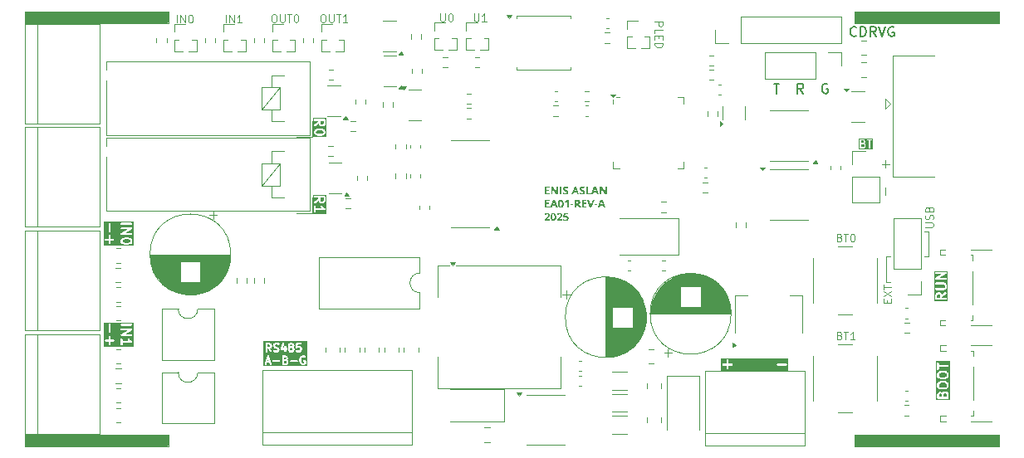
<source format=gbr>
%TF.GenerationSoftware,KiCad,Pcbnew,9.0.4-1.fc42*%
%TF.CreationDate,2025-09-28T20:56:02+03:00*%
%TF.ProjectId,ea01,65613031-2e6b-4696-9361-645f70636258,rev?*%
%TF.SameCoordinates,Original*%
%TF.FileFunction,Legend,Top*%
%TF.FilePolarity,Positive*%
%FSLAX46Y46*%
G04 Gerber Fmt 4.6, Leading zero omitted, Abs format (unit mm)*
G04 Created by KiCad (PCBNEW 9.0.4-1.fc42) date 2025-09-28 20:56:02*
%MOMM*%
%LPD*%
G01*
G04 APERTURE LIST*
%ADD10C,0.100000*%
%ADD11C,0.200000*%
%ADD12C,0.125000*%
%ADD13C,0.120000*%
G04 APERTURE END LIST*
D10*
X153700000Y-74300000D02*
X153700000Y-76900000D01*
X165200000Y-92500000D02*
X165000000Y-92500000D01*
X80500000Y-49300000D02*
X65900000Y-49300000D01*
X165000000Y-50500000D02*
X150500000Y-50500000D01*
X165000000Y-50500000D02*
X165200000Y-50500000D01*
X80500000Y-93700000D02*
X65900000Y-93700000D01*
X165200000Y-93700000D02*
X165200000Y-92500000D01*
X165000000Y-92500000D02*
X150500000Y-92500000D01*
X150500000Y-49300000D02*
X150500000Y-49500000D01*
X158000000Y-74300000D02*
X157600000Y-74300000D01*
X65900000Y-49300000D02*
X65900000Y-50500000D01*
X150500000Y-93700000D02*
X165200000Y-93700000D01*
X150500000Y-92540000D02*
X150500000Y-93500000D01*
X150500000Y-93500000D02*
X150500000Y-93700000D01*
X65900000Y-93700000D02*
X65900000Y-92500000D01*
X80500000Y-50500000D02*
X80500000Y-49300000D01*
X153700000Y-74300000D02*
X154100000Y-74300000D01*
X150500000Y-50500000D02*
X150500000Y-49500000D01*
X158000000Y-71800000D02*
X157600000Y-71800000D01*
X65900000Y-50500000D02*
X80500000Y-50500000D01*
X165200000Y-49300000D02*
X150500000Y-49300000D01*
X158000000Y-74300000D02*
X158000000Y-71800000D01*
X165200000Y-50500000D02*
X165200000Y-49300000D01*
X66000000Y-92500000D02*
X80500000Y-92500000D01*
X66000000Y-92500000D02*
X65900000Y-92500000D01*
X80500000Y-92500000D02*
X80500000Y-93700000D01*
X153700000Y-76900000D02*
X154100000Y-76900000D01*
X153608533Y-64503884D02*
X153608533Y-65265789D01*
X153227580Y-64884836D02*
X153989485Y-64884836D01*
X153608533Y-67265789D02*
X153608533Y-68027694D01*
D11*
G36*
X92525175Y-84998143D02*
G01*
X92535107Y-85008075D01*
X92555387Y-85048634D01*
X92555387Y-85115707D01*
X92535107Y-85156266D01*
X92519958Y-85171415D01*
X92479399Y-85191695D01*
X92298244Y-85191695D01*
X92298244Y-84972647D01*
X92448683Y-84972647D01*
X92525175Y-84998143D01*
G37*
G36*
X92481864Y-84611975D02*
G01*
X92497010Y-84627120D01*
X92517291Y-84667682D01*
X92517291Y-84696659D01*
X92497010Y-84737221D01*
X92481864Y-84752366D01*
X92441303Y-84772647D01*
X92298244Y-84772647D01*
X92298244Y-84591695D01*
X92441303Y-84591695D01*
X92481864Y-84611975D01*
G37*
G36*
X90726168Y-84963123D02*
G01*
X90622701Y-84963123D01*
X90674434Y-84807922D01*
X90726168Y-84963123D01*
G37*
G36*
X93129484Y-83666877D02*
G01*
X93144630Y-83682022D01*
X93164911Y-83722584D01*
X93164911Y-83827752D01*
X93144630Y-83868312D01*
X93129483Y-83883460D01*
X93088923Y-83903740D01*
X92983756Y-83903740D01*
X92943195Y-83883459D01*
X92928049Y-83868312D01*
X92907768Y-83827752D01*
X92907768Y-83722584D01*
X92928048Y-83682024D01*
X92943194Y-83666877D01*
X92983756Y-83646597D01*
X93088923Y-83646597D01*
X93129484Y-83666877D01*
G37*
G36*
X93129484Y-83324020D02*
G01*
X93144630Y-83339165D01*
X93162631Y-83375168D01*
X93144630Y-83411169D01*
X93129483Y-83426317D01*
X93088923Y-83446597D01*
X92983756Y-83446597D01*
X92943195Y-83426316D01*
X92928049Y-83411169D01*
X92910047Y-83375168D01*
X92928048Y-83339167D01*
X92943194Y-83324020D01*
X92983756Y-83303740D01*
X93088923Y-83303740D01*
X93129484Y-83324020D01*
G37*
G36*
X90843769Y-83324020D02*
G01*
X90858916Y-83339166D01*
X90879197Y-83379728D01*
X90879197Y-83446798D01*
X90858916Y-83487360D01*
X90843769Y-83502506D01*
X90803209Y-83522787D01*
X90622054Y-83522787D01*
X90622054Y-83303740D01*
X90803209Y-83303740D01*
X90843769Y-83324020D01*
G37*
G36*
X94645863Y-85491695D02*
G01*
X90208553Y-85491695D01*
X90208553Y-85279188D01*
X90308553Y-85279188D01*
X90311319Y-85318108D01*
X90328769Y-85353006D01*
X90358245Y-85378572D01*
X90395261Y-85390910D01*
X90434181Y-85388144D01*
X90469079Y-85370694D01*
X90494645Y-85341218D01*
X90502636Y-85323318D01*
X90556034Y-85163123D01*
X90792835Y-85163123D01*
X90846233Y-85323318D01*
X90854224Y-85341218D01*
X90879789Y-85370695D01*
X90914688Y-85388144D01*
X90953608Y-85390910D01*
X90990624Y-85378572D01*
X91020100Y-85353007D01*
X91037550Y-85318108D01*
X91040316Y-85279188D01*
X91035969Y-85260072D01*
X90938420Y-84967424D01*
X91109689Y-84967424D01*
X91109689Y-85006442D01*
X91124621Y-85042490D01*
X91152211Y-85070080D01*
X91188259Y-85085012D01*
X91207768Y-85086933D01*
X91817292Y-85086933D01*
X91836801Y-85085012D01*
X91872849Y-85070080D01*
X91900439Y-85042490D01*
X91915371Y-85006442D01*
X91915371Y-84967424D01*
X91900439Y-84931376D01*
X91872849Y-84903786D01*
X91836801Y-84888854D01*
X91817292Y-84886933D01*
X91207768Y-84886933D01*
X91188259Y-84888854D01*
X91152211Y-84903786D01*
X91124621Y-84931376D01*
X91109689Y-84967424D01*
X90938420Y-84967424D01*
X90779844Y-84491695D01*
X92098244Y-84491695D01*
X92098244Y-85291695D01*
X92100165Y-85311204D01*
X92115097Y-85347252D01*
X92142687Y-85374842D01*
X92178735Y-85389774D01*
X92198244Y-85391695D01*
X92503006Y-85391695D01*
X92522515Y-85389774D01*
X92525835Y-85388398D01*
X92529419Y-85388144D01*
X92547727Y-85381138D01*
X92623917Y-85343043D01*
X92632313Y-85337757D01*
X92634754Y-85336747D01*
X92637499Y-85334493D01*
X92640508Y-85332600D01*
X92642239Y-85330603D01*
X92649908Y-85324310D01*
X92688002Y-85286214D01*
X92694294Y-85278546D01*
X92696290Y-85276816D01*
X92698182Y-85273809D01*
X92700439Y-85271060D01*
X92701450Y-85268617D01*
X92706733Y-85260226D01*
X92744829Y-85184037D01*
X92751836Y-85165728D01*
X92752090Y-85162142D01*
X92753466Y-85158823D01*
X92755387Y-85139314D01*
X92755387Y-85025028D01*
X92753466Y-85005519D01*
X92752090Y-85002199D01*
X92751836Y-84998614D01*
X92744829Y-84980305D01*
X92738388Y-84967424D01*
X92900165Y-84967424D01*
X92900165Y-85006442D01*
X92915097Y-85042490D01*
X92942687Y-85070080D01*
X92978735Y-85085012D01*
X92998244Y-85086933D01*
X93607768Y-85086933D01*
X93627277Y-85085012D01*
X93663325Y-85070080D01*
X93690915Y-85042490D01*
X93705847Y-85006442D01*
X93705847Y-84967424D01*
X93690915Y-84931376D01*
X93663325Y-84903786D01*
X93627277Y-84888854D01*
X93607768Y-84886933D01*
X92998244Y-84886933D01*
X92978735Y-84888854D01*
X92942687Y-84903786D01*
X92915097Y-84931376D01*
X92900165Y-84967424D01*
X92738388Y-84967424D01*
X92706733Y-84904116D01*
X92701450Y-84895724D01*
X92700439Y-84893282D01*
X92698182Y-84890532D01*
X92696290Y-84887526D01*
X92694294Y-84885795D01*
X92688002Y-84878128D01*
X92662138Y-84852263D01*
X92662343Y-84852015D01*
X92663354Y-84849573D01*
X92668639Y-84841178D01*
X92671952Y-84834552D01*
X93850624Y-84834552D01*
X93850624Y-84948838D01*
X93850959Y-84952241D01*
X93850742Y-84953700D01*
X93851821Y-84960998D01*
X93852545Y-84968347D01*
X93853109Y-84969710D01*
X93853610Y-84973092D01*
X93891706Y-85125473D01*
X93892219Y-85126911D01*
X93892271Y-85127632D01*
X93895374Y-85135742D01*
X93898301Y-85143934D01*
X93898731Y-85144515D01*
X93899277Y-85145940D01*
X93937372Y-85222130D01*
X93942655Y-85230524D01*
X93943667Y-85232966D01*
X93945921Y-85235713D01*
X93947815Y-85238721D01*
X93949811Y-85240452D01*
X93956104Y-85248119D01*
X94032294Y-85324310D01*
X94047447Y-85336747D01*
X94050766Y-85338122D01*
X94053482Y-85340477D01*
X94071382Y-85348468D01*
X94185669Y-85386563D01*
X94195339Y-85388762D01*
X94197782Y-85389774D01*
X94201321Y-85390122D01*
X94204784Y-85390910D01*
X94207417Y-85390722D01*
X94217291Y-85391695D01*
X94293482Y-85391695D01*
X94303355Y-85390722D01*
X94305989Y-85390910D01*
X94309452Y-85390122D01*
X94312991Y-85389774D01*
X94315433Y-85388762D01*
X94325105Y-85386563D01*
X94439390Y-85348468D01*
X94457290Y-85340477D01*
X94460005Y-85338121D01*
X94463324Y-85336747D01*
X94478478Y-85324311D01*
X94516574Y-85286215D01*
X94529010Y-85271061D01*
X94543942Y-85235013D01*
X94543942Y-85235012D01*
X94545863Y-85215504D01*
X94545863Y-84948838D01*
X94543942Y-84929329D01*
X94529010Y-84893281D01*
X94501420Y-84865691D01*
X94465372Y-84850759D01*
X94445863Y-84848838D01*
X94293482Y-84848838D01*
X94273973Y-84850759D01*
X94237925Y-84865691D01*
X94210335Y-84893281D01*
X94195403Y-84929329D01*
X94195403Y-84968347D01*
X94210335Y-85004395D01*
X94237925Y-85031985D01*
X94273973Y-85046917D01*
X94293482Y-85048838D01*
X94345863Y-85048838D01*
X94345863Y-85168825D01*
X94277255Y-85191695D01*
X94233518Y-85191695D01*
X94157023Y-85166197D01*
X94109001Y-85118174D01*
X94083071Y-85066314D01*
X94050624Y-84936527D01*
X94050624Y-84846862D01*
X94083071Y-84717074D01*
X94109000Y-84665216D01*
X94157024Y-84617192D01*
X94233518Y-84591695D01*
X94307970Y-84591695D01*
X94363046Y-84619233D01*
X94381354Y-84626239D01*
X94420274Y-84629005D01*
X94457290Y-84616666D01*
X94486767Y-84591102D01*
X94504216Y-84556203D01*
X94506982Y-84517283D01*
X94494643Y-84480267D01*
X94469079Y-84450790D01*
X94452488Y-84440347D01*
X94376298Y-84402252D01*
X94357990Y-84395246D01*
X94354406Y-84394991D01*
X94351086Y-84393616D01*
X94331577Y-84391695D01*
X94217291Y-84391695D01*
X94207417Y-84392667D01*
X94204784Y-84392480D01*
X94201321Y-84393267D01*
X94197782Y-84393616D01*
X94195339Y-84394627D01*
X94185669Y-84396827D01*
X94071382Y-84434922D01*
X94053482Y-84442913D01*
X94050766Y-84445268D01*
X94047448Y-84446643D01*
X94032294Y-84459079D01*
X93956104Y-84535269D01*
X93949809Y-84542938D01*
X93947815Y-84544669D01*
X93945921Y-84547676D01*
X93943668Y-84550423D01*
X93942657Y-84552862D01*
X93937372Y-84561259D01*
X93899277Y-84637450D01*
X93898731Y-84638874D01*
X93898301Y-84639456D01*
X93895371Y-84647656D01*
X93892271Y-84655759D01*
X93892219Y-84656478D01*
X93891706Y-84657917D01*
X93853610Y-84810298D01*
X93853109Y-84813679D01*
X93852545Y-84815043D01*
X93851821Y-84822391D01*
X93850742Y-84829690D01*
X93850959Y-84831148D01*
X93850624Y-84834552D01*
X92671952Y-84834552D01*
X92706734Y-84764987D01*
X92713740Y-84746678D01*
X92713994Y-84743095D01*
X92715370Y-84739775D01*
X92717291Y-84720266D01*
X92717291Y-84644076D01*
X92715370Y-84624567D01*
X92713994Y-84621246D01*
X92713740Y-84617664D01*
X92706734Y-84599355D01*
X92668639Y-84523164D01*
X92663354Y-84514768D01*
X92662343Y-84512327D01*
X92660087Y-84509579D01*
X92658196Y-84506574D01*
X92656200Y-84504843D01*
X92649906Y-84497174D01*
X92611812Y-84459079D01*
X92604142Y-84452784D01*
X92602412Y-84450790D01*
X92599404Y-84448896D01*
X92596658Y-84446643D01*
X92594218Y-84445632D01*
X92585822Y-84440347D01*
X92509631Y-84402252D01*
X92491322Y-84395246D01*
X92487739Y-84394991D01*
X92484419Y-84393616D01*
X92464910Y-84391695D01*
X92198244Y-84391695D01*
X92178735Y-84393616D01*
X92142687Y-84408548D01*
X92115097Y-84436138D01*
X92100165Y-84472186D01*
X92098244Y-84491695D01*
X90779844Y-84491695D01*
X90769303Y-84460072D01*
X90761312Y-84442172D01*
X90756627Y-84436770D01*
X90753434Y-84430384D01*
X90743965Y-84422171D01*
X90735747Y-84412696D01*
X90729355Y-84409499D01*
X90723958Y-84404819D01*
X90712064Y-84400854D01*
X90700848Y-84395246D01*
X90693720Y-84394739D01*
X90686942Y-84392480D01*
X90674435Y-84393368D01*
X90661928Y-84392480D01*
X90655149Y-84394739D01*
X90648022Y-84395246D01*
X90636809Y-84400852D01*
X90624912Y-84404818D01*
X90619512Y-84409501D01*
X90613123Y-84412696D01*
X90604907Y-84422167D01*
X90595436Y-84430383D01*
X90592241Y-84436772D01*
X90587558Y-84442172D01*
X90579567Y-84460072D01*
X90312900Y-85260072D01*
X90308553Y-85279188D01*
X90208553Y-85279188D01*
X90208553Y-83203740D01*
X90422054Y-83203740D01*
X90422054Y-84003740D01*
X90423975Y-84023249D01*
X90438907Y-84059297D01*
X90466497Y-84086887D01*
X90502545Y-84101819D01*
X90541563Y-84101819D01*
X90577611Y-84086887D01*
X90605201Y-84059297D01*
X90620133Y-84023249D01*
X90622054Y-84003740D01*
X90622054Y-83722787D01*
X90660465Y-83722787D01*
X90897274Y-84061086D01*
X90910035Y-84075967D01*
X90942940Y-84096935D01*
X90981364Y-84103716D01*
X91019459Y-84095277D01*
X91051424Y-84072902D01*
X91072393Y-84039997D01*
X91079173Y-84001572D01*
X91070734Y-83963478D01*
X91061120Y-83946394D01*
X90890550Y-83702723D01*
X90947727Y-83674135D01*
X90956125Y-83668848D01*
X90958563Y-83667839D01*
X90961306Y-83665587D01*
X90964318Y-83663692D01*
X90966050Y-83661694D01*
X90973717Y-83655403D01*
X91011811Y-83617308D01*
X91018103Y-83609641D01*
X91020101Y-83607909D01*
X91021994Y-83604900D01*
X91024248Y-83602155D01*
X91025258Y-83599714D01*
X91030543Y-83591319D01*
X91068639Y-83515128D01*
X91075646Y-83496820D01*
X91075900Y-83493234D01*
X91077276Y-83489915D01*
X91079197Y-83470406D01*
X91079197Y-83356121D01*
X91183958Y-83356121D01*
X91183958Y-83432311D01*
X91185879Y-83451820D01*
X91187254Y-83455140D01*
X91187509Y-83458724D01*
X91194516Y-83477033D01*
X91232611Y-83553224D01*
X91237897Y-83561622D01*
X91238907Y-83564059D01*
X91241158Y-83566802D01*
X91243054Y-83569814D01*
X91245051Y-83571546D01*
X91251343Y-83579213D01*
X91289438Y-83617307D01*
X91297104Y-83623599D01*
X91298837Y-83625597D01*
X91301845Y-83627490D01*
X91304591Y-83629744D01*
X91307031Y-83630754D01*
X91315428Y-83636040D01*
X91391618Y-83674135D01*
X91393044Y-83674680D01*
X91393625Y-83675111D01*
X91401801Y-83678032D01*
X91409926Y-83681141D01*
X91410648Y-83681192D01*
X91412086Y-83681706D01*
X91553816Y-83717138D01*
X91605673Y-83743067D01*
X91620820Y-83758213D01*
X91641101Y-83798775D01*
X91641101Y-83827752D01*
X91620820Y-83868312D01*
X91605673Y-83883460D01*
X91565113Y-83903740D01*
X91414471Y-83903740D01*
X91315581Y-83870777D01*
X91296465Y-83866430D01*
X91257545Y-83869196D01*
X91222646Y-83886646D01*
X91197081Y-83916122D01*
X91184743Y-83953138D01*
X91187509Y-83992058D01*
X91204959Y-84026957D01*
X91234435Y-84052522D01*
X91252335Y-84060513D01*
X91366622Y-84098608D01*
X91376292Y-84100807D01*
X91378735Y-84101819D01*
X91382274Y-84102167D01*
X91385737Y-84102955D01*
X91388370Y-84102767D01*
X91398244Y-84103740D01*
X91588720Y-84103740D01*
X91608229Y-84101819D01*
X91611549Y-84100443D01*
X91615132Y-84100189D01*
X91633441Y-84093183D01*
X91709632Y-84055088D01*
X91718027Y-84049803D01*
X91720469Y-84048792D01*
X91723217Y-84046536D01*
X91726222Y-84044645D01*
X91727951Y-84042651D01*
X91735623Y-84036355D01*
X91773717Y-83998259D01*
X91780007Y-83990594D01*
X91782006Y-83988861D01*
X91783901Y-83985849D01*
X91786154Y-83983105D01*
X91787164Y-83980666D01*
X91792449Y-83972270D01*
X91830544Y-83896080D01*
X91837550Y-83877772D01*
X91837804Y-83874188D01*
X91839180Y-83870868D01*
X91841101Y-83851359D01*
X91841101Y-83775168D01*
X91839180Y-83755659D01*
X91837804Y-83752338D01*
X91837550Y-83748755D01*
X91830544Y-83730447D01*
X91827603Y-83724565D01*
X91946648Y-83724565D01*
X91947784Y-83740549D01*
X91947784Y-83756582D01*
X91949159Y-83759902D01*
X91949414Y-83763485D01*
X91956579Y-83777815D01*
X91962716Y-83792630D01*
X91965257Y-83795171D01*
X91966864Y-83798384D01*
X91978971Y-83808885D01*
X91990306Y-83820220D01*
X91993624Y-83821594D01*
X91996340Y-83823950D01*
X92011550Y-83829020D01*
X92026354Y-83835152D01*
X92031453Y-83835654D01*
X92033355Y-83836288D01*
X92035989Y-83836100D01*
X92045863Y-83837073D01*
X92326816Y-83837073D01*
X92326816Y-84003740D01*
X92328737Y-84023249D01*
X92343669Y-84059297D01*
X92371259Y-84086887D01*
X92407307Y-84101819D01*
X92446325Y-84101819D01*
X92482373Y-84086887D01*
X92509963Y-84059297D01*
X92524895Y-84023249D01*
X92526816Y-84003740D01*
X92526816Y-83837073D01*
X92541102Y-83837073D01*
X92560611Y-83835152D01*
X92596659Y-83820220D01*
X92624249Y-83792630D01*
X92639181Y-83756582D01*
X92639181Y-83717564D01*
X92624249Y-83681516D01*
X92596659Y-83653926D01*
X92560611Y-83638994D01*
X92541102Y-83637073D01*
X92526816Y-83637073D01*
X92526816Y-83470406D01*
X92524895Y-83450897D01*
X92509963Y-83414849D01*
X92482373Y-83387259D01*
X92446325Y-83372327D01*
X92407307Y-83372327D01*
X92371259Y-83387259D01*
X92343669Y-83414849D01*
X92328737Y-83450897D01*
X92326816Y-83470406D01*
X92326816Y-83637073D01*
X92184606Y-83637073D01*
X92278257Y-83356121D01*
X92707768Y-83356121D01*
X92707768Y-83394216D01*
X92709689Y-83413725D01*
X92711064Y-83417044D01*
X92711319Y-83420630D01*
X92718326Y-83438938D01*
X92756422Y-83515128D01*
X92761704Y-83523519D01*
X92762716Y-83525962D01*
X92764972Y-83528712D01*
X92766865Y-83531718D01*
X92768858Y-83533446D01*
X92775152Y-83541116D01*
X92780632Y-83546596D01*
X92775153Y-83552076D01*
X92768861Y-83559742D01*
X92766864Y-83561475D01*
X92764968Y-83564486D01*
X92762717Y-83567230D01*
X92761707Y-83569666D01*
X92756421Y-83578065D01*
X92718326Y-83654256D01*
X92711319Y-83672565D01*
X92711064Y-83676148D01*
X92709689Y-83679469D01*
X92707768Y-83698978D01*
X92707768Y-83851359D01*
X92709689Y-83870868D01*
X92711064Y-83874187D01*
X92711319Y-83877773D01*
X92718326Y-83896081D01*
X92756422Y-83972271D01*
X92761704Y-83980662D01*
X92762716Y-83983105D01*
X92764972Y-83985855D01*
X92766865Y-83988861D01*
X92768858Y-83990589D01*
X92775152Y-83998259D01*
X92813247Y-84036355D01*
X92820915Y-84042648D01*
X92822647Y-84044645D01*
X92825655Y-84046538D01*
X92828400Y-84048791D01*
X92830838Y-84049801D01*
X92839238Y-84055088D01*
X92915428Y-84093183D01*
X92933736Y-84100189D01*
X92937319Y-84100443D01*
X92940640Y-84101819D01*
X92960149Y-84103740D01*
X93112530Y-84103740D01*
X93132039Y-84101819D01*
X93135359Y-84100443D01*
X93138942Y-84100189D01*
X93157251Y-84093183D01*
X93233442Y-84055088D01*
X93241837Y-84049803D01*
X93244279Y-84048792D01*
X93247027Y-84046536D01*
X93250032Y-84044645D01*
X93251761Y-84042651D01*
X93259433Y-84036355D01*
X93297527Y-83998259D01*
X93303817Y-83990594D01*
X93305816Y-83988861D01*
X93307711Y-83985849D01*
X93309964Y-83983105D01*
X93310974Y-83980666D01*
X93316259Y-83972270D01*
X93354354Y-83896080D01*
X93361360Y-83877772D01*
X93361614Y-83874188D01*
X93362990Y-83870868D01*
X93364911Y-83851359D01*
X93364911Y-83698978D01*
X93362990Y-83679469D01*
X93361614Y-83676148D01*
X93361360Y-83672566D01*
X93354354Y-83654257D01*
X93324398Y-83594345D01*
X93470140Y-83594345D01*
X93471594Y-83599164D01*
X93471594Y-83604200D01*
X93477187Y-83617704D01*
X93481410Y-83631700D01*
X93484598Y-83635597D01*
X93486525Y-83640248D01*
X93496862Y-83650585D01*
X93506118Y-83661898D01*
X93510553Y-83664277D01*
X93514115Y-83667839D01*
X93527618Y-83673432D01*
X93540501Y-83680343D01*
X93545513Y-83680844D01*
X93550163Y-83682770D01*
X93564777Y-83682770D01*
X93579326Y-83684225D01*
X93584145Y-83682770D01*
X93589181Y-83682771D01*
X93602685Y-83677177D01*
X93616681Y-83672955D01*
X93620578Y-83669766D01*
X93625229Y-83667840D01*
X93640383Y-83655404D01*
X93667005Y-83628782D01*
X93707566Y-83608502D01*
X93850828Y-83608502D01*
X93891389Y-83628782D01*
X93906535Y-83643927D01*
X93926816Y-83684489D01*
X93926816Y-83827752D01*
X93906535Y-83868312D01*
X93891388Y-83883460D01*
X93850828Y-83903740D01*
X93707566Y-83903740D01*
X93667006Y-83883460D01*
X93640384Y-83856838D01*
X93625230Y-83844402D01*
X93589182Y-83829470D01*
X93550164Y-83829470D01*
X93514116Y-83844402D01*
X93486526Y-83871992D01*
X93471594Y-83908040D01*
X93471594Y-83947058D01*
X93486526Y-83983106D01*
X93498962Y-83998260D01*
X93537058Y-84036356D01*
X93544724Y-84042647D01*
X93546457Y-84044645D01*
X93549468Y-84046540D01*
X93552212Y-84048792D01*
X93554649Y-84049801D01*
X93563048Y-84055088D01*
X93639238Y-84093183D01*
X93657546Y-84100189D01*
X93661129Y-84100443D01*
X93664450Y-84101819D01*
X93683959Y-84103740D01*
X93874435Y-84103740D01*
X93893944Y-84101819D01*
X93897264Y-84100443D01*
X93900847Y-84100189D01*
X93919156Y-84093183D01*
X93995347Y-84055088D01*
X94003742Y-84049803D01*
X94006184Y-84048792D01*
X94008932Y-84046536D01*
X94011937Y-84044645D01*
X94013666Y-84042651D01*
X94021338Y-84036355D01*
X94059432Y-83998259D01*
X94065722Y-83990594D01*
X94067721Y-83988861D01*
X94069616Y-83985849D01*
X94071869Y-83983105D01*
X94072879Y-83980666D01*
X94078164Y-83972270D01*
X94116259Y-83896080D01*
X94123265Y-83877772D01*
X94123519Y-83874188D01*
X94124895Y-83870868D01*
X94126816Y-83851359D01*
X94126816Y-83660883D01*
X94124895Y-83641374D01*
X94123519Y-83638053D01*
X94123265Y-83634471D01*
X94116259Y-83616162D01*
X94078164Y-83539971D01*
X94072879Y-83531575D01*
X94071868Y-83529134D01*
X94069612Y-83526386D01*
X94067721Y-83523381D01*
X94065725Y-83521650D01*
X94059431Y-83513981D01*
X94021337Y-83475886D01*
X94013667Y-83469591D01*
X94011937Y-83467597D01*
X94008929Y-83465703D01*
X94006183Y-83463450D01*
X94003743Y-83462439D01*
X93995347Y-83457154D01*
X93919156Y-83419059D01*
X93900847Y-83412053D01*
X93897264Y-83411798D01*
X93893944Y-83410423D01*
X93874435Y-83408502D01*
X93687791Y-83408502D01*
X93698268Y-83303740D01*
X93988721Y-83303740D01*
X94008230Y-83301819D01*
X94044278Y-83286887D01*
X94071868Y-83259297D01*
X94086800Y-83223249D01*
X94086800Y-83184231D01*
X94071868Y-83148183D01*
X94044278Y-83120593D01*
X94008230Y-83105661D01*
X93988721Y-83103740D01*
X93607769Y-83103740D01*
X93600552Y-83104450D01*
X93598116Y-83104207D01*
X93595737Y-83104924D01*
X93588260Y-83105661D01*
X93574750Y-83111257D01*
X93560761Y-83115478D01*
X93556864Y-83118665D01*
X93552212Y-83120593D01*
X93541875Y-83130929D01*
X93530563Y-83140185D01*
X93528182Y-83144622D01*
X93524622Y-83148183D01*
X93519028Y-83161685D01*
X93512118Y-83174568D01*
X93510641Y-83181933D01*
X93509690Y-83184231D01*
X93509690Y-83186680D01*
X93508265Y-83193790D01*
X93470169Y-83574741D01*
X93470140Y-83594345D01*
X93324398Y-83594345D01*
X93316259Y-83578066D01*
X93310974Y-83569670D01*
X93309963Y-83567229D01*
X93307707Y-83564481D01*
X93305816Y-83561476D01*
X93303820Y-83559745D01*
X93297526Y-83552076D01*
X93292046Y-83546596D01*
X93297527Y-83541116D01*
X93303817Y-83533451D01*
X93305816Y-83531718D01*
X93307711Y-83528706D01*
X93309964Y-83525962D01*
X93310974Y-83523523D01*
X93316259Y-83515127D01*
X93354354Y-83438937D01*
X93361360Y-83420629D01*
X93361614Y-83417045D01*
X93362990Y-83413725D01*
X93364911Y-83394216D01*
X93364911Y-83356121D01*
X93362990Y-83336612D01*
X93361614Y-83333291D01*
X93361360Y-83329709D01*
X93354354Y-83311400D01*
X93316259Y-83235209D01*
X93310974Y-83226813D01*
X93309963Y-83224372D01*
X93307707Y-83221624D01*
X93305816Y-83218619D01*
X93303820Y-83216888D01*
X93297526Y-83209219D01*
X93259432Y-83171124D01*
X93251762Y-83164829D01*
X93250032Y-83162835D01*
X93247024Y-83160941D01*
X93244278Y-83158688D01*
X93241838Y-83157677D01*
X93233442Y-83152392D01*
X93157251Y-83114297D01*
X93138942Y-83107291D01*
X93135359Y-83107036D01*
X93132039Y-83105661D01*
X93112530Y-83103740D01*
X92960149Y-83103740D01*
X92940640Y-83105661D01*
X92937319Y-83107036D01*
X92933736Y-83107291D01*
X92915428Y-83114297D01*
X92839238Y-83152392D01*
X92830841Y-83157677D01*
X92828401Y-83158688D01*
X92825655Y-83160941D01*
X92822647Y-83162835D01*
X92820914Y-83164832D01*
X92813248Y-83171125D01*
X92775153Y-83209219D01*
X92768861Y-83216885D01*
X92766864Y-83218618D01*
X92764968Y-83221629D01*
X92762717Y-83224373D01*
X92761707Y-83226809D01*
X92756421Y-83235208D01*
X92718326Y-83311399D01*
X92711319Y-83329708D01*
X92711064Y-83333291D01*
X92709689Y-83336612D01*
X92707768Y-83356121D01*
X92278257Y-83356121D01*
X92331208Y-83197268D01*
X92335555Y-83178153D01*
X92332789Y-83139233D01*
X92315339Y-83104334D01*
X92285863Y-83078769D01*
X92248847Y-83066430D01*
X92209927Y-83069196D01*
X92175029Y-83086646D01*
X92149463Y-83116122D01*
X92141472Y-83134022D01*
X91950995Y-83705450D01*
X91948795Y-83715122D01*
X91947784Y-83717564D01*
X91947784Y-83719569D01*
X91946648Y-83724565D01*
X91827603Y-83724565D01*
X91792449Y-83654257D01*
X91787163Y-83645860D01*
X91786153Y-83643420D01*
X91783899Y-83640674D01*
X91782006Y-83637666D01*
X91780008Y-83635933D01*
X91773716Y-83628267D01*
X91735622Y-83590172D01*
X91727955Y-83583880D01*
X91726223Y-83581883D01*
X91723211Y-83579987D01*
X91720468Y-83577736D01*
X91718031Y-83576726D01*
X91709633Y-83571440D01*
X91633442Y-83533345D01*
X91632016Y-83532799D01*
X91631434Y-83532368D01*
X91623240Y-83529440D01*
X91615133Y-83526338D01*
X91614412Y-83526286D01*
X91612974Y-83525773D01*
X91471243Y-83490340D01*
X91419384Y-83464411D01*
X91404238Y-83449264D01*
X91383958Y-83408704D01*
X91383958Y-83379727D01*
X91404238Y-83339167D01*
X91419384Y-83324020D01*
X91459946Y-83303740D01*
X91610589Y-83303740D01*
X91709478Y-83336703D01*
X91728594Y-83341050D01*
X91767514Y-83338284D01*
X91802413Y-83320834D01*
X91827978Y-83291358D01*
X91840316Y-83254342D01*
X91837550Y-83215422D01*
X91820100Y-83180524D01*
X91790624Y-83154958D01*
X91772724Y-83146967D01*
X91658439Y-83108872D01*
X91648767Y-83106672D01*
X91646325Y-83105661D01*
X91642786Y-83105312D01*
X91639323Y-83104525D01*
X91636689Y-83104712D01*
X91626816Y-83103740D01*
X91436339Y-83103740D01*
X91416830Y-83105661D01*
X91413509Y-83107036D01*
X91409926Y-83107291D01*
X91391618Y-83114297D01*
X91315428Y-83152392D01*
X91307031Y-83157677D01*
X91304591Y-83158688D01*
X91301845Y-83160941D01*
X91298837Y-83162835D01*
X91297104Y-83164832D01*
X91289438Y-83171125D01*
X91251343Y-83209219D01*
X91245051Y-83216885D01*
X91243054Y-83218618D01*
X91241158Y-83221629D01*
X91238907Y-83224373D01*
X91237897Y-83226809D01*
X91232611Y-83235208D01*
X91194516Y-83311399D01*
X91187509Y-83329708D01*
X91187254Y-83333291D01*
X91185879Y-83336612D01*
X91183958Y-83356121D01*
X91079197Y-83356121D01*
X91077276Y-83336612D01*
X91075900Y-83333292D01*
X91075646Y-83329707D01*
X91068639Y-83311399D01*
X91030543Y-83235208D01*
X91025258Y-83226812D01*
X91024248Y-83224372D01*
X91021994Y-83221626D01*
X91020101Y-83218618D01*
X91018103Y-83216885D01*
X91011811Y-83209219D01*
X90973717Y-83171124D01*
X90966050Y-83164832D01*
X90964318Y-83162835D01*
X90961306Y-83160939D01*
X90958563Y-83158688D01*
X90956125Y-83157678D01*
X90947727Y-83152392D01*
X90871537Y-83114297D01*
X90853229Y-83107291D01*
X90849645Y-83107036D01*
X90846325Y-83105661D01*
X90826816Y-83103740D01*
X90522054Y-83103740D01*
X90502545Y-83105661D01*
X90466497Y-83120593D01*
X90438907Y-83148183D01*
X90423975Y-83184231D01*
X90422054Y-83203740D01*
X90208553Y-83203740D01*
X90208553Y-82966430D01*
X94645863Y-82966430D01*
X94645863Y-85491695D01*
G37*
D12*
X157695595Y-71327287D02*
X158343214Y-71327287D01*
X158343214Y-71327287D02*
X158419404Y-71289192D01*
X158419404Y-71289192D02*
X158457500Y-71251097D01*
X158457500Y-71251097D02*
X158495595Y-71174906D01*
X158495595Y-71174906D02*
X158495595Y-71022525D01*
X158495595Y-71022525D02*
X158457500Y-70946335D01*
X158457500Y-70946335D02*
X158419404Y-70908240D01*
X158419404Y-70908240D02*
X158343214Y-70870144D01*
X158343214Y-70870144D02*
X157695595Y-70870144D01*
X158457500Y-70527288D02*
X158495595Y-70413002D01*
X158495595Y-70413002D02*
X158495595Y-70222526D01*
X158495595Y-70222526D02*
X158457500Y-70146335D01*
X158457500Y-70146335D02*
X158419404Y-70108240D01*
X158419404Y-70108240D02*
X158343214Y-70070145D01*
X158343214Y-70070145D02*
X158267023Y-70070145D01*
X158267023Y-70070145D02*
X158190833Y-70108240D01*
X158190833Y-70108240D02*
X158152738Y-70146335D01*
X158152738Y-70146335D02*
X158114642Y-70222526D01*
X158114642Y-70222526D02*
X158076547Y-70374907D01*
X158076547Y-70374907D02*
X158038452Y-70451097D01*
X158038452Y-70451097D02*
X158000357Y-70489192D01*
X158000357Y-70489192D02*
X157924166Y-70527288D01*
X157924166Y-70527288D02*
X157847976Y-70527288D01*
X157847976Y-70527288D02*
X157771785Y-70489192D01*
X157771785Y-70489192D02*
X157733690Y-70451097D01*
X157733690Y-70451097D02*
X157695595Y-70374907D01*
X157695595Y-70374907D02*
X157695595Y-70184430D01*
X157695595Y-70184430D02*
X157733690Y-70070145D01*
X158076547Y-69460621D02*
X158114642Y-69346335D01*
X158114642Y-69346335D02*
X158152738Y-69308240D01*
X158152738Y-69308240D02*
X158228928Y-69270144D01*
X158228928Y-69270144D02*
X158343214Y-69270144D01*
X158343214Y-69270144D02*
X158419404Y-69308240D01*
X158419404Y-69308240D02*
X158457500Y-69346335D01*
X158457500Y-69346335D02*
X158495595Y-69422525D01*
X158495595Y-69422525D02*
X158495595Y-69727287D01*
X158495595Y-69727287D02*
X157695595Y-69727287D01*
X157695595Y-69727287D02*
X157695595Y-69460621D01*
X157695595Y-69460621D02*
X157733690Y-69384430D01*
X157733690Y-69384430D02*
X157771785Y-69346335D01*
X157771785Y-69346335D02*
X157847976Y-69308240D01*
X157847976Y-69308240D02*
X157924166Y-69308240D01*
X157924166Y-69308240D02*
X158000357Y-69346335D01*
X158000357Y-69346335D02*
X158038452Y-69384430D01*
X158038452Y-69384430D02*
X158076547Y-69460621D01*
X158076547Y-69460621D02*
X158076547Y-69727287D01*
D10*
X108256265Y-49496895D02*
X108256265Y-50144514D01*
X108256265Y-50144514D02*
X108294360Y-50220704D01*
X108294360Y-50220704D02*
X108332455Y-50258800D01*
X108332455Y-50258800D02*
X108408646Y-50296895D01*
X108408646Y-50296895D02*
X108561027Y-50296895D01*
X108561027Y-50296895D02*
X108637217Y-50258800D01*
X108637217Y-50258800D02*
X108675312Y-50220704D01*
X108675312Y-50220704D02*
X108713408Y-50144514D01*
X108713408Y-50144514D02*
X108713408Y-49496895D01*
X109246741Y-49496895D02*
X109322931Y-49496895D01*
X109322931Y-49496895D02*
X109399122Y-49534990D01*
X109399122Y-49534990D02*
X109437217Y-49573085D01*
X109437217Y-49573085D02*
X109475312Y-49649276D01*
X109475312Y-49649276D02*
X109513407Y-49801657D01*
X109513407Y-49801657D02*
X109513407Y-49992133D01*
X109513407Y-49992133D02*
X109475312Y-50144514D01*
X109475312Y-50144514D02*
X109437217Y-50220704D01*
X109437217Y-50220704D02*
X109399122Y-50258800D01*
X109399122Y-50258800D02*
X109322931Y-50296895D01*
X109322931Y-50296895D02*
X109246741Y-50296895D01*
X109246741Y-50296895D02*
X109170550Y-50258800D01*
X109170550Y-50258800D02*
X109132455Y-50220704D01*
X109132455Y-50220704D02*
X109094360Y-50144514D01*
X109094360Y-50144514D02*
X109056264Y-49992133D01*
X109056264Y-49992133D02*
X109056264Y-49801657D01*
X109056264Y-49801657D02*
X109094360Y-49649276D01*
X109094360Y-49649276D02*
X109132455Y-49573085D01*
X109132455Y-49573085D02*
X109170550Y-49534990D01*
X109170550Y-49534990D02*
X109246741Y-49496895D01*
X86346265Y-50451895D02*
X86346265Y-49651895D01*
X86727217Y-50451895D02*
X86727217Y-49651895D01*
X86727217Y-49651895D02*
X87184360Y-50451895D01*
X87184360Y-50451895D02*
X87184360Y-49651895D01*
X87984359Y-50451895D02*
X87527216Y-50451895D01*
X87755788Y-50451895D02*
X87755788Y-49651895D01*
X87755788Y-49651895D02*
X87679597Y-49766180D01*
X87679597Y-49766180D02*
X87603407Y-49842371D01*
X87603407Y-49842371D02*
X87527216Y-49880466D01*
X96208646Y-49596895D02*
X96361027Y-49596895D01*
X96361027Y-49596895D02*
X96437217Y-49634990D01*
X96437217Y-49634990D02*
X96513408Y-49711180D01*
X96513408Y-49711180D02*
X96551503Y-49863561D01*
X96551503Y-49863561D02*
X96551503Y-50130228D01*
X96551503Y-50130228D02*
X96513408Y-50282609D01*
X96513408Y-50282609D02*
X96437217Y-50358800D01*
X96437217Y-50358800D02*
X96361027Y-50396895D01*
X96361027Y-50396895D02*
X96208646Y-50396895D01*
X96208646Y-50396895D02*
X96132455Y-50358800D01*
X96132455Y-50358800D02*
X96056265Y-50282609D01*
X96056265Y-50282609D02*
X96018169Y-50130228D01*
X96018169Y-50130228D02*
X96018169Y-49863561D01*
X96018169Y-49863561D02*
X96056265Y-49711180D01*
X96056265Y-49711180D02*
X96132455Y-49634990D01*
X96132455Y-49634990D02*
X96208646Y-49596895D01*
X96894360Y-49596895D02*
X96894360Y-50244514D01*
X96894360Y-50244514D02*
X96932455Y-50320704D01*
X96932455Y-50320704D02*
X96970550Y-50358800D01*
X96970550Y-50358800D02*
X97046741Y-50396895D01*
X97046741Y-50396895D02*
X97199122Y-50396895D01*
X97199122Y-50396895D02*
X97275312Y-50358800D01*
X97275312Y-50358800D02*
X97313407Y-50320704D01*
X97313407Y-50320704D02*
X97351503Y-50244514D01*
X97351503Y-50244514D02*
X97351503Y-49596895D01*
X97618169Y-49596895D02*
X98075312Y-49596895D01*
X97846740Y-50396895D02*
X97846740Y-49596895D01*
X98761026Y-50396895D02*
X98303883Y-50396895D01*
X98532455Y-50396895D02*
X98532455Y-49596895D01*
X98532455Y-49596895D02*
X98456264Y-49711180D01*
X98456264Y-49711180D02*
X98380074Y-49787371D01*
X98380074Y-49787371D02*
X98303883Y-49825466D01*
X148922931Y-72377847D02*
X149037217Y-72415942D01*
X149037217Y-72415942D02*
X149075312Y-72454038D01*
X149075312Y-72454038D02*
X149113408Y-72530228D01*
X149113408Y-72530228D02*
X149113408Y-72644514D01*
X149113408Y-72644514D02*
X149075312Y-72720704D01*
X149075312Y-72720704D02*
X149037217Y-72758800D01*
X149037217Y-72758800D02*
X148961027Y-72796895D01*
X148961027Y-72796895D02*
X148656265Y-72796895D01*
X148656265Y-72796895D02*
X148656265Y-71996895D01*
X148656265Y-71996895D02*
X148922931Y-71996895D01*
X148922931Y-71996895D02*
X148999122Y-72034990D01*
X148999122Y-72034990D02*
X149037217Y-72073085D01*
X149037217Y-72073085D02*
X149075312Y-72149276D01*
X149075312Y-72149276D02*
X149075312Y-72225466D01*
X149075312Y-72225466D02*
X149037217Y-72301657D01*
X149037217Y-72301657D02*
X148999122Y-72339752D01*
X148999122Y-72339752D02*
X148922931Y-72377847D01*
X148922931Y-72377847D02*
X148656265Y-72377847D01*
X149341979Y-71996895D02*
X149799122Y-71996895D01*
X149570550Y-72796895D02*
X149570550Y-71996895D01*
X150218170Y-71996895D02*
X150294360Y-71996895D01*
X150294360Y-71996895D02*
X150370551Y-72034990D01*
X150370551Y-72034990D02*
X150408646Y-72073085D01*
X150408646Y-72073085D02*
X150446741Y-72149276D01*
X150446741Y-72149276D02*
X150484836Y-72301657D01*
X150484836Y-72301657D02*
X150484836Y-72492133D01*
X150484836Y-72492133D02*
X150446741Y-72644514D01*
X150446741Y-72644514D02*
X150408646Y-72720704D01*
X150408646Y-72720704D02*
X150370551Y-72758800D01*
X150370551Y-72758800D02*
X150294360Y-72796895D01*
X150294360Y-72796895D02*
X150218170Y-72796895D01*
X150218170Y-72796895D02*
X150141979Y-72758800D01*
X150141979Y-72758800D02*
X150103884Y-72720704D01*
X150103884Y-72720704D02*
X150065789Y-72644514D01*
X150065789Y-72644514D02*
X150027693Y-72492133D01*
X150027693Y-72492133D02*
X150027693Y-72301657D01*
X150027693Y-72301657D02*
X150065789Y-72149276D01*
X150065789Y-72149276D02*
X150103884Y-72073085D01*
X150103884Y-72073085D02*
X150141979Y-72034990D01*
X150141979Y-72034990D02*
X150218170Y-71996895D01*
D12*
X153776547Y-79027287D02*
X153776547Y-78760621D01*
X154195595Y-78646335D02*
X154195595Y-79027287D01*
X154195595Y-79027287D02*
X153395595Y-79027287D01*
X153395595Y-79027287D02*
X153395595Y-78646335D01*
X153395595Y-78379668D02*
X154195595Y-77846334D01*
X153395595Y-77846334D02*
X154195595Y-78379668D01*
X153395595Y-77655858D02*
X153395595Y-77198715D01*
X154195595Y-77427287D02*
X153395595Y-77427287D01*
G36*
X151419902Y-62869269D02*
G01*
X151440394Y-62889761D01*
X151467355Y-62943683D01*
X151467355Y-63028459D01*
X151440394Y-63082381D01*
X151416641Y-63106134D01*
X151362719Y-63133095D01*
X151135212Y-63133095D01*
X151135212Y-62839047D01*
X151329235Y-62839047D01*
X151419902Y-62869269D01*
G37*
G36*
X151378546Y-62485056D02*
G01*
X151402297Y-62508807D01*
X151429259Y-62562730D01*
X151429259Y-62609411D01*
X151402297Y-62663334D01*
X151378546Y-62687085D01*
X151324623Y-62714047D01*
X151135212Y-62714047D01*
X151135212Y-62458095D01*
X151324623Y-62458095D01*
X151378546Y-62485056D01*
G37*
G36*
X152362200Y-63346984D02*
G01*
X150921323Y-63346984D01*
X150921323Y-62395595D01*
X151010212Y-62395595D01*
X151010212Y-63195595D01*
X151014970Y-63219513D01*
X151048794Y-63253337D01*
X151072712Y-63258095D01*
X151377474Y-63258095D01*
X151380545Y-63257484D01*
X151381904Y-63257937D01*
X151391564Y-63255291D01*
X151401392Y-63253337D01*
X151402405Y-63252323D01*
X151405425Y-63251497D01*
X151481615Y-63213402D01*
X151489530Y-63207258D01*
X151497859Y-63201694D01*
X151535954Y-63163598D01*
X151541526Y-63155257D01*
X151547660Y-63147355D01*
X151585756Y-63071166D01*
X151586582Y-63068146D01*
X151587597Y-63067132D01*
X151589552Y-63057302D01*
X151592197Y-63047645D01*
X151591743Y-63046285D01*
X151592355Y-63043214D01*
X151592355Y-62928928D01*
X151591743Y-62925856D01*
X151592197Y-62924497D01*
X151589552Y-62914839D01*
X151587597Y-62905010D01*
X151586582Y-62903995D01*
X151585756Y-62900976D01*
X151547660Y-62824787D01*
X151541526Y-62816884D01*
X151535954Y-62808544D01*
X151497859Y-62770448D01*
X151495254Y-62768707D01*
X151494614Y-62767427D01*
X151485915Y-62762468D01*
X151482334Y-62760075D01*
X151497858Y-62744552D01*
X151503422Y-62736223D01*
X151509566Y-62728308D01*
X151547661Y-62652116D01*
X151548487Y-62649097D01*
X151549501Y-62648084D01*
X151551454Y-62638262D01*
X151554102Y-62628596D01*
X151553648Y-62627235D01*
X151554259Y-62624166D01*
X151554259Y-62547976D01*
X151553648Y-62544906D01*
X151554102Y-62543546D01*
X151551454Y-62533879D01*
X151549501Y-62524058D01*
X151548487Y-62523044D01*
X151547661Y-62520026D01*
X151509566Y-62443834D01*
X151503422Y-62435918D01*
X151497858Y-62427590D01*
X151459763Y-62389496D01*
X151451441Y-62383935D01*
X151443520Y-62377788D01*
X151431298Y-62371677D01*
X151700684Y-62371677D01*
X151700684Y-62419513D01*
X151734508Y-62453337D01*
X151758426Y-62458095D01*
X151924497Y-62458095D01*
X151924497Y-63195595D01*
X151929255Y-63219513D01*
X151963079Y-63253337D01*
X152010915Y-63253337D01*
X152044739Y-63219513D01*
X152049497Y-63195595D01*
X152049497Y-62458095D01*
X152215569Y-62458095D01*
X152239487Y-62453337D01*
X152273311Y-62419513D01*
X152273311Y-62371677D01*
X152239487Y-62337853D01*
X152215569Y-62333095D01*
X151758426Y-62333095D01*
X151734508Y-62337853D01*
X151700684Y-62371677D01*
X151431298Y-62371677D01*
X151367329Y-62339693D01*
X151364309Y-62338866D01*
X151363296Y-62337853D01*
X151353468Y-62335898D01*
X151343808Y-62333253D01*
X151342449Y-62333705D01*
X151339378Y-62333095D01*
X151072712Y-62333095D01*
X151048794Y-62337853D01*
X151014970Y-62371677D01*
X151010212Y-62395595D01*
X150921323Y-62395595D01*
X150921323Y-62244206D01*
X152362200Y-62244206D01*
X152362200Y-63346984D01*
G37*
D11*
X150641101Y-51771980D02*
X150593482Y-51819600D01*
X150593482Y-51819600D02*
X150450625Y-51867219D01*
X150450625Y-51867219D02*
X150355387Y-51867219D01*
X150355387Y-51867219D02*
X150212530Y-51819600D01*
X150212530Y-51819600D02*
X150117292Y-51724361D01*
X150117292Y-51724361D02*
X150069673Y-51629123D01*
X150069673Y-51629123D02*
X150022054Y-51438647D01*
X150022054Y-51438647D02*
X150022054Y-51295790D01*
X150022054Y-51295790D02*
X150069673Y-51105314D01*
X150069673Y-51105314D02*
X150117292Y-51010076D01*
X150117292Y-51010076D02*
X150212530Y-50914838D01*
X150212530Y-50914838D02*
X150355387Y-50867219D01*
X150355387Y-50867219D02*
X150450625Y-50867219D01*
X150450625Y-50867219D02*
X150593482Y-50914838D01*
X150593482Y-50914838D02*
X150641101Y-50962457D01*
X151069673Y-51867219D02*
X151069673Y-50867219D01*
X151069673Y-50867219D02*
X151307768Y-50867219D01*
X151307768Y-50867219D02*
X151450625Y-50914838D01*
X151450625Y-50914838D02*
X151545863Y-51010076D01*
X151545863Y-51010076D02*
X151593482Y-51105314D01*
X151593482Y-51105314D02*
X151641101Y-51295790D01*
X151641101Y-51295790D02*
X151641101Y-51438647D01*
X151641101Y-51438647D02*
X151593482Y-51629123D01*
X151593482Y-51629123D02*
X151545863Y-51724361D01*
X151545863Y-51724361D02*
X151450625Y-51819600D01*
X151450625Y-51819600D02*
X151307768Y-51867219D01*
X151307768Y-51867219D02*
X151069673Y-51867219D01*
X152641101Y-51867219D02*
X152307768Y-51391028D01*
X152069673Y-51867219D02*
X152069673Y-50867219D01*
X152069673Y-50867219D02*
X152450625Y-50867219D01*
X152450625Y-50867219D02*
X152545863Y-50914838D01*
X152545863Y-50914838D02*
X152593482Y-50962457D01*
X152593482Y-50962457D02*
X152641101Y-51057695D01*
X152641101Y-51057695D02*
X152641101Y-51200552D01*
X152641101Y-51200552D02*
X152593482Y-51295790D01*
X152593482Y-51295790D02*
X152545863Y-51343409D01*
X152545863Y-51343409D02*
X152450625Y-51391028D01*
X152450625Y-51391028D02*
X152069673Y-51391028D01*
X152926816Y-50867219D02*
X153260149Y-51867219D01*
X153260149Y-51867219D02*
X153593482Y-50867219D01*
X154450625Y-50914838D02*
X154355387Y-50867219D01*
X154355387Y-50867219D02*
X154212530Y-50867219D01*
X154212530Y-50867219D02*
X154069673Y-50914838D01*
X154069673Y-50914838D02*
X153974435Y-51010076D01*
X153974435Y-51010076D02*
X153926816Y-51105314D01*
X153926816Y-51105314D02*
X153879197Y-51295790D01*
X153879197Y-51295790D02*
X153879197Y-51438647D01*
X153879197Y-51438647D02*
X153926816Y-51629123D01*
X153926816Y-51629123D02*
X153974435Y-51724361D01*
X153974435Y-51724361D02*
X154069673Y-51819600D01*
X154069673Y-51819600D02*
X154212530Y-51867219D01*
X154212530Y-51867219D02*
X154307768Y-51867219D01*
X154307768Y-51867219D02*
X154450625Y-51819600D01*
X154450625Y-51819600D02*
X154498244Y-51771980D01*
X154498244Y-51771980D02*
X154498244Y-51438647D01*
X154498244Y-51438647D02*
X154307768Y-51438647D01*
G36*
X96332780Y-68587018D02*
G01*
X96302975Y-68646627D01*
X96278306Y-68671295D01*
X96218697Y-68701101D01*
X96123054Y-68701101D01*
X96063444Y-68671296D01*
X96038776Y-68646627D01*
X96008971Y-68587017D01*
X96008971Y-68329673D01*
X96332780Y-68329673D01*
X96332780Y-68587018D01*
G37*
G36*
X96643891Y-69962672D02*
G01*
X95221669Y-69962672D01*
X95221669Y-69182054D01*
X95332780Y-69182054D01*
X95332780Y-69753482D01*
X95334701Y-69772991D01*
X95349633Y-69809039D01*
X95377223Y-69836629D01*
X95413271Y-69851561D01*
X95452289Y-69851561D01*
X95488337Y-69836629D01*
X95515927Y-69809039D01*
X95530859Y-69772991D01*
X95532780Y-69753482D01*
X95532780Y-69567768D01*
X96432780Y-69567768D01*
X96432850Y-69567761D01*
X96432885Y-69567768D01*
X96432986Y-69567747D01*
X96452289Y-69565847D01*
X96461437Y-69562057D01*
X96471145Y-69560116D01*
X96479285Y-69554664D01*
X96488337Y-69550915D01*
X96495336Y-69543915D01*
X96503565Y-69538405D01*
X96509001Y-69530250D01*
X96515927Y-69523325D01*
X96519714Y-69514181D01*
X96525209Y-69505940D01*
X96527110Y-69496326D01*
X96530859Y-69487277D01*
X96530859Y-69477375D01*
X96532780Y-69467664D01*
X96530859Y-69458058D01*
X96530859Y-69448259D01*
X96527069Y-69439110D01*
X96525128Y-69429403D01*
X96519676Y-69421262D01*
X96515927Y-69412211D01*
X96508927Y-69405211D01*
X96503417Y-69396983D01*
X96488410Y-69384694D01*
X96488337Y-69384621D01*
X96488304Y-69384607D01*
X96488250Y-69384563D01*
X96353634Y-69294819D01*
X96276870Y-69218055D01*
X96236509Y-69137333D01*
X96226066Y-69120742D01*
X96196589Y-69095178D01*
X96159573Y-69082839D01*
X96120653Y-69085605D01*
X96085754Y-69103054D01*
X96060190Y-69132531D01*
X96047851Y-69169547D01*
X96050617Y-69208467D01*
X96057623Y-69226775D01*
X96105242Y-69322013D01*
X96110527Y-69330409D01*
X96111538Y-69332849D01*
X96113791Y-69335595D01*
X96115685Y-69338603D01*
X96117679Y-69340332D01*
X96123974Y-69348003D01*
X96143739Y-69367768D01*
X95532780Y-69367768D01*
X95532780Y-69182054D01*
X95530859Y-69162545D01*
X95515927Y-69126497D01*
X95488337Y-69098907D01*
X95452289Y-69083975D01*
X95413271Y-69083975D01*
X95377223Y-69098907D01*
X95349633Y-69126497D01*
X95334701Y-69162545D01*
X95332780Y-69182054D01*
X95221669Y-69182054D01*
X95221669Y-68803269D01*
X95332803Y-68803269D01*
X95341243Y-68841363D01*
X95363618Y-68873328D01*
X95396523Y-68894297D01*
X95434948Y-68901078D01*
X95473042Y-68892638D01*
X95490126Y-68883024D01*
X95818651Y-68653056D01*
X95819528Y-68655346D01*
X95867147Y-68750584D01*
X95872432Y-68758980D01*
X95873443Y-68761420D01*
X95875696Y-68764166D01*
X95877590Y-68767174D01*
X95879584Y-68768903D01*
X95885879Y-68776574D01*
X95933498Y-68824192D01*
X95941164Y-68830484D01*
X95942897Y-68832482D01*
X95945905Y-68834375D01*
X95948651Y-68836629D01*
X95951091Y-68837639D01*
X95959488Y-68842925D01*
X96054725Y-68890544D01*
X96073034Y-68897550D01*
X96076617Y-68897804D01*
X96079938Y-68899180D01*
X96099447Y-68901101D01*
X96242304Y-68901101D01*
X96261813Y-68899180D01*
X96265133Y-68897804D01*
X96268717Y-68897550D01*
X96287025Y-68890544D01*
X96382263Y-68842925D01*
X96390659Y-68837639D01*
X96393099Y-68836629D01*
X96395845Y-68834375D01*
X96398853Y-68832482D01*
X96400582Y-68830487D01*
X96408253Y-68824193D01*
X96455871Y-68776574D01*
X96462163Y-68768907D01*
X96464161Y-68767175D01*
X96466054Y-68764166D01*
X96468308Y-68761421D01*
X96469318Y-68758980D01*
X96474604Y-68750584D01*
X96522223Y-68655347D01*
X96529229Y-68637038D01*
X96529483Y-68633454D01*
X96530859Y-68630134D01*
X96532780Y-68610625D01*
X96532780Y-68229673D01*
X96530859Y-68210164D01*
X96515927Y-68174116D01*
X96488337Y-68146526D01*
X96452289Y-68131594D01*
X96432780Y-68129673D01*
X95432780Y-68129673D01*
X95413271Y-68131594D01*
X95377223Y-68146526D01*
X95349633Y-68174116D01*
X95334701Y-68210164D01*
X95334701Y-68249182D01*
X95349633Y-68285230D01*
X95377223Y-68312820D01*
X95413271Y-68327752D01*
X95432780Y-68329673D01*
X95808971Y-68329673D01*
X95808971Y-68415702D01*
X95375434Y-68719178D01*
X95360553Y-68731939D01*
X95339584Y-68764844D01*
X95332803Y-68803269D01*
X95221669Y-68803269D01*
X95221669Y-68018562D01*
X96643891Y-68018562D01*
X96643891Y-69962672D01*
G37*
G36*
X159288935Y-88336322D02*
G01*
X159313604Y-88360990D01*
X159343409Y-88420600D01*
X159343409Y-88630326D01*
X159067219Y-88630326D01*
X159067219Y-88420600D01*
X159097024Y-88360990D01*
X159121692Y-88336321D01*
X159181302Y-88306517D01*
X159229326Y-88306517D01*
X159288935Y-88336322D01*
G37*
G36*
X159812746Y-88288704D02*
G01*
X159837414Y-88313371D01*
X159867219Y-88372981D01*
X159867219Y-88630326D01*
X159543409Y-88630326D01*
X159543409Y-88413220D01*
X159578430Y-88308154D01*
X159597882Y-88288702D01*
X159657492Y-88258898D01*
X159753135Y-88258898D01*
X159812746Y-88288704D01*
G37*
G36*
X159773236Y-87249194D02*
G01*
X159837414Y-87313371D01*
X159867219Y-87372981D01*
X159867219Y-87516243D01*
X159837414Y-87575852D01*
X159773236Y-87640029D01*
X159621575Y-87677945D01*
X159312861Y-87677945D01*
X159161202Y-87640030D01*
X159097023Y-87575851D01*
X159067219Y-87516242D01*
X159067219Y-87372981D01*
X159097023Y-87313372D01*
X159161202Y-87249193D01*
X159312861Y-87211279D01*
X159621575Y-87211279D01*
X159773236Y-87249194D01*
G37*
G36*
X159773236Y-86201575D02*
G01*
X159837414Y-86265752D01*
X159867219Y-86325362D01*
X159867219Y-86468624D01*
X159837414Y-86528233D01*
X159773236Y-86592410D01*
X159621575Y-86630326D01*
X159312861Y-86630326D01*
X159161202Y-86592411D01*
X159097023Y-86528232D01*
X159067219Y-86468623D01*
X159067219Y-86325362D01*
X159097023Y-86265753D01*
X159161202Y-86201574D01*
X159312861Y-86163660D01*
X159621575Y-86163660D01*
X159773236Y-86201575D01*
G37*
G36*
X160178330Y-88941437D02*
G01*
X158756108Y-88941437D01*
X158756108Y-88396993D01*
X158867219Y-88396993D01*
X158867219Y-88730326D01*
X158869140Y-88749835D01*
X158884072Y-88785883D01*
X158911662Y-88813473D01*
X158947710Y-88828405D01*
X158967219Y-88830326D01*
X159967219Y-88830326D01*
X159986728Y-88828405D01*
X160022776Y-88813473D01*
X160050366Y-88785883D01*
X160065298Y-88749835D01*
X160067219Y-88730326D01*
X160067219Y-88349374D01*
X160065298Y-88329865D01*
X160063922Y-88326544D01*
X160063668Y-88322961D01*
X160056662Y-88304652D01*
X160009043Y-88209415D01*
X160003757Y-88201018D01*
X160002747Y-88198578D01*
X160000493Y-88195832D01*
X159998600Y-88192824D01*
X159996603Y-88191092D01*
X159990310Y-88183424D01*
X159942690Y-88135806D01*
X159935020Y-88129511D01*
X159933291Y-88127517D01*
X159930286Y-88125625D01*
X159927537Y-88123369D01*
X159925093Y-88122357D01*
X159916701Y-88117074D01*
X159821463Y-88069455D01*
X159803155Y-88062449D01*
X159799571Y-88062194D01*
X159796251Y-88060819D01*
X159776742Y-88058898D01*
X159633885Y-88058898D01*
X159614376Y-88060819D01*
X159611055Y-88062194D01*
X159607472Y-88062449D01*
X159589163Y-88069455D01*
X159493926Y-88117074D01*
X159485529Y-88122359D01*
X159483089Y-88123370D01*
X159480343Y-88125623D01*
X159477335Y-88127517D01*
X159475602Y-88129514D01*
X159467936Y-88135807D01*
X159420317Y-88183425D01*
X159419670Y-88184213D01*
X159418882Y-88183425D01*
X159411211Y-88177130D01*
X159409482Y-88175136D01*
X159406474Y-88173242D01*
X159403728Y-88170989D01*
X159401288Y-88169978D01*
X159392892Y-88164693D01*
X159297654Y-88117074D01*
X159279346Y-88110068D01*
X159275762Y-88109813D01*
X159272442Y-88108438D01*
X159252933Y-88106517D01*
X159157695Y-88106517D01*
X159138186Y-88108438D01*
X159134865Y-88109813D01*
X159131282Y-88110068D01*
X159112973Y-88117074D01*
X159017736Y-88164693D01*
X159009339Y-88169978D01*
X159006899Y-88170989D01*
X159004153Y-88173242D01*
X159001145Y-88175136D01*
X158999412Y-88177133D01*
X158991746Y-88183426D01*
X158944127Y-88231044D01*
X158937832Y-88238714D01*
X158935838Y-88240444D01*
X158933944Y-88243451D01*
X158931691Y-88246198D01*
X158930680Y-88248637D01*
X158925395Y-88257034D01*
X158877776Y-88352272D01*
X158870770Y-88370580D01*
X158870515Y-88374163D01*
X158869140Y-88377484D01*
X158867219Y-88396993D01*
X158756108Y-88396993D01*
X158756108Y-87349374D01*
X158867219Y-87349374D01*
X158867219Y-87539850D01*
X158869140Y-87559359D01*
X158870515Y-87562679D01*
X158870770Y-87566263D01*
X158877776Y-87584571D01*
X158925395Y-87679809D01*
X158930680Y-87688205D01*
X158931691Y-87690645D01*
X158933944Y-87693391D01*
X158935838Y-87696399D01*
X158937832Y-87698128D01*
X158944127Y-87705799D01*
X159039365Y-87801037D01*
X159054519Y-87813473D01*
X159061387Y-87816318D01*
X159067362Y-87820745D01*
X159085822Y-87827340D01*
X159276298Y-87874959D01*
X159279679Y-87875459D01*
X159281043Y-87876024D01*
X159288393Y-87876747D01*
X159295691Y-87877827D01*
X159297149Y-87877609D01*
X159300552Y-87877945D01*
X159633885Y-87877945D01*
X159637287Y-87877609D01*
X159638746Y-87877827D01*
X159646043Y-87876747D01*
X159653394Y-87876024D01*
X159654757Y-87875459D01*
X159658139Y-87874959D01*
X159848614Y-87827340D01*
X159867075Y-87820745D01*
X159873047Y-87816319D01*
X159879918Y-87813474D01*
X159895071Y-87801037D01*
X159990311Y-87705799D01*
X159996604Y-87698130D01*
X159998600Y-87696400D01*
X160000493Y-87693392D01*
X160002747Y-87690646D01*
X160003757Y-87688205D01*
X160009043Y-87679809D01*
X160056662Y-87584572D01*
X160063668Y-87566263D01*
X160063922Y-87562679D01*
X160065298Y-87559359D01*
X160067219Y-87539850D01*
X160067219Y-87349374D01*
X160065298Y-87329865D01*
X160063922Y-87326544D01*
X160063668Y-87322961D01*
X160056662Y-87304652D01*
X160009043Y-87209415D01*
X160003757Y-87201018D01*
X160002747Y-87198578D01*
X160000493Y-87195831D01*
X159998600Y-87192824D01*
X159996604Y-87191093D01*
X159990311Y-87183425D01*
X159895071Y-87088187D01*
X159879918Y-87075750D01*
X159873047Y-87072904D01*
X159867075Y-87068479D01*
X159848614Y-87061884D01*
X159658139Y-87014265D01*
X159654757Y-87013764D01*
X159653394Y-87013200D01*
X159646043Y-87012476D01*
X159638746Y-87011397D01*
X159637287Y-87011614D01*
X159633885Y-87011279D01*
X159300552Y-87011279D01*
X159297149Y-87011614D01*
X159295691Y-87011397D01*
X159288393Y-87012476D01*
X159281043Y-87013200D01*
X159279679Y-87013764D01*
X159276298Y-87014265D01*
X159085822Y-87061884D01*
X159067362Y-87068479D01*
X159061387Y-87072905D01*
X159054519Y-87075751D01*
X159039365Y-87088187D01*
X158944127Y-87183425D01*
X158937832Y-87191095D01*
X158935838Y-87192825D01*
X158933944Y-87195832D01*
X158931691Y-87198579D01*
X158930680Y-87201018D01*
X158925395Y-87209415D01*
X158877776Y-87304653D01*
X158870770Y-87322961D01*
X158870515Y-87326544D01*
X158869140Y-87329865D01*
X158867219Y-87349374D01*
X158756108Y-87349374D01*
X158756108Y-86301755D01*
X158867219Y-86301755D01*
X158867219Y-86492231D01*
X158869140Y-86511740D01*
X158870515Y-86515060D01*
X158870770Y-86518644D01*
X158877776Y-86536952D01*
X158925395Y-86632190D01*
X158930680Y-86640586D01*
X158931691Y-86643026D01*
X158933944Y-86645772D01*
X158935838Y-86648780D01*
X158937832Y-86650509D01*
X158944127Y-86658180D01*
X159039365Y-86753418D01*
X159054519Y-86765854D01*
X159061387Y-86768699D01*
X159067362Y-86773126D01*
X159085822Y-86779721D01*
X159276298Y-86827340D01*
X159279679Y-86827840D01*
X159281043Y-86828405D01*
X159288393Y-86829128D01*
X159295691Y-86830208D01*
X159297149Y-86829990D01*
X159300552Y-86830326D01*
X159633885Y-86830326D01*
X159637287Y-86829990D01*
X159638746Y-86830208D01*
X159646043Y-86829128D01*
X159653394Y-86828405D01*
X159654757Y-86827840D01*
X159658139Y-86827340D01*
X159848614Y-86779721D01*
X159867075Y-86773126D01*
X159873047Y-86768700D01*
X159879918Y-86765855D01*
X159895071Y-86753418D01*
X159990311Y-86658180D01*
X159996604Y-86650511D01*
X159998600Y-86648781D01*
X160000493Y-86645773D01*
X160002747Y-86643027D01*
X160003757Y-86640586D01*
X160009043Y-86632190D01*
X160056662Y-86536953D01*
X160063668Y-86518644D01*
X160063922Y-86515060D01*
X160065298Y-86511740D01*
X160067219Y-86492231D01*
X160067219Y-86301755D01*
X160065298Y-86282246D01*
X160063922Y-86278925D01*
X160063668Y-86275342D01*
X160056662Y-86257033D01*
X160009043Y-86161796D01*
X160003757Y-86153399D01*
X160002747Y-86150959D01*
X160000493Y-86148212D01*
X159998600Y-86145205D01*
X159996604Y-86143474D01*
X159990311Y-86135806D01*
X159895071Y-86040568D01*
X159879918Y-86028131D01*
X159873047Y-86025285D01*
X159867075Y-86020860D01*
X159848614Y-86014265D01*
X159658139Y-85966646D01*
X159654757Y-85966145D01*
X159653394Y-85965581D01*
X159646043Y-85964857D01*
X159638746Y-85963778D01*
X159637287Y-85963995D01*
X159633885Y-85963660D01*
X159300552Y-85963660D01*
X159297149Y-85963995D01*
X159295691Y-85963778D01*
X159288393Y-85964857D01*
X159281043Y-85965581D01*
X159279679Y-85966145D01*
X159276298Y-85966646D01*
X159085822Y-86014265D01*
X159067362Y-86020860D01*
X159061387Y-86025286D01*
X159054519Y-86028132D01*
X159039365Y-86040568D01*
X158944127Y-86135806D01*
X158937832Y-86143476D01*
X158935838Y-86145206D01*
X158933944Y-86148213D01*
X158931691Y-86150960D01*
X158930680Y-86153399D01*
X158925395Y-86161796D01*
X158877776Y-86257034D01*
X158870770Y-86275342D01*
X158870515Y-86278925D01*
X158869140Y-86282246D01*
X158867219Y-86301755D01*
X158756108Y-86301755D01*
X158756108Y-85206517D01*
X158867219Y-85206517D01*
X158867219Y-85777945D01*
X158869140Y-85797454D01*
X158884072Y-85833502D01*
X158911662Y-85861092D01*
X158947710Y-85876024D01*
X158986728Y-85876024D01*
X159022776Y-85861092D01*
X159050366Y-85833502D01*
X159065298Y-85797454D01*
X159067219Y-85777945D01*
X159067219Y-85592231D01*
X159967219Y-85592231D01*
X159986728Y-85590310D01*
X160022776Y-85575378D01*
X160050366Y-85547788D01*
X160065298Y-85511740D01*
X160065298Y-85472722D01*
X160050366Y-85436674D01*
X160022776Y-85409084D01*
X159986728Y-85394152D01*
X159967219Y-85392231D01*
X159067219Y-85392231D01*
X159067219Y-85206517D01*
X159065298Y-85187008D01*
X159050366Y-85150960D01*
X159022776Y-85123370D01*
X158986728Y-85108438D01*
X158947710Y-85108438D01*
X158911662Y-85123370D01*
X158884072Y-85150960D01*
X158869140Y-85187008D01*
X158867219Y-85206517D01*
X158756108Y-85206517D01*
X158756108Y-84997327D01*
X160178330Y-84997327D01*
X160178330Y-88941437D01*
G37*
G36*
X143704259Y-85975281D02*
G01*
X136873181Y-85975281D01*
X136873181Y-85316424D01*
X136995403Y-85316424D01*
X136995403Y-85355442D01*
X137010335Y-85391490D01*
X137037925Y-85419080D01*
X137073973Y-85434012D01*
X137093482Y-85435933D01*
X137412530Y-85435933D01*
X137412530Y-85754980D01*
X137414451Y-85774489D01*
X137429383Y-85810537D01*
X137456973Y-85838127D01*
X137493021Y-85853059D01*
X137532039Y-85853059D01*
X137568087Y-85838127D01*
X137595677Y-85810537D01*
X137610609Y-85774489D01*
X137612530Y-85754980D01*
X137612530Y-85435933D01*
X137931578Y-85435933D01*
X137951087Y-85434012D01*
X137987135Y-85419080D01*
X138014725Y-85391490D01*
X138029657Y-85355442D01*
X138029657Y-85316424D01*
X142547783Y-85316424D01*
X142547783Y-85355442D01*
X142562715Y-85391490D01*
X142590305Y-85419080D01*
X142626353Y-85434012D01*
X142645862Y-85435933D01*
X143483958Y-85435933D01*
X143503467Y-85434012D01*
X143539515Y-85419080D01*
X143567105Y-85391490D01*
X143582037Y-85355442D01*
X143582037Y-85316424D01*
X143567105Y-85280376D01*
X143539515Y-85252786D01*
X143503467Y-85237854D01*
X143483958Y-85235933D01*
X142645862Y-85235933D01*
X142626353Y-85237854D01*
X142590305Y-85252786D01*
X142562715Y-85280376D01*
X142547783Y-85316424D01*
X138029657Y-85316424D01*
X138014725Y-85280376D01*
X137987135Y-85252786D01*
X137951087Y-85237854D01*
X137931578Y-85235933D01*
X137612530Y-85235933D01*
X137612530Y-84916885D01*
X137610609Y-84897376D01*
X137595677Y-84861328D01*
X137568087Y-84833738D01*
X137532039Y-84818806D01*
X137493021Y-84818806D01*
X137456973Y-84833738D01*
X137429383Y-84861328D01*
X137414451Y-84897376D01*
X137412530Y-84916885D01*
X137412530Y-85235933D01*
X137093482Y-85235933D01*
X137073973Y-85237854D01*
X137037925Y-85252786D01*
X137010335Y-85280376D01*
X136995403Y-85316424D01*
X136873181Y-85316424D01*
X136873181Y-84696584D01*
X143704259Y-84696584D01*
X143704259Y-85975281D01*
G37*
X142226816Y-56667219D02*
X142798244Y-56667219D01*
X142512530Y-57667219D02*
X142512530Y-56667219D01*
X145226816Y-57667219D02*
X144893483Y-57191028D01*
X144655388Y-57667219D02*
X144655388Y-56667219D01*
X144655388Y-56667219D02*
X145036340Y-56667219D01*
X145036340Y-56667219D02*
X145131578Y-56714838D01*
X145131578Y-56714838D02*
X145179197Y-56762457D01*
X145179197Y-56762457D02*
X145226816Y-56857695D01*
X145226816Y-56857695D02*
X145226816Y-57000552D01*
X145226816Y-57000552D02*
X145179197Y-57095790D01*
X145179197Y-57095790D02*
X145131578Y-57143409D01*
X145131578Y-57143409D02*
X145036340Y-57191028D01*
X145036340Y-57191028D02*
X144655388Y-57191028D01*
X147703007Y-56714838D02*
X147607769Y-56667219D01*
X147607769Y-56667219D02*
X147464912Y-56667219D01*
X147464912Y-56667219D02*
X147322055Y-56714838D01*
X147322055Y-56714838D02*
X147226817Y-56810076D01*
X147226817Y-56810076D02*
X147179198Y-56905314D01*
X147179198Y-56905314D02*
X147131579Y-57095790D01*
X147131579Y-57095790D02*
X147131579Y-57238647D01*
X147131579Y-57238647D02*
X147179198Y-57429123D01*
X147179198Y-57429123D02*
X147226817Y-57524361D01*
X147226817Y-57524361D02*
X147322055Y-57619600D01*
X147322055Y-57619600D02*
X147464912Y-57667219D01*
X147464912Y-57667219D02*
X147560150Y-57667219D01*
X147560150Y-57667219D02*
X147703007Y-57619600D01*
X147703007Y-57619600D02*
X147750626Y-57571980D01*
X147750626Y-57571980D02*
X147750626Y-57238647D01*
X147750626Y-57238647D02*
X147560150Y-57238647D01*
G36*
X76953835Y-83526481D02*
G01*
X73923590Y-83526481D01*
X73923590Y-82869211D01*
X74034701Y-82869211D01*
X74034701Y-82908229D01*
X74049633Y-82944277D01*
X74077223Y-82971867D01*
X74113271Y-82986799D01*
X74132780Y-82988720D01*
X74413733Y-82988720D01*
X74413733Y-83269673D01*
X74415654Y-83289182D01*
X74430586Y-83325230D01*
X74458176Y-83352820D01*
X74494224Y-83367752D01*
X74533242Y-83367752D01*
X74569290Y-83352820D01*
X74596880Y-83325230D01*
X74611812Y-83289182D01*
X74613733Y-83269673D01*
X74613733Y-82988720D01*
X74894685Y-82988720D01*
X74914194Y-82986799D01*
X74950242Y-82971867D01*
X74977832Y-82944277D01*
X74992764Y-82908229D01*
X74992764Y-82869211D01*
X74977832Y-82833163D01*
X74950242Y-82805573D01*
X74914194Y-82790641D01*
X74894685Y-82788720D01*
X74613733Y-82788720D01*
X74613733Y-82745863D01*
X75642724Y-82745863D01*
X75642724Y-83317291D01*
X75644645Y-83336800D01*
X75659577Y-83372848D01*
X75687167Y-83400438D01*
X75723215Y-83415370D01*
X75762233Y-83415370D01*
X75798281Y-83400438D01*
X75825871Y-83372848D01*
X75840803Y-83336800D01*
X75842724Y-83317291D01*
X75842724Y-83131577D01*
X76742724Y-83131577D01*
X76742794Y-83131570D01*
X76742829Y-83131577D01*
X76742930Y-83131556D01*
X76762233Y-83129656D01*
X76771381Y-83125866D01*
X76781089Y-83123925D01*
X76789229Y-83118473D01*
X76798281Y-83114724D01*
X76805280Y-83107724D01*
X76813509Y-83102214D01*
X76818945Y-83094059D01*
X76825871Y-83087134D01*
X76829658Y-83077990D01*
X76835153Y-83069749D01*
X76837054Y-83060135D01*
X76840803Y-83051086D01*
X76840803Y-83041184D01*
X76842724Y-83031473D01*
X76840803Y-83021867D01*
X76840803Y-83012068D01*
X76837013Y-83002919D01*
X76835072Y-82993212D01*
X76829620Y-82985071D01*
X76825871Y-82976020D01*
X76818871Y-82969020D01*
X76813361Y-82960792D01*
X76798354Y-82948503D01*
X76798281Y-82948430D01*
X76798248Y-82948416D01*
X76798194Y-82948372D01*
X76663578Y-82858628D01*
X76586814Y-82781864D01*
X76546453Y-82701142D01*
X76536010Y-82684551D01*
X76506533Y-82658987D01*
X76469517Y-82646648D01*
X76430597Y-82649414D01*
X76395698Y-82666863D01*
X76370134Y-82696340D01*
X76357795Y-82733356D01*
X76360561Y-82772276D01*
X76367567Y-82790584D01*
X76415186Y-82885822D01*
X76420471Y-82894218D01*
X76421482Y-82896658D01*
X76423735Y-82899404D01*
X76425629Y-82902412D01*
X76427623Y-82904141D01*
X76433918Y-82911812D01*
X76453683Y-82931577D01*
X75842724Y-82931577D01*
X75842724Y-82745863D01*
X75840803Y-82726354D01*
X75825871Y-82690306D01*
X75798281Y-82662716D01*
X75762233Y-82647784D01*
X75723215Y-82647784D01*
X75687167Y-82662716D01*
X75659577Y-82690306D01*
X75644645Y-82726354D01*
X75642724Y-82745863D01*
X74613733Y-82745863D01*
X74613733Y-82507768D01*
X74611812Y-82488259D01*
X74596880Y-82452211D01*
X74569290Y-82424621D01*
X74533242Y-82409689D01*
X74494224Y-82409689D01*
X74458176Y-82424621D01*
X74430586Y-82452211D01*
X74415654Y-82488259D01*
X74413733Y-82507768D01*
X74413733Y-82788720D01*
X74132780Y-82788720D01*
X74113271Y-82790641D01*
X74077223Y-82805573D01*
X74049633Y-82833163D01*
X74034701Y-82869211D01*
X73923590Y-82869211D01*
X73923590Y-82310306D01*
X75642968Y-82310306D01*
X75644645Y-82323499D01*
X75644645Y-82336800D01*
X75647084Y-82342688D01*
X75647888Y-82349013D01*
X75654488Y-82360562D01*
X75659577Y-82372848D01*
X75664084Y-82377355D01*
X75667247Y-82382890D01*
X75677761Y-82391032D01*
X75687167Y-82400438D01*
X75693057Y-82402877D01*
X75698096Y-82406780D01*
X75710924Y-82410278D01*
X75723215Y-82415370D01*
X75733192Y-82416352D01*
X75735739Y-82417047D01*
X75737706Y-82416796D01*
X75742724Y-82417291D01*
X76742724Y-82417291D01*
X76762233Y-82415370D01*
X76798281Y-82400438D01*
X76825871Y-82372848D01*
X76840803Y-82336800D01*
X76840803Y-82297782D01*
X76825871Y-82261734D01*
X76798281Y-82234144D01*
X76762233Y-82219212D01*
X76742724Y-82217291D01*
X76119280Y-82217291D01*
X76792338Y-81832687D01*
X76796448Y-81829768D01*
X76798281Y-81829010D01*
X76800147Y-81827143D01*
X76808323Y-81821340D01*
X76816467Y-81810823D01*
X76825871Y-81801420D01*
X76828309Y-81795532D01*
X76832214Y-81790491D01*
X76835713Y-81777658D01*
X76840803Y-81765372D01*
X76840803Y-81758996D01*
X76842480Y-81752847D01*
X76840803Y-81739653D01*
X76840803Y-81726354D01*
X76838363Y-81720465D01*
X76837560Y-81714141D01*
X76830959Y-81702591D01*
X76825871Y-81690306D01*
X76821363Y-81685798D01*
X76818201Y-81680264D01*
X76807684Y-81672119D01*
X76798281Y-81662716D01*
X76792393Y-81660277D01*
X76787352Y-81656373D01*
X76774519Y-81652873D01*
X76762233Y-81647784D01*
X76752255Y-81646801D01*
X76749709Y-81646107D01*
X76747741Y-81646357D01*
X76742724Y-81645863D01*
X75742724Y-81645863D01*
X75723215Y-81647784D01*
X75687167Y-81662716D01*
X75659577Y-81690306D01*
X75644645Y-81726354D01*
X75644645Y-81765372D01*
X75659577Y-81801420D01*
X75687167Y-81829010D01*
X75723215Y-81843942D01*
X75742724Y-81845863D01*
X76366168Y-81845863D01*
X75693110Y-82230467D01*
X75688999Y-82233385D01*
X75687167Y-82234144D01*
X75685300Y-82236010D01*
X75677125Y-82241814D01*
X75668982Y-82252328D01*
X75659577Y-82261734D01*
X75657137Y-82267624D01*
X75653235Y-82272663D01*
X75649736Y-82285491D01*
X75644645Y-82297782D01*
X75644645Y-82304157D01*
X75642968Y-82310306D01*
X73923590Y-82310306D01*
X73923590Y-81269673D01*
X74413733Y-81269673D01*
X74413733Y-82031578D01*
X74415654Y-82051087D01*
X74430586Y-82087135D01*
X74458176Y-82114725D01*
X74494224Y-82129657D01*
X74533242Y-82129657D01*
X74569290Y-82114725D01*
X74596880Y-82087135D01*
X74611812Y-82051087D01*
X74613733Y-82031578D01*
X74613733Y-81269673D01*
X74611812Y-81250164D01*
X75644645Y-81250164D01*
X75644645Y-81289182D01*
X75659577Y-81325230D01*
X75687167Y-81352820D01*
X75723215Y-81367752D01*
X75742724Y-81369673D01*
X76742724Y-81369673D01*
X76762233Y-81367752D01*
X76798281Y-81352820D01*
X76825871Y-81325230D01*
X76840803Y-81289182D01*
X76840803Y-81250164D01*
X76825871Y-81214116D01*
X76798281Y-81186526D01*
X76762233Y-81171594D01*
X76742724Y-81169673D01*
X75742724Y-81169673D01*
X75723215Y-81171594D01*
X75687167Y-81186526D01*
X75659577Y-81214116D01*
X75644645Y-81250164D01*
X74611812Y-81250164D01*
X74596880Y-81214116D01*
X74569290Y-81186526D01*
X74533242Y-81171594D01*
X74494224Y-81171594D01*
X74458176Y-81186526D01*
X74430586Y-81214116D01*
X74415654Y-81250164D01*
X74413733Y-81269673D01*
X73923590Y-81269673D01*
X73923590Y-81058562D01*
X76953835Y-81058562D01*
X76953835Y-83526481D01*
G37*
D10*
X130103104Y-50356265D02*
X130903104Y-50356265D01*
X130903104Y-50356265D02*
X130903104Y-50661027D01*
X130903104Y-50661027D02*
X130865009Y-50737217D01*
X130865009Y-50737217D02*
X130826914Y-50775312D01*
X130826914Y-50775312D02*
X130750723Y-50813408D01*
X130750723Y-50813408D02*
X130636438Y-50813408D01*
X130636438Y-50813408D02*
X130560247Y-50775312D01*
X130560247Y-50775312D02*
X130522152Y-50737217D01*
X130522152Y-50737217D02*
X130484057Y-50661027D01*
X130484057Y-50661027D02*
X130484057Y-50356265D01*
X130103104Y-51537217D02*
X130103104Y-51156265D01*
X130103104Y-51156265D02*
X130903104Y-51156265D01*
X130522152Y-51803884D02*
X130522152Y-52070550D01*
X130103104Y-52184836D02*
X130103104Y-51803884D01*
X130103104Y-51803884D02*
X130903104Y-51803884D01*
X130903104Y-51803884D02*
X130903104Y-52184836D01*
X130103104Y-52527694D02*
X130903104Y-52527694D01*
X130903104Y-52527694D02*
X130903104Y-52718170D01*
X130903104Y-52718170D02*
X130865009Y-52832456D01*
X130865009Y-52832456D02*
X130788819Y-52908646D01*
X130788819Y-52908646D02*
X130712628Y-52946741D01*
X130712628Y-52946741D02*
X130560247Y-52984837D01*
X130560247Y-52984837D02*
X130445961Y-52984837D01*
X130445961Y-52984837D02*
X130293580Y-52946741D01*
X130293580Y-52946741D02*
X130217390Y-52908646D01*
X130217390Y-52908646D02*
X130141200Y-52832456D01*
X130141200Y-52832456D02*
X130103104Y-52718170D01*
X130103104Y-52718170D02*
X130103104Y-52527694D01*
X111676265Y-49516895D02*
X111676265Y-50164514D01*
X111676265Y-50164514D02*
X111714360Y-50240704D01*
X111714360Y-50240704D02*
X111752455Y-50278800D01*
X111752455Y-50278800D02*
X111828646Y-50316895D01*
X111828646Y-50316895D02*
X111981027Y-50316895D01*
X111981027Y-50316895D02*
X112057217Y-50278800D01*
X112057217Y-50278800D02*
X112095312Y-50240704D01*
X112095312Y-50240704D02*
X112133408Y-50164514D01*
X112133408Y-50164514D02*
X112133408Y-49516895D01*
X112933407Y-50316895D02*
X112476264Y-50316895D01*
X112704836Y-50316895D02*
X112704836Y-49516895D01*
X112704836Y-49516895D02*
X112628645Y-49631180D01*
X112628645Y-49631180D02*
X112552455Y-49707371D01*
X112552455Y-49707371D02*
X112476264Y-49745466D01*
X91208646Y-49596895D02*
X91361027Y-49596895D01*
X91361027Y-49596895D02*
X91437217Y-49634990D01*
X91437217Y-49634990D02*
X91513408Y-49711180D01*
X91513408Y-49711180D02*
X91551503Y-49863561D01*
X91551503Y-49863561D02*
X91551503Y-50130228D01*
X91551503Y-50130228D02*
X91513408Y-50282609D01*
X91513408Y-50282609D02*
X91437217Y-50358800D01*
X91437217Y-50358800D02*
X91361027Y-50396895D01*
X91361027Y-50396895D02*
X91208646Y-50396895D01*
X91208646Y-50396895D02*
X91132455Y-50358800D01*
X91132455Y-50358800D02*
X91056265Y-50282609D01*
X91056265Y-50282609D02*
X91018169Y-50130228D01*
X91018169Y-50130228D02*
X91018169Y-49863561D01*
X91018169Y-49863561D02*
X91056265Y-49711180D01*
X91056265Y-49711180D02*
X91132455Y-49634990D01*
X91132455Y-49634990D02*
X91208646Y-49596895D01*
X91894360Y-49596895D02*
X91894360Y-50244514D01*
X91894360Y-50244514D02*
X91932455Y-50320704D01*
X91932455Y-50320704D02*
X91970550Y-50358800D01*
X91970550Y-50358800D02*
X92046741Y-50396895D01*
X92046741Y-50396895D02*
X92199122Y-50396895D01*
X92199122Y-50396895D02*
X92275312Y-50358800D01*
X92275312Y-50358800D02*
X92313407Y-50320704D01*
X92313407Y-50320704D02*
X92351503Y-50244514D01*
X92351503Y-50244514D02*
X92351503Y-49596895D01*
X92618169Y-49596895D02*
X93075312Y-49596895D01*
X92846740Y-50396895D02*
X92846740Y-49596895D01*
X93494360Y-49596895D02*
X93570550Y-49596895D01*
X93570550Y-49596895D02*
X93646741Y-49634990D01*
X93646741Y-49634990D02*
X93684836Y-49673085D01*
X93684836Y-49673085D02*
X93722931Y-49749276D01*
X93722931Y-49749276D02*
X93761026Y-49901657D01*
X93761026Y-49901657D02*
X93761026Y-50092133D01*
X93761026Y-50092133D02*
X93722931Y-50244514D01*
X93722931Y-50244514D02*
X93684836Y-50320704D01*
X93684836Y-50320704D02*
X93646741Y-50358800D01*
X93646741Y-50358800D02*
X93570550Y-50396895D01*
X93570550Y-50396895D02*
X93494360Y-50396895D01*
X93494360Y-50396895D02*
X93418169Y-50358800D01*
X93418169Y-50358800D02*
X93380074Y-50320704D01*
X93380074Y-50320704D02*
X93341979Y-50244514D01*
X93341979Y-50244514D02*
X93303883Y-50092133D01*
X93303883Y-50092133D02*
X93303883Y-49901657D01*
X93303883Y-49901657D02*
X93341979Y-49749276D01*
X93341979Y-49749276D02*
X93380074Y-49673085D01*
X93380074Y-49673085D02*
X93418169Y-49634990D01*
X93418169Y-49634990D02*
X93494360Y-49596895D01*
D11*
G36*
X119360683Y-67976000D02*
G01*
X118900579Y-67976000D01*
X118900579Y-67175665D01*
X119360683Y-67175665D01*
X119360683Y-67314492D01*
X119069986Y-67314492D01*
X119069986Y-67491422D01*
X119340460Y-67491422D01*
X119340460Y-67630249D01*
X119069986Y-67630249D01*
X119069986Y-67836097D01*
X119360683Y-67836097D01*
X119360683Y-67976000D01*
G37*
G36*
X120236196Y-67976000D02*
G01*
X120020872Y-67976000D01*
X119673314Y-67370570D01*
X119668381Y-67370570D01*
X119676654Y-67519502D01*
X119678736Y-67599377D01*
X119678736Y-67976000D01*
X119527404Y-67976000D01*
X119527404Y-67175665D01*
X119741067Y-67175665D01*
X120088087Y-67775085D01*
X120091898Y-67775085D01*
X120083691Y-67554485D01*
X120083691Y-67175665D01*
X120236196Y-67175665D01*
X120236196Y-67976000D01*
G37*
G36*
X120437941Y-67976000D02*
G01*
X120437941Y-67175665D01*
X120607348Y-67175665D01*
X120607348Y-67976000D01*
X120437941Y-67976000D01*
G37*
G36*
X121279993Y-67755546D02*
G01*
X121274839Y-67808224D01*
X121260100Y-67853280D01*
X121236095Y-67892261D01*
X121202128Y-67926174D01*
X121162024Y-67952100D01*
X121113672Y-67971547D01*
X121055461Y-67984029D01*
X120985436Y-67988505D01*
X120901315Y-67982859D01*
X120826367Y-67966609D01*
X120759218Y-67940389D01*
X120759218Y-67782999D01*
X120837603Y-67815134D01*
X120896092Y-67833850D01*
X120951196Y-67845123D01*
X120998576Y-67848602D01*
X121035262Y-67845848D01*
X121063116Y-67838441D01*
X121084061Y-67827256D01*
X121100399Y-67811019D01*
X121110321Y-67790331D01*
X121113859Y-67763752D01*
X121110538Y-67741400D01*
X121100718Y-67721889D01*
X121085305Y-67704575D01*
X121062226Y-67686572D01*
X121029910Y-67667864D01*
X120958667Y-67632399D01*
X120890934Y-67596370D01*
X120848806Y-67566160D01*
X120815825Y-67531719D01*
X120790334Y-67492252D01*
X120774195Y-67447600D01*
X120768499Y-67393725D01*
X120773316Y-67341853D01*
X120787037Y-67297702D01*
X120809229Y-67259762D01*
X120840355Y-67227004D01*
X120877586Y-67201589D01*
X120922106Y-67182669D01*
X120975335Y-67170598D01*
X121039023Y-67166286D01*
X121100332Y-67170031D01*
X121157871Y-67181038D01*
X121214650Y-67198415D01*
X121276182Y-67222559D01*
X121221521Y-67354255D01*
X121159972Y-67330914D01*
X121115764Y-67317667D01*
X121074018Y-67309825D01*
X121033551Y-67307263D01*
X121002249Y-67310093D01*
X120978203Y-67317804D01*
X120959790Y-67329733D01*
X120945550Y-67346145D01*
X120937047Y-67365355D01*
X120934096Y-67388254D01*
X120936771Y-67409568D01*
X120944452Y-67427381D01*
X120957202Y-67443109D01*
X120977522Y-67459719D01*
X121008211Y-67477568D01*
X121084891Y-67515797D01*
X121158095Y-67555488D01*
X121207399Y-67591193D01*
X121238471Y-67623362D01*
X121261176Y-67661210D01*
X121275121Y-67704793D01*
X121279993Y-67755546D01*
G37*
G36*
X122387438Y-67976000D02*
G01*
X122204891Y-67976000D01*
X122146957Y-67786711D01*
X121855722Y-67786711D01*
X121797787Y-67976000D01*
X121615240Y-67976000D01*
X121731553Y-67644611D01*
X121898318Y-67644611D01*
X122106559Y-67644611D01*
X122016092Y-67350445D01*
X122001632Y-67296565D01*
X121898318Y-67644611D01*
X121731553Y-67644611D01*
X121897243Y-67172538D01*
X122104361Y-67172538D01*
X122387438Y-67976000D01*
G37*
G36*
X122959602Y-67755546D02*
G01*
X122954449Y-67808224D01*
X122939709Y-67853280D01*
X122915704Y-67892261D01*
X122881737Y-67926174D01*
X122841633Y-67952100D01*
X122793281Y-67971547D01*
X122735070Y-67984029D01*
X122665045Y-67988505D01*
X122580924Y-67982859D01*
X122505977Y-67966609D01*
X122438827Y-67940389D01*
X122438827Y-67782999D01*
X122517212Y-67815134D01*
X122575701Y-67833850D01*
X122630805Y-67845123D01*
X122678185Y-67848602D01*
X122714872Y-67845848D01*
X122742725Y-67838441D01*
X122763670Y-67827256D01*
X122780008Y-67811019D01*
X122789931Y-67790331D01*
X122793468Y-67763752D01*
X122790147Y-67741400D01*
X122780327Y-67721889D01*
X122764914Y-67704575D01*
X122741835Y-67686572D01*
X122709519Y-67667864D01*
X122638276Y-67632399D01*
X122570543Y-67596370D01*
X122528415Y-67566160D01*
X122495434Y-67531719D01*
X122469944Y-67492252D01*
X122453805Y-67447600D01*
X122448108Y-67393725D01*
X122452925Y-67341853D01*
X122466646Y-67297702D01*
X122488838Y-67259762D01*
X122519965Y-67227004D01*
X122557195Y-67201589D01*
X122601716Y-67182669D01*
X122654944Y-67170598D01*
X122718632Y-67166286D01*
X122779941Y-67170031D01*
X122837480Y-67181038D01*
X122894259Y-67198415D01*
X122955792Y-67222559D01*
X122901130Y-67354255D01*
X122839581Y-67330914D01*
X122795373Y-67317667D01*
X122753627Y-67309825D01*
X122713161Y-67307263D01*
X122681858Y-67310093D01*
X122657812Y-67317804D01*
X122639399Y-67329733D01*
X122625160Y-67346145D01*
X122616656Y-67365355D01*
X122613705Y-67388254D01*
X122616380Y-67409568D01*
X122624061Y-67427381D01*
X122636811Y-67443109D01*
X122657131Y-67459719D01*
X122687820Y-67477568D01*
X122764501Y-67515797D01*
X122837704Y-67555488D01*
X122887008Y-67591193D01*
X122918080Y-67623362D01*
X122940785Y-67661210D01*
X122954731Y-67704793D01*
X122959602Y-67755546D01*
G37*
G36*
X123104682Y-67976000D02*
G01*
X123104682Y-67175665D01*
X123274089Y-67175665D01*
X123274089Y-67836097D01*
X123598150Y-67836097D01*
X123598150Y-67976000D01*
X123104682Y-67976000D01*
G37*
G36*
X124408597Y-67976000D02*
G01*
X124226050Y-67976000D01*
X124168115Y-67786711D01*
X123876880Y-67786711D01*
X123818946Y-67976000D01*
X123636399Y-67976000D01*
X123752711Y-67644611D01*
X123919476Y-67644611D01*
X124127718Y-67644611D01*
X124037250Y-67350445D01*
X124022791Y-67296565D01*
X123919476Y-67644611D01*
X123752711Y-67644611D01*
X123918401Y-67172538D01*
X124125519Y-67172538D01*
X124408597Y-67976000D01*
G37*
G36*
X125217969Y-67976000D02*
G01*
X125002644Y-67976000D01*
X124655087Y-67370570D01*
X124650153Y-67370570D01*
X124658426Y-67519502D01*
X124660509Y-67599377D01*
X124660509Y-67976000D01*
X124509176Y-67976000D01*
X124509176Y-67175665D01*
X124722840Y-67175665D01*
X125069860Y-67775085D01*
X125073670Y-67775085D01*
X125065464Y-67554485D01*
X125065464Y-67175665D01*
X125217969Y-67175665D01*
X125217969Y-67976000D01*
G37*
G36*
X119360683Y-69320000D02*
G01*
X118900579Y-69320000D01*
X118900579Y-68519665D01*
X119360683Y-68519665D01*
X119360683Y-68658492D01*
X119069986Y-68658492D01*
X119069986Y-68835422D01*
X119340460Y-68835422D01*
X119340460Y-68974249D01*
X119069986Y-68974249D01*
X119069986Y-69180097D01*
X119360683Y-69180097D01*
X119360683Y-69320000D01*
G37*
G36*
X120199023Y-69320000D02*
G01*
X120016475Y-69320000D01*
X119958541Y-69130711D01*
X119667306Y-69130711D01*
X119609371Y-69320000D01*
X119426824Y-69320000D01*
X119543137Y-68988611D01*
X119709902Y-68988611D01*
X119918143Y-68988611D01*
X119827676Y-68694445D01*
X119813217Y-68640565D01*
X119709902Y-68988611D01*
X119543137Y-68988611D01*
X119708827Y-68516538D01*
X119915945Y-68516538D01*
X120199023Y-69320000D01*
G37*
G36*
X120572692Y-68511699D02*
G01*
X120619674Y-68524652D01*
X120660497Y-68545524D01*
X120696158Y-68574509D01*
X120727222Y-68612477D01*
X120755845Y-68665617D01*
X120778036Y-68732657D01*
X120792661Y-68816538D01*
X120798004Y-68920662D01*
X120792682Y-69029218D01*
X120778283Y-69114555D01*
X120756754Y-69180828D01*
X120729420Y-69231632D01*
X120699481Y-69267504D01*
X120664304Y-69295196D01*
X120623191Y-69315372D01*
X120574994Y-69328031D01*
X120518199Y-69332505D01*
X120463607Y-69327996D01*
X120416638Y-69315144D01*
X120375928Y-69294467D01*
X120340463Y-69265800D01*
X120309665Y-69228311D01*
X120281347Y-69175738D01*
X120259336Y-69109042D01*
X120244792Y-69025188D01*
X120239469Y-68920662D01*
X120407215Y-68920662D01*
X120410844Y-69020394D01*
X120420036Y-69088338D01*
X120432616Y-69132421D01*
X120448415Y-69161676D01*
X120467567Y-69181036D01*
X120490399Y-69192452D01*
X120518150Y-69196413D01*
X120545322Y-69192458D01*
X120567962Y-69180984D01*
X120587240Y-69161383D01*
X120603440Y-69131591D01*
X120616484Y-69086986D01*
X120625951Y-69019180D01*
X120629672Y-68920662D01*
X120625894Y-68820989D01*
X120616308Y-68752831D01*
X120603147Y-68708367D01*
X120586850Y-68678656D01*
X120567581Y-68659128D01*
X120545061Y-68647715D01*
X120518150Y-68643789D01*
X120490717Y-68647754D01*
X120468018Y-68659223D01*
X120448849Y-68678751D01*
X120432909Y-68708367D01*
X120420167Y-68752798D01*
X120410877Y-68820960D01*
X120407215Y-68920662D01*
X120239469Y-68920662D01*
X120244795Y-68810820D01*
X120259176Y-68724840D01*
X120280618Y-68658407D01*
X120307759Y-68607787D01*
X120337599Y-68571995D01*
X120372653Y-68544370D01*
X120413614Y-68524246D01*
X120461627Y-68511621D01*
X120518199Y-68507159D01*
X120572692Y-68511699D01*
G37*
G36*
X121299923Y-69320000D02*
G01*
X121131053Y-69320000D01*
X121131053Y-68856671D01*
X121132665Y-68780516D01*
X121135401Y-68697278D01*
X121076929Y-68752575D01*
X120985143Y-68826531D01*
X120903712Y-68724877D01*
X121161095Y-68519665D01*
X121299923Y-68519665D01*
X121299923Y-69320000D01*
G37*
G36*
X121509434Y-69087676D02*
G01*
X121509434Y-68951095D01*
X121802916Y-68951095D01*
X121802916Y-69087676D01*
X121509434Y-69087676D01*
G37*
G36*
X122253494Y-68524227D02*
G01*
X122319485Y-68536610D01*
X122371007Y-68555246D01*
X122410788Y-68579162D01*
X122444154Y-68611717D01*
X122468290Y-68651552D01*
X122483503Y-68700187D01*
X122488946Y-68759853D01*
X122484531Y-68805803D01*
X122471605Y-68847447D01*
X122450111Y-68885736D01*
X122421356Y-68919167D01*
X122385119Y-68947922D01*
X122340300Y-68972100D01*
X122575310Y-69320000D01*
X122387292Y-69320000D01*
X122196587Y-69013768D01*
X122106413Y-69013768D01*
X122106413Y-69320000D01*
X121937006Y-69320000D01*
X121937006Y-68876064D01*
X122106413Y-68876064D01*
X122161074Y-68876064D01*
X122214297Y-68872441D01*
X122252627Y-68862950D01*
X122279630Y-68849099D01*
X122300382Y-68828385D01*
X122313222Y-68800856D01*
X122317878Y-68764249D01*
X122313090Y-68728188D01*
X122299985Y-68701847D01*
X122278799Y-68682721D01*
X122251479Y-68670360D01*
X122212353Y-68661784D01*
X122157752Y-68658492D01*
X122106413Y-68658492D01*
X122106413Y-68876064D01*
X121937006Y-68876064D01*
X121937006Y-68519665D01*
X122169818Y-68519665D01*
X122253494Y-68524227D01*
G37*
G36*
X123136482Y-69320000D02*
G01*
X122676378Y-69320000D01*
X122676378Y-68519665D01*
X123136482Y-68519665D01*
X123136482Y-68658492D01*
X122845785Y-68658492D01*
X122845785Y-68835422D01*
X123116259Y-68835422D01*
X123116259Y-68974249D01*
X122845785Y-68974249D01*
X122845785Y-69180097D01*
X123136482Y-69180097D01*
X123136482Y-69320000D01*
G37*
G36*
X123758960Y-68519665D02*
G01*
X123930027Y-68519665D01*
X123658381Y-69320000D01*
X123473684Y-69320000D01*
X123202623Y-68519665D01*
X123373691Y-68519665D01*
X123523949Y-68996085D01*
X123549937Y-69094417D01*
X123566594Y-69172428D01*
X123577593Y-69113007D01*
X123607578Y-68996085D01*
X123758960Y-68519665D01*
G37*
G36*
X123963586Y-69087676D02*
G01*
X123963586Y-68951095D01*
X124257069Y-68951095D01*
X124257069Y-69087676D01*
X123963586Y-69087676D01*
G37*
G36*
X125062777Y-69320000D02*
G01*
X124880230Y-69320000D01*
X124822295Y-69130711D01*
X124531060Y-69130711D01*
X124473126Y-69320000D01*
X124290579Y-69320000D01*
X124406891Y-68988611D01*
X124573656Y-68988611D01*
X124781898Y-68988611D01*
X124691430Y-68694445D01*
X124676971Y-68640565D01*
X124573656Y-68988611D01*
X124406891Y-68988611D01*
X124572581Y-68516538D01*
X124779699Y-68516538D01*
X125062777Y-69320000D01*
G37*
G36*
X119403328Y-70664000D02*
G01*
X118844794Y-70664000D01*
X118844794Y-70546470D01*
X119045366Y-70343993D01*
X119126106Y-70259100D01*
X119161772Y-70217670D01*
X119186124Y-70182371D01*
X119201144Y-70152457D01*
X119210160Y-70121859D01*
X119213161Y-70090224D01*
X119209844Y-70059337D01*
X119200812Y-70036136D01*
X119186636Y-70018759D01*
X119167730Y-70006057D01*
X119144538Y-69998105D01*
X119115903Y-69995263D01*
X119070387Y-70000539D01*
X119025729Y-70016609D01*
X118982471Y-70041470D01*
X118934431Y-70077230D01*
X118842644Y-69968494D01*
X118900119Y-69923067D01*
X118940439Y-69897468D01*
X118980674Y-69879236D01*
X119025143Y-69865521D01*
X119072575Y-69857230D01*
X119127920Y-69854286D01*
X119177206Y-69857499D01*
X119220998Y-69866732D01*
X119260104Y-69881592D01*
X119296053Y-69902605D01*
X119325508Y-69928012D01*
X119349204Y-69958040D01*
X119366671Y-69992012D01*
X119377269Y-70029245D01*
X119380907Y-70070538D01*
X119375991Y-70124299D01*
X119361514Y-70173951D01*
X119337646Y-70221447D01*
X119301381Y-70273016D01*
X119251727Y-70327909D01*
X119157962Y-70417656D01*
X119055233Y-70514279D01*
X119055233Y-70521899D01*
X119403328Y-70521899D01*
X119403328Y-70664000D01*
G37*
G36*
X119812218Y-69855699D02*
G01*
X119859200Y-69868652D01*
X119900022Y-69889524D01*
X119935683Y-69918509D01*
X119966748Y-69956477D01*
X119995371Y-70009617D01*
X120017561Y-70076657D01*
X120032187Y-70160538D01*
X120037529Y-70264662D01*
X120032207Y-70373218D01*
X120017808Y-70458555D01*
X119996279Y-70524828D01*
X119968946Y-70575632D01*
X119939006Y-70611504D01*
X119903829Y-70639196D01*
X119862716Y-70659372D01*
X119814520Y-70672031D01*
X119757725Y-70676505D01*
X119703132Y-70671996D01*
X119656164Y-70659144D01*
X119615453Y-70638467D01*
X119579989Y-70609800D01*
X119549190Y-70572311D01*
X119520873Y-70519738D01*
X119498861Y-70453042D01*
X119484318Y-70369188D01*
X119478995Y-70264662D01*
X119646741Y-70264662D01*
X119650369Y-70364394D01*
X119659561Y-70432338D01*
X119672142Y-70476421D01*
X119687940Y-70505676D01*
X119707092Y-70525036D01*
X119729924Y-70536452D01*
X119757676Y-70540413D01*
X119784847Y-70536458D01*
X119807488Y-70524984D01*
X119826765Y-70505383D01*
X119842965Y-70475591D01*
X119856010Y-70430986D01*
X119865477Y-70363180D01*
X119869197Y-70264662D01*
X119865420Y-70164989D01*
X119855834Y-70096831D01*
X119842672Y-70052367D01*
X119826375Y-70022656D01*
X119807106Y-70003128D01*
X119784587Y-69991715D01*
X119757676Y-69987789D01*
X119730242Y-69991754D01*
X119707544Y-70003223D01*
X119688375Y-70022751D01*
X119672435Y-70052367D01*
X119659692Y-70096798D01*
X119650402Y-70164960D01*
X119646741Y-70264662D01*
X119478995Y-70264662D01*
X119484321Y-70154820D01*
X119498701Y-70068840D01*
X119520144Y-70002407D01*
X119547285Y-69951787D01*
X119577124Y-69915995D01*
X119612178Y-69888370D01*
X119653139Y-69868246D01*
X119701152Y-69855621D01*
X119757725Y-69851159D01*
X119812218Y-69855699D01*
G37*
G36*
X120680425Y-70664000D02*
G01*
X120121891Y-70664000D01*
X120121891Y-70546470D01*
X120322463Y-70343993D01*
X120403203Y-70259100D01*
X120438869Y-70217670D01*
X120463221Y-70182371D01*
X120478241Y-70152457D01*
X120487257Y-70121859D01*
X120490258Y-70090224D01*
X120486941Y-70059337D01*
X120477909Y-70036136D01*
X120463733Y-70018759D01*
X120444827Y-70006057D01*
X120421635Y-69998105D01*
X120393000Y-69995263D01*
X120347484Y-70000539D01*
X120302826Y-70016609D01*
X120259568Y-70041470D01*
X120211528Y-70077230D01*
X120119741Y-69968494D01*
X120177216Y-69923067D01*
X120217536Y-69897468D01*
X120257771Y-69879236D01*
X120302240Y-69865521D01*
X120349672Y-69857230D01*
X120405017Y-69854286D01*
X120454303Y-69857499D01*
X120498095Y-69866732D01*
X120537201Y-69881592D01*
X120573150Y-69902605D01*
X120602605Y-69928012D01*
X120626301Y-69958040D01*
X120643768Y-69992012D01*
X120654366Y-70029245D01*
X120658004Y-70070538D01*
X120653088Y-70124299D01*
X120638611Y-70173951D01*
X120614743Y-70221447D01*
X120578478Y-70273016D01*
X120528824Y-70327909D01*
X120435059Y-70417656D01*
X120332330Y-70514279D01*
X120332330Y-70521899D01*
X120680425Y-70521899D01*
X120680425Y-70664000D01*
G37*
G36*
X121051186Y-70154411D02*
G01*
X121108680Y-70158885D01*
X121157656Y-70171560D01*
X121199598Y-70191777D01*
X121235638Y-70219526D01*
X121265007Y-70254145D01*
X121286257Y-70294584D01*
X121299535Y-70341988D01*
X121304221Y-70397921D01*
X121298521Y-70464120D01*
X121282475Y-70519273D01*
X121256921Y-70565484D01*
X121221667Y-70604258D01*
X121178836Y-70634297D01*
X121126582Y-70656813D01*
X121062975Y-70671294D01*
X120985631Y-70676505D01*
X120897368Y-70671049D01*
X120826653Y-70656101D01*
X120770307Y-70633274D01*
X120770307Y-70487265D01*
X120815800Y-70507699D01*
X120870837Y-70524830D01*
X120927701Y-70535839D01*
X120979623Y-70539338D01*
X121031860Y-70534928D01*
X121070241Y-70523176D01*
X121098057Y-70505475D01*
X121117598Y-70481987D01*
X121129840Y-70451611D01*
X121134277Y-70412185D01*
X121129877Y-70375348D01*
X121117632Y-70346661D01*
X121097822Y-70324159D01*
X121069189Y-70306955D01*
X121029157Y-70295403D01*
X120974152Y-70291041D01*
X120910209Y-70296805D01*
X120853349Y-70309115D01*
X120786133Y-70273064D01*
X120816224Y-69863665D01*
X121249560Y-69863665D01*
X121249560Y-70006840D01*
X120964284Y-70006840D01*
X120949532Y-70165891D01*
X120968681Y-70162080D01*
X121003989Y-70156517D01*
X121051186Y-70154411D01*
G37*
D10*
X81346265Y-50451895D02*
X81346265Y-49651895D01*
X81727217Y-50451895D02*
X81727217Y-49651895D01*
X81727217Y-49651895D02*
X82184360Y-50451895D01*
X82184360Y-50451895D02*
X82184360Y-49651895D01*
X82717693Y-49651895D02*
X82793883Y-49651895D01*
X82793883Y-49651895D02*
X82870074Y-49689990D01*
X82870074Y-49689990D02*
X82908169Y-49728085D01*
X82908169Y-49728085D02*
X82946264Y-49804276D01*
X82946264Y-49804276D02*
X82984359Y-49956657D01*
X82984359Y-49956657D02*
X82984359Y-50147133D01*
X82984359Y-50147133D02*
X82946264Y-50299514D01*
X82946264Y-50299514D02*
X82908169Y-50375704D01*
X82908169Y-50375704D02*
X82870074Y-50413800D01*
X82870074Y-50413800D02*
X82793883Y-50451895D01*
X82793883Y-50451895D02*
X82717693Y-50451895D01*
X82717693Y-50451895D02*
X82641502Y-50413800D01*
X82641502Y-50413800D02*
X82603407Y-50375704D01*
X82603407Y-50375704D02*
X82565312Y-50299514D01*
X82565312Y-50299514D02*
X82527216Y-50147133D01*
X82527216Y-50147133D02*
X82527216Y-49956657D01*
X82527216Y-49956657D02*
X82565312Y-49804276D01*
X82565312Y-49804276D02*
X82603407Y-49728085D01*
X82603407Y-49728085D02*
X82641502Y-49689990D01*
X82641502Y-49689990D02*
X82717693Y-49651895D01*
D11*
G36*
X159136554Y-78188703D02*
G01*
X159161223Y-78213371D01*
X159191028Y-78272981D01*
X159191028Y-78530326D01*
X158867219Y-78530326D01*
X158867219Y-78272981D01*
X158897024Y-78213371D01*
X158921692Y-78188702D01*
X158981302Y-78158898D01*
X159076945Y-78158898D01*
X159136554Y-78188703D01*
G37*
G36*
X159978330Y-78841437D02*
G01*
X158556108Y-78841437D01*
X158556108Y-78249374D01*
X158667219Y-78249374D01*
X158667219Y-78630326D01*
X158669140Y-78649835D01*
X158684072Y-78685883D01*
X158711662Y-78713473D01*
X158747710Y-78728405D01*
X158767219Y-78730326D01*
X159767219Y-78730326D01*
X159786728Y-78728405D01*
X159822776Y-78713473D01*
X159850366Y-78685883D01*
X159865298Y-78649835D01*
X159865298Y-78610817D01*
X159850366Y-78574769D01*
X159822776Y-78547179D01*
X159786728Y-78532247D01*
X159767219Y-78530326D01*
X159391028Y-78530326D01*
X159391028Y-78444296D01*
X159824565Y-78140821D01*
X159839446Y-78128060D01*
X159860415Y-78095155D01*
X159867196Y-78056730D01*
X159858756Y-78018636D01*
X159836381Y-77986671D01*
X159803476Y-77965702D01*
X159765052Y-77958921D01*
X159726957Y-77967361D01*
X159709873Y-77976975D01*
X159381347Y-78206942D01*
X159380471Y-78204652D01*
X159332852Y-78109415D01*
X159327566Y-78101018D01*
X159326556Y-78098578D01*
X159324302Y-78095832D01*
X159322409Y-78092824D01*
X159320411Y-78091091D01*
X159314119Y-78083425D01*
X159266501Y-78035806D01*
X159258830Y-78029511D01*
X159257101Y-78027517D01*
X159254093Y-78025623D01*
X159251347Y-78023370D01*
X159248907Y-78022359D01*
X159240511Y-78017074D01*
X159145273Y-77969455D01*
X159126965Y-77962449D01*
X159123381Y-77962194D01*
X159120061Y-77960819D01*
X159100552Y-77958898D01*
X158957695Y-77958898D01*
X158938186Y-77960819D01*
X158934865Y-77962194D01*
X158931282Y-77962449D01*
X158912973Y-77969455D01*
X158817736Y-78017074D01*
X158809339Y-78022359D01*
X158806899Y-78023370D01*
X158804153Y-78025623D01*
X158801145Y-78027517D01*
X158799412Y-78029514D01*
X158791746Y-78035807D01*
X158744127Y-78083425D01*
X158737832Y-78091095D01*
X158735838Y-78092825D01*
X158733944Y-78095832D01*
X158731691Y-78098579D01*
X158730680Y-78101018D01*
X158725395Y-78109415D01*
X158677776Y-78204653D01*
X158670770Y-78222961D01*
X158670515Y-78226544D01*
X158669140Y-78229865D01*
X158667219Y-78249374D01*
X158556108Y-78249374D01*
X158556108Y-77039389D01*
X158669140Y-77039389D01*
X158669140Y-77078407D01*
X158684072Y-77114455D01*
X158711662Y-77142045D01*
X158747710Y-77156977D01*
X158767219Y-77158898D01*
X159553135Y-77158898D01*
X159612746Y-77188704D01*
X159637414Y-77213371D01*
X159667219Y-77272981D01*
X159667219Y-77416243D01*
X159637414Y-77475852D01*
X159612746Y-77500519D01*
X159553135Y-77530326D01*
X158767219Y-77530326D01*
X158747710Y-77532247D01*
X158711662Y-77547179D01*
X158684072Y-77574769D01*
X158669140Y-77610817D01*
X158669140Y-77649835D01*
X158684072Y-77685883D01*
X158711662Y-77713473D01*
X158747710Y-77728405D01*
X158767219Y-77730326D01*
X159576742Y-77730326D01*
X159596251Y-77728405D01*
X159599571Y-77727029D01*
X159603155Y-77726775D01*
X159621463Y-77719769D01*
X159716701Y-77672150D01*
X159725093Y-77666866D01*
X159727537Y-77665855D01*
X159730286Y-77663598D01*
X159733291Y-77661707D01*
X159735020Y-77659712D01*
X159742690Y-77653418D01*
X159790310Y-77605800D01*
X159796603Y-77598131D01*
X159798600Y-77596400D01*
X159800493Y-77593391D01*
X159802747Y-77590646D01*
X159803757Y-77588205D01*
X159809043Y-77579809D01*
X159856662Y-77484572D01*
X159863668Y-77466263D01*
X159863922Y-77462679D01*
X159865298Y-77459359D01*
X159867219Y-77439850D01*
X159867219Y-77249374D01*
X159865298Y-77229865D01*
X159863922Y-77226544D01*
X159863668Y-77222961D01*
X159856662Y-77204652D01*
X159809043Y-77109415D01*
X159803757Y-77101018D01*
X159802747Y-77098578D01*
X159800493Y-77095832D01*
X159798600Y-77092824D01*
X159796603Y-77091092D01*
X159790310Y-77083424D01*
X159742690Y-77035806D01*
X159735020Y-77029511D01*
X159733291Y-77027517D01*
X159730286Y-77025625D01*
X159727537Y-77023369D01*
X159725093Y-77022357D01*
X159716701Y-77017074D01*
X159621463Y-76969455D01*
X159603155Y-76962449D01*
X159599571Y-76962194D01*
X159596251Y-76960819D01*
X159576742Y-76958898D01*
X158767219Y-76958898D01*
X158747710Y-76960819D01*
X158711662Y-76975751D01*
X158684072Y-77003341D01*
X158669140Y-77039389D01*
X158556108Y-77039389D01*
X158556108Y-76575722D01*
X158667463Y-76575722D01*
X158669140Y-76588915D01*
X158669140Y-76602216D01*
X158671579Y-76608104D01*
X158672383Y-76614429D01*
X158678983Y-76625978D01*
X158684072Y-76638264D01*
X158688579Y-76642771D01*
X158691742Y-76648306D01*
X158702256Y-76656448D01*
X158711662Y-76665854D01*
X158717552Y-76668293D01*
X158722591Y-76672196D01*
X158735419Y-76675694D01*
X158747710Y-76680786D01*
X158757687Y-76681768D01*
X158760234Y-76682463D01*
X158762201Y-76682212D01*
X158767219Y-76682707D01*
X159767219Y-76682707D01*
X159786728Y-76680786D01*
X159822776Y-76665854D01*
X159850366Y-76638264D01*
X159865298Y-76602216D01*
X159865298Y-76563198D01*
X159850366Y-76527150D01*
X159822776Y-76499560D01*
X159786728Y-76484628D01*
X159767219Y-76482707D01*
X159143775Y-76482707D01*
X159816833Y-76098103D01*
X159820943Y-76095184D01*
X159822776Y-76094426D01*
X159824642Y-76092559D01*
X159832818Y-76086756D01*
X159840962Y-76076239D01*
X159850366Y-76066836D01*
X159852804Y-76060948D01*
X159856709Y-76055907D01*
X159860208Y-76043074D01*
X159865298Y-76030788D01*
X159865298Y-76024412D01*
X159866975Y-76018263D01*
X159865298Y-76005069D01*
X159865298Y-75991770D01*
X159862858Y-75985881D01*
X159862055Y-75979557D01*
X159855454Y-75968007D01*
X159850366Y-75955722D01*
X159845858Y-75951214D01*
X159842696Y-75945680D01*
X159832179Y-75937535D01*
X159822776Y-75928132D01*
X159816888Y-75925693D01*
X159811847Y-75921789D01*
X159799014Y-75918289D01*
X159786728Y-75913200D01*
X159776750Y-75912217D01*
X159774204Y-75911523D01*
X159772236Y-75911773D01*
X159767219Y-75911279D01*
X158767219Y-75911279D01*
X158747710Y-75913200D01*
X158711662Y-75928132D01*
X158684072Y-75955722D01*
X158669140Y-75991770D01*
X158669140Y-76030788D01*
X158684072Y-76066836D01*
X158711662Y-76094426D01*
X158747710Y-76109358D01*
X158767219Y-76111279D01*
X159390663Y-76111279D01*
X158717605Y-76495883D01*
X158713494Y-76498801D01*
X158711662Y-76499560D01*
X158709795Y-76501426D01*
X158701620Y-76507230D01*
X158693477Y-76517744D01*
X158684072Y-76527150D01*
X158681632Y-76533040D01*
X158677730Y-76538079D01*
X158674231Y-76550907D01*
X158669140Y-76563198D01*
X158669140Y-76569573D01*
X158667463Y-76575722D01*
X158556108Y-76575722D01*
X158556108Y-75800168D01*
X159978330Y-75800168D01*
X159978330Y-78841437D01*
G37*
D10*
X148922931Y-82377847D02*
X149037217Y-82415942D01*
X149037217Y-82415942D02*
X149075312Y-82454038D01*
X149075312Y-82454038D02*
X149113408Y-82530228D01*
X149113408Y-82530228D02*
X149113408Y-82644514D01*
X149113408Y-82644514D02*
X149075312Y-82720704D01*
X149075312Y-82720704D02*
X149037217Y-82758800D01*
X149037217Y-82758800D02*
X148961027Y-82796895D01*
X148961027Y-82796895D02*
X148656265Y-82796895D01*
X148656265Y-82796895D02*
X148656265Y-81996895D01*
X148656265Y-81996895D02*
X148922931Y-81996895D01*
X148922931Y-81996895D02*
X148999122Y-82034990D01*
X148999122Y-82034990D02*
X149037217Y-82073085D01*
X149037217Y-82073085D02*
X149075312Y-82149276D01*
X149075312Y-82149276D02*
X149075312Y-82225466D01*
X149075312Y-82225466D02*
X149037217Y-82301657D01*
X149037217Y-82301657D02*
X148999122Y-82339752D01*
X148999122Y-82339752D02*
X148922931Y-82377847D01*
X148922931Y-82377847D02*
X148656265Y-82377847D01*
X149341979Y-81996895D02*
X149799122Y-81996895D01*
X149570550Y-82796895D02*
X149570550Y-81996895D01*
X150484836Y-82796895D02*
X150027693Y-82796895D01*
X150256265Y-82796895D02*
X150256265Y-81996895D01*
X150256265Y-81996895D02*
X150180074Y-82111180D01*
X150180074Y-82111180D02*
X150103884Y-82187371D01*
X150103884Y-82187371D02*
X150027693Y-82225466D01*
D11*
G36*
X96207399Y-61464024D02*
G01*
X96278306Y-61499478D01*
X96302975Y-61524146D01*
X96332780Y-61583756D01*
X96332780Y-61631780D01*
X96302975Y-61691389D01*
X96278306Y-61716057D01*
X96207399Y-61751511D01*
X96039518Y-61793482D01*
X95826042Y-61793482D01*
X95658161Y-61751511D01*
X95587254Y-61716058D01*
X95562583Y-61691387D01*
X95532780Y-61631780D01*
X95532780Y-61583755D01*
X95562583Y-61524148D01*
X95587254Y-61499477D01*
X95658161Y-61464024D01*
X95826042Y-61422054D01*
X96039518Y-61422054D01*
X96207399Y-61464024D01*
G37*
G36*
X96332780Y-60727018D02*
G01*
X96302975Y-60786627D01*
X96278306Y-60811295D01*
X96218697Y-60841101D01*
X96123054Y-60841101D01*
X96063444Y-60811296D01*
X96038776Y-60786627D01*
X96008971Y-60727017D01*
X96008971Y-60469673D01*
X96332780Y-60469673D01*
X96332780Y-60727018D01*
G37*
G36*
X96643891Y-62104593D02*
G01*
X95221669Y-62104593D01*
X95221669Y-61560149D01*
X95332780Y-61560149D01*
X95332780Y-61655387D01*
X95334701Y-61674896D01*
X95336076Y-61678215D01*
X95336331Y-61681801D01*
X95343338Y-61700109D01*
X95390958Y-61795347D01*
X95396242Y-61803742D01*
X95397253Y-61806182D01*
X95399506Y-61808927D01*
X95401401Y-61811938D01*
X95403397Y-61813669D01*
X95409689Y-61821336D01*
X95457308Y-61868954D01*
X95464974Y-61875246D01*
X95466707Y-61877244D01*
X95469715Y-61879137D01*
X95472461Y-61881391D01*
X95474901Y-61882401D01*
X95483298Y-61887687D01*
X95578535Y-61935306D01*
X95579963Y-61935852D01*
X95580543Y-61936282D01*
X95588719Y-61939203D01*
X95596844Y-61942312D01*
X95597564Y-61942363D01*
X95599003Y-61942877D01*
X95789479Y-61990496D01*
X95792860Y-61990996D01*
X95794224Y-61991561D01*
X95801574Y-61992284D01*
X95808872Y-61993364D01*
X95810330Y-61993146D01*
X95813733Y-61993482D01*
X96051828Y-61993482D01*
X96055230Y-61993146D01*
X96056689Y-61993364D01*
X96063986Y-61992284D01*
X96071337Y-61991561D01*
X96072700Y-61990996D01*
X96076082Y-61990496D01*
X96266557Y-61942877D01*
X96267994Y-61942363D01*
X96268717Y-61942312D01*
X96276841Y-61939203D01*
X96285018Y-61936282D01*
X96285598Y-61935851D01*
X96287025Y-61935306D01*
X96382263Y-61887687D01*
X96390659Y-61882401D01*
X96393099Y-61881391D01*
X96395845Y-61879137D01*
X96398853Y-61877244D01*
X96400582Y-61875249D01*
X96408253Y-61868955D01*
X96455871Y-61821336D01*
X96462163Y-61813669D01*
X96464161Y-61811937D01*
X96466054Y-61808928D01*
X96468308Y-61806183D01*
X96469318Y-61803742D01*
X96474604Y-61795346D01*
X96522223Y-61700109D01*
X96529229Y-61681800D01*
X96529483Y-61678216D01*
X96530859Y-61674896D01*
X96532780Y-61655387D01*
X96532780Y-61560149D01*
X96530859Y-61540640D01*
X96529483Y-61537319D01*
X96529229Y-61533736D01*
X96522223Y-61515427D01*
X96474604Y-61420190D01*
X96469318Y-61411793D01*
X96468308Y-61409353D01*
X96466054Y-61406607D01*
X96464161Y-61403599D01*
X96462163Y-61401866D01*
X96455871Y-61394200D01*
X96408253Y-61346581D01*
X96400582Y-61340286D01*
X96398853Y-61338292D01*
X96395845Y-61336398D01*
X96393099Y-61334145D01*
X96390659Y-61333134D01*
X96382263Y-61327849D01*
X96287025Y-61280230D01*
X96285598Y-61279684D01*
X96285018Y-61279254D01*
X96276841Y-61276332D01*
X96268717Y-61273224D01*
X96267994Y-61273172D01*
X96266557Y-61272659D01*
X96076082Y-61225040D01*
X96072700Y-61224539D01*
X96071337Y-61223975D01*
X96063986Y-61223251D01*
X96056689Y-61222172D01*
X96055230Y-61222389D01*
X96051828Y-61222054D01*
X95813733Y-61222054D01*
X95810330Y-61222389D01*
X95808872Y-61222172D01*
X95801574Y-61223251D01*
X95794224Y-61223975D01*
X95792860Y-61224539D01*
X95789479Y-61225040D01*
X95599003Y-61272659D01*
X95597564Y-61273172D01*
X95596844Y-61273224D01*
X95588719Y-61276332D01*
X95580543Y-61279254D01*
X95579963Y-61279683D01*
X95578535Y-61280230D01*
X95483298Y-61327849D01*
X95474901Y-61333134D01*
X95472461Y-61334145D01*
X95469715Y-61336398D01*
X95466707Y-61338292D01*
X95464974Y-61340289D01*
X95457308Y-61346582D01*
X95409689Y-61394200D01*
X95403397Y-61401866D01*
X95401401Y-61403598D01*
X95399506Y-61406608D01*
X95397253Y-61409354D01*
X95396242Y-61411793D01*
X95390958Y-61420189D01*
X95343338Y-61515427D01*
X95336331Y-61533735D01*
X95336076Y-61537320D01*
X95334701Y-61540640D01*
X95332780Y-61560149D01*
X95221669Y-61560149D01*
X95221669Y-60943269D01*
X95332803Y-60943269D01*
X95341243Y-60981363D01*
X95363618Y-61013328D01*
X95396523Y-61034297D01*
X95434948Y-61041078D01*
X95473042Y-61032638D01*
X95490126Y-61023024D01*
X95818651Y-60793056D01*
X95819528Y-60795346D01*
X95867147Y-60890584D01*
X95872432Y-60898980D01*
X95873443Y-60901420D01*
X95875696Y-60904166D01*
X95877590Y-60907174D01*
X95879584Y-60908903D01*
X95885879Y-60916574D01*
X95933498Y-60964192D01*
X95941164Y-60970484D01*
X95942897Y-60972482D01*
X95945905Y-60974375D01*
X95948651Y-60976629D01*
X95951091Y-60977639D01*
X95959488Y-60982925D01*
X96054725Y-61030544D01*
X96073034Y-61037550D01*
X96076617Y-61037804D01*
X96079938Y-61039180D01*
X96099447Y-61041101D01*
X96242304Y-61041101D01*
X96261813Y-61039180D01*
X96265133Y-61037804D01*
X96268717Y-61037550D01*
X96287025Y-61030544D01*
X96382263Y-60982925D01*
X96390659Y-60977639D01*
X96393099Y-60976629D01*
X96395845Y-60974375D01*
X96398853Y-60972482D01*
X96400582Y-60970487D01*
X96408253Y-60964193D01*
X96455871Y-60916574D01*
X96462163Y-60908907D01*
X96464161Y-60907175D01*
X96466054Y-60904166D01*
X96468308Y-60901421D01*
X96469318Y-60898980D01*
X96474604Y-60890584D01*
X96522223Y-60795347D01*
X96529229Y-60777038D01*
X96529483Y-60773454D01*
X96530859Y-60770134D01*
X96532780Y-60750625D01*
X96532780Y-60369673D01*
X96530859Y-60350164D01*
X96515927Y-60314116D01*
X96488337Y-60286526D01*
X96452289Y-60271594D01*
X96432780Y-60269673D01*
X95432780Y-60269673D01*
X95413271Y-60271594D01*
X95377223Y-60286526D01*
X95349633Y-60314116D01*
X95334701Y-60350164D01*
X95334701Y-60389182D01*
X95349633Y-60425230D01*
X95377223Y-60452820D01*
X95413271Y-60467752D01*
X95432780Y-60469673D01*
X95808971Y-60469673D01*
X95808971Y-60555702D01*
X95375434Y-60859178D01*
X95360553Y-60871939D01*
X95339584Y-60904844D01*
X95332803Y-60943269D01*
X95221669Y-60943269D01*
X95221669Y-60158562D01*
X96643891Y-60158562D01*
X96643891Y-62104593D01*
G37*
G36*
X76517343Y-72587833D02*
G01*
X76588250Y-72623287D01*
X76612919Y-72647955D01*
X76642724Y-72707565D01*
X76642724Y-72755589D01*
X76612919Y-72815198D01*
X76588250Y-72839866D01*
X76517343Y-72875320D01*
X76349462Y-72917291D01*
X76135986Y-72917291D01*
X75968105Y-72875320D01*
X75897198Y-72839867D01*
X75872527Y-72815196D01*
X75842724Y-72755589D01*
X75842724Y-72707564D01*
X75872527Y-72647957D01*
X75897198Y-72623286D01*
X75968105Y-72587833D01*
X76135986Y-72545863D01*
X76349462Y-72545863D01*
X76517343Y-72587833D01*
G37*
G36*
X76953835Y-73228402D02*
G01*
X73923590Y-73228402D01*
X73923590Y-72569211D01*
X74034701Y-72569211D01*
X74034701Y-72608229D01*
X74049633Y-72644277D01*
X74077223Y-72671867D01*
X74113271Y-72686799D01*
X74132780Y-72688720D01*
X74413733Y-72688720D01*
X74413733Y-72969673D01*
X74415654Y-72989182D01*
X74430586Y-73025230D01*
X74458176Y-73052820D01*
X74494224Y-73067752D01*
X74533242Y-73067752D01*
X74569290Y-73052820D01*
X74596880Y-73025230D01*
X74611812Y-72989182D01*
X74613733Y-72969673D01*
X74613733Y-72688720D01*
X74894685Y-72688720D01*
X74914194Y-72686799D01*
X74921053Y-72683958D01*
X75642724Y-72683958D01*
X75642724Y-72779196D01*
X75644645Y-72798705D01*
X75646020Y-72802024D01*
X75646275Y-72805610D01*
X75653282Y-72823918D01*
X75700902Y-72919156D01*
X75706186Y-72927551D01*
X75707197Y-72929991D01*
X75709450Y-72932736D01*
X75711345Y-72935747D01*
X75713341Y-72937478D01*
X75719633Y-72945145D01*
X75767252Y-72992763D01*
X75774918Y-72999055D01*
X75776651Y-73001053D01*
X75779659Y-73002946D01*
X75782405Y-73005200D01*
X75784845Y-73006210D01*
X75793242Y-73011496D01*
X75888479Y-73059115D01*
X75889907Y-73059661D01*
X75890487Y-73060091D01*
X75898663Y-73063012D01*
X75906788Y-73066121D01*
X75907508Y-73066172D01*
X75908947Y-73066686D01*
X76099423Y-73114305D01*
X76102804Y-73114805D01*
X76104168Y-73115370D01*
X76111518Y-73116093D01*
X76118816Y-73117173D01*
X76120274Y-73116955D01*
X76123677Y-73117291D01*
X76361772Y-73117291D01*
X76365174Y-73116955D01*
X76366633Y-73117173D01*
X76373930Y-73116093D01*
X76381281Y-73115370D01*
X76382644Y-73114805D01*
X76386026Y-73114305D01*
X76576501Y-73066686D01*
X76577938Y-73066172D01*
X76578661Y-73066121D01*
X76586785Y-73063012D01*
X76594962Y-73060091D01*
X76595542Y-73059660D01*
X76596969Y-73059115D01*
X76692207Y-73011496D01*
X76700603Y-73006210D01*
X76703043Y-73005200D01*
X76705789Y-73002946D01*
X76708797Y-73001053D01*
X76710526Y-72999058D01*
X76718197Y-72992764D01*
X76765815Y-72945145D01*
X76772107Y-72937478D01*
X76774105Y-72935746D01*
X76775998Y-72932737D01*
X76778252Y-72929992D01*
X76779262Y-72927551D01*
X76784548Y-72919155D01*
X76832167Y-72823918D01*
X76839173Y-72805609D01*
X76839427Y-72802025D01*
X76840803Y-72798705D01*
X76842724Y-72779196D01*
X76842724Y-72683958D01*
X76840803Y-72664449D01*
X76839427Y-72661128D01*
X76839173Y-72657545D01*
X76832167Y-72639236D01*
X76784548Y-72543999D01*
X76779262Y-72535602D01*
X76778252Y-72533162D01*
X76775998Y-72530416D01*
X76774105Y-72527408D01*
X76772107Y-72525675D01*
X76765815Y-72518009D01*
X76718197Y-72470390D01*
X76710526Y-72464095D01*
X76708797Y-72462101D01*
X76705789Y-72460207D01*
X76703043Y-72457954D01*
X76700603Y-72456943D01*
X76692207Y-72451658D01*
X76596969Y-72404039D01*
X76595542Y-72403493D01*
X76594962Y-72403063D01*
X76586785Y-72400141D01*
X76578661Y-72397033D01*
X76577938Y-72396981D01*
X76576501Y-72396468D01*
X76386026Y-72348849D01*
X76382644Y-72348348D01*
X76381281Y-72347784D01*
X76373930Y-72347060D01*
X76366633Y-72345981D01*
X76365174Y-72346198D01*
X76361772Y-72345863D01*
X76123677Y-72345863D01*
X76120274Y-72346198D01*
X76118816Y-72345981D01*
X76111518Y-72347060D01*
X76104168Y-72347784D01*
X76102804Y-72348348D01*
X76099423Y-72348849D01*
X75908947Y-72396468D01*
X75907508Y-72396981D01*
X75906788Y-72397033D01*
X75898663Y-72400141D01*
X75890487Y-72403063D01*
X75889907Y-72403492D01*
X75888479Y-72404039D01*
X75793242Y-72451658D01*
X75784845Y-72456943D01*
X75782405Y-72457954D01*
X75779659Y-72460207D01*
X75776651Y-72462101D01*
X75774918Y-72464098D01*
X75767252Y-72470391D01*
X75719633Y-72518009D01*
X75713341Y-72525675D01*
X75711345Y-72527407D01*
X75709450Y-72530417D01*
X75707197Y-72533163D01*
X75706186Y-72535602D01*
X75700902Y-72543998D01*
X75653282Y-72639236D01*
X75646275Y-72657544D01*
X75646020Y-72661129D01*
X75644645Y-72664449D01*
X75642724Y-72683958D01*
X74921053Y-72683958D01*
X74950242Y-72671867D01*
X74977832Y-72644277D01*
X74992764Y-72608229D01*
X74992764Y-72569211D01*
X74977832Y-72533163D01*
X74950242Y-72505573D01*
X74914194Y-72490641D01*
X74894685Y-72488720D01*
X74613733Y-72488720D01*
X74613733Y-72207768D01*
X74611812Y-72188259D01*
X74596880Y-72152211D01*
X74569290Y-72124621D01*
X74533242Y-72109689D01*
X74494224Y-72109689D01*
X74458176Y-72124621D01*
X74430586Y-72152211D01*
X74415654Y-72188259D01*
X74413733Y-72207768D01*
X74413733Y-72488720D01*
X74132780Y-72488720D01*
X74113271Y-72490641D01*
X74077223Y-72505573D01*
X74049633Y-72533163D01*
X74034701Y-72569211D01*
X73923590Y-72569211D01*
X73923590Y-72010306D01*
X75642968Y-72010306D01*
X75644645Y-72023499D01*
X75644645Y-72036800D01*
X75647084Y-72042688D01*
X75647888Y-72049013D01*
X75654488Y-72060562D01*
X75659577Y-72072848D01*
X75664084Y-72077355D01*
X75667247Y-72082890D01*
X75677761Y-72091032D01*
X75687167Y-72100438D01*
X75693057Y-72102877D01*
X75698096Y-72106780D01*
X75710924Y-72110278D01*
X75723215Y-72115370D01*
X75733192Y-72116352D01*
X75735739Y-72117047D01*
X75737706Y-72116796D01*
X75742724Y-72117291D01*
X76742724Y-72117291D01*
X76762233Y-72115370D01*
X76798281Y-72100438D01*
X76825871Y-72072848D01*
X76840803Y-72036800D01*
X76840803Y-71997782D01*
X76825871Y-71961734D01*
X76798281Y-71934144D01*
X76762233Y-71919212D01*
X76742724Y-71917291D01*
X76119280Y-71917291D01*
X76792338Y-71532687D01*
X76796448Y-71529768D01*
X76798281Y-71529010D01*
X76800147Y-71527143D01*
X76808323Y-71521340D01*
X76816467Y-71510823D01*
X76825871Y-71501420D01*
X76828309Y-71495532D01*
X76832214Y-71490491D01*
X76835713Y-71477658D01*
X76840803Y-71465372D01*
X76840803Y-71458996D01*
X76842480Y-71452847D01*
X76840803Y-71439653D01*
X76840803Y-71426354D01*
X76838363Y-71420465D01*
X76837560Y-71414141D01*
X76830959Y-71402591D01*
X76825871Y-71390306D01*
X76821363Y-71385798D01*
X76818201Y-71380264D01*
X76807684Y-71372119D01*
X76798281Y-71362716D01*
X76792393Y-71360277D01*
X76787352Y-71356373D01*
X76774519Y-71352873D01*
X76762233Y-71347784D01*
X76752255Y-71346801D01*
X76749709Y-71346107D01*
X76747741Y-71346357D01*
X76742724Y-71345863D01*
X75742724Y-71345863D01*
X75723215Y-71347784D01*
X75687167Y-71362716D01*
X75659577Y-71390306D01*
X75644645Y-71426354D01*
X75644645Y-71465372D01*
X75659577Y-71501420D01*
X75687167Y-71529010D01*
X75723215Y-71543942D01*
X75742724Y-71545863D01*
X76366168Y-71545863D01*
X75693110Y-71930467D01*
X75688999Y-71933385D01*
X75687167Y-71934144D01*
X75685300Y-71936010D01*
X75677125Y-71941814D01*
X75668982Y-71952328D01*
X75659577Y-71961734D01*
X75657137Y-71967624D01*
X75653235Y-71972663D01*
X75649736Y-71985491D01*
X75644645Y-71997782D01*
X75644645Y-72004157D01*
X75642968Y-72010306D01*
X73923590Y-72010306D01*
X73923590Y-70969673D01*
X74413733Y-70969673D01*
X74413733Y-71731578D01*
X74415654Y-71751087D01*
X74430586Y-71787135D01*
X74458176Y-71814725D01*
X74494224Y-71829657D01*
X74533242Y-71829657D01*
X74569290Y-71814725D01*
X74596880Y-71787135D01*
X74611812Y-71751087D01*
X74613733Y-71731578D01*
X74613733Y-70969673D01*
X74611812Y-70950164D01*
X75644645Y-70950164D01*
X75644645Y-70989182D01*
X75659577Y-71025230D01*
X75687167Y-71052820D01*
X75723215Y-71067752D01*
X75742724Y-71069673D01*
X76742724Y-71069673D01*
X76762233Y-71067752D01*
X76798281Y-71052820D01*
X76825871Y-71025230D01*
X76840803Y-70989182D01*
X76840803Y-70950164D01*
X76825871Y-70914116D01*
X76798281Y-70886526D01*
X76762233Y-70871594D01*
X76742724Y-70869673D01*
X75742724Y-70869673D01*
X75723215Y-70871594D01*
X75687167Y-70886526D01*
X75659577Y-70914116D01*
X75644645Y-70950164D01*
X74611812Y-70950164D01*
X74596880Y-70914116D01*
X74569290Y-70886526D01*
X74533242Y-70871594D01*
X74494224Y-70871594D01*
X74458176Y-70886526D01*
X74430586Y-70914116D01*
X74415654Y-70950164D01*
X74413733Y-70969673D01*
X73923590Y-70969673D01*
X73923590Y-70758562D01*
X76953835Y-70758562D01*
X76953835Y-73228402D01*
G37*
D13*
%TO.C,C1*%
X135109420Y-65240000D02*
X135390580Y-65240000D01*
X135109420Y-66260000D02*
X135390580Y-66260000D01*
%TO.C,C6*%
X129488748Y-83765000D02*
X130011252Y-83765000D01*
X129488748Y-85235000D02*
X130011252Y-85235000D01*
%TO.C,R27*%
X105315000Y-55612258D02*
X105315000Y-55137742D01*
X106360000Y-55612258D02*
X106360000Y-55137742D01*
%TO.C,R37*%
X94227500Y-52012742D02*
X94227500Y-52487258D01*
X95272500Y-52012742D02*
X95272500Y-52487258D01*
%TO.C,R16*%
X131237258Y-68727500D02*
X130762742Y-68727500D01*
X131237258Y-69772500D02*
X130762742Y-69772500D01*
%TO.C,D2*%
X114760000Y-87850000D02*
X109250000Y-87850000D01*
X114760000Y-91150000D02*
X109250000Y-91150000D01*
X114760000Y-91150000D02*
X114760000Y-87850000D01*
%TO.C,U4*%
X118975000Y-88440000D02*
X117025000Y-88440000D01*
X118975000Y-88440000D02*
X120925000Y-88440000D01*
X118975000Y-93560000D02*
X117025000Y-93560000D01*
X118975000Y-93560000D02*
X120925000Y-93560000D01*
X116275000Y-88535000D02*
X116035000Y-88205000D01*
X116515000Y-88205000D01*
X116275000Y-88535000D01*
G36*
X116275000Y-88535000D02*
G01*
X116035000Y-88205000D01*
X116515000Y-88205000D01*
X116275000Y-88535000D01*
G37*
%TO.C,U13*%
X79855000Y-79645000D02*
X79855000Y-84845000D01*
X79855000Y-84845000D02*
X85155000Y-84845000D01*
X81505000Y-79645000D02*
X79855000Y-79645000D01*
X85155000Y-79645000D02*
X83505000Y-79645000D01*
X85155000Y-84845000D02*
X85155000Y-79645000D01*
X83505000Y-79645000D02*
G75*
G02*
X81505000Y-79645000I-1000000J0D01*
G01*
%TO.C,R56*%
X138327500Y-70862742D02*
X138327500Y-71337258D01*
X139372500Y-70862742D02*
X139372500Y-71337258D01*
%TO.C,R48*%
X75639564Y-83765000D02*
X75185436Y-83765000D01*
X75639564Y-85235000D02*
X75185436Y-85235000D01*
%TO.C,C62*%
X81710000Y-74817349D02*
X78733000Y-74817349D01*
X81710000Y-74857349D02*
X78741000Y-74857349D01*
X81710000Y-74897349D02*
X78748000Y-74897349D01*
X81710000Y-74937349D02*
X78757000Y-74937349D01*
X81710000Y-74977349D02*
X78765000Y-74977349D01*
X81710000Y-75017349D02*
X78774000Y-75017349D01*
X81710000Y-75057349D02*
X78783000Y-75057349D01*
X81710000Y-75097349D02*
X78793000Y-75097349D01*
X81710000Y-75137349D02*
X78803000Y-75137349D01*
X81710000Y-75177349D02*
X78814000Y-75177349D01*
X81710000Y-75217349D02*
X78825000Y-75217349D01*
X81710000Y-75257349D02*
X78837000Y-75257349D01*
X81710000Y-75297349D02*
X78849000Y-75297349D01*
X81710000Y-75337349D02*
X78861000Y-75337349D01*
X81710000Y-75377349D02*
X78874000Y-75377349D01*
X81710000Y-75417349D02*
X78887000Y-75417349D01*
X81710000Y-75457349D02*
X78901000Y-75457349D01*
X81710000Y-75497349D02*
X78915000Y-75497349D01*
X81710000Y-75537349D02*
X78930000Y-75537349D01*
X81710000Y-75577349D02*
X78945000Y-75577349D01*
X81710000Y-75617349D02*
X78961000Y-75617349D01*
X81710000Y-75657349D02*
X78977000Y-75657349D01*
X81710000Y-75697349D02*
X78993000Y-75697349D01*
X81710000Y-75737349D02*
X79010000Y-75737349D01*
X81710000Y-75777349D02*
X79028000Y-75777349D01*
X81710000Y-75817349D02*
X79046000Y-75817349D01*
X81710000Y-75857349D02*
X79065000Y-75857349D01*
X81710000Y-75897349D02*
X79084000Y-75897349D01*
X81710000Y-75937349D02*
X79104000Y-75937349D01*
X81710000Y-75977349D02*
X79124000Y-75977349D01*
X81710000Y-76017349D02*
X79145000Y-76017349D01*
X81710000Y-76057349D02*
X79166000Y-76057349D01*
X81710000Y-76097349D02*
X79188000Y-76097349D01*
X81710000Y-76137349D02*
X79211000Y-76137349D01*
X81710000Y-76177349D02*
X79234000Y-76177349D01*
X81710000Y-76217349D02*
X79257000Y-76217349D01*
X81710000Y-76257349D02*
X79282000Y-76257349D01*
X81710000Y-76297349D02*
X79307000Y-76297349D01*
X81710000Y-76337349D02*
X79332000Y-76337349D01*
X81710000Y-76377349D02*
X79358000Y-76377349D01*
X81710000Y-76417349D02*
X79385000Y-76417349D01*
X81710000Y-76457349D02*
X79413000Y-76457349D01*
X81710000Y-76497349D02*
X79441000Y-76497349D01*
X81710000Y-76537349D02*
X79470000Y-76537349D01*
X81710000Y-76577349D02*
X79500000Y-76577349D01*
X81710000Y-76617349D02*
X79531000Y-76617349D01*
X81710000Y-76657349D02*
X79562000Y-76657349D01*
X81710000Y-76697349D02*
X79594000Y-76697349D01*
X81710000Y-76737349D02*
X79627000Y-76737349D01*
X81710000Y-76777349D02*
X79661000Y-76777349D01*
X81710000Y-76817349D02*
X79695000Y-76817349D01*
X81710000Y-76857349D02*
X79731000Y-76857349D01*
X83283000Y-78177349D02*
X82217000Y-78177349D01*
X83518000Y-78137349D02*
X81982000Y-78137349D01*
X83697000Y-78097349D02*
X81803000Y-78097349D01*
X83847000Y-78057349D02*
X81653000Y-78057349D01*
X83978000Y-78017349D02*
X81522000Y-78017349D01*
X84096000Y-77977349D02*
X81404000Y-77977349D01*
X84203000Y-77937349D02*
X81297000Y-77937349D01*
X84302000Y-77897349D02*
X81198000Y-77897349D01*
X84394000Y-77857349D02*
X81106000Y-77857349D01*
X84481000Y-77817349D02*
X81019000Y-77817349D01*
X84563000Y-77777349D02*
X80937000Y-77777349D01*
X84640000Y-77737349D02*
X80860000Y-77737349D01*
X84714000Y-77697349D02*
X80786000Y-77697349D01*
X84784000Y-77657349D02*
X80716000Y-77657349D01*
X84851000Y-77617349D02*
X80649000Y-77617349D01*
X84915000Y-77577349D02*
X80585000Y-77577349D01*
X84977000Y-77537349D02*
X80523000Y-77537349D01*
X85037000Y-77497349D02*
X80463000Y-77497349D01*
X85065000Y-69687651D02*
X85065000Y-70487651D01*
X85094000Y-77457349D02*
X80406000Y-77457349D01*
X85150000Y-77417349D02*
X80350000Y-77417349D01*
X85203000Y-77377349D02*
X80297000Y-77377349D01*
X85255000Y-77337349D02*
X80245000Y-77337349D01*
X85305000Y-77297349D02*
X80195000Y-77297349D01*
X85354000Y-77257349D02*
X80146000Y-77257349D01*
X85401000Y-77217349D02*
X80099000Y-77217349D01*
X85446000Y-77177349D02*
X80054000Y-77177349D01*
X85465000Y-70087651D02*
X84665000Y-70087651D01*
X85491000Y-77137349D02*
X80009000Y-77137349D01*
X85534000Y-77097349D02*
X79966000Y-77097349D01*
X85576000Y-77057349D02*
X79924000Y-77057349D01*
X85617000Y-77017349D02*
X79883000Y-77017349D01*
X85656000Y-76977349D02*
X79844000Y-76977349D01*
X85695000Y-76937349D02*
X79805000Y-76937349D01*
X85732000Y-76897349D02*
X79768000Y-76897349D01*
X85769000Y-76857349D02*
X83790000Y-76857349D01*
X85805000Y-76817349D02*
X83790000Y-76817349D01*
X85839000Y-76777349D02*
X83790000Y-76777349D01*
X85873000Y-76737349D02*
X83790000Y-76737349D01*
X85906000Y-76697349D02*
X83790000Y-76697349D01*
X85938000Y-76657349D02*
X83790000Y-76657349D01*
X85969000Y-76617349D02*
X83790000Y-76617349D01*
X86000000Y-76577349D02*
X83790000Y-76577349D01*
X86030000Y-76537349D02*
X83790000Y-76537349D01*
X86059000Y-76497349D02*
X83790000Y-76497349D01*
X86087000Y-76457349D02*
X83790000Y-76457349D01*
X86115000Y-76417349D02*
X83790000Y-76417349D01*
X86142000Y-76377349D02*
X83790000Y-76377349D01*
X86168000Y-76337349D02*
X83790000Y-76337349D01*
X86193000Y-76297349D02*
X83790000Y-76297349D01*
X86218000Y-76257349D02*
X83790000Y-76257349D01*
X86243000Y-76217349D02*
X83790000Y-76217349D01*
X86266000Y-76177349D02*
X83790000Y-76177349D01*
X86289000Y-76137349D02*
X83790000Y-76137349D01*
X86312000Y-76097349D02*
X83790000Y-76097349D01*
X86334000Y-76057349D02*
X83790000Y-76057349D01*
X86355000Y-76017349D02*
X83790000Y-76017349D01*
X86376000Y-75977349D02*
X83790000Y-75977349D01*
X86396000Y-75937349D02*
X83790000Y-75937349D01*
X86416000Y-75897349D02*
X83790000Y-75897349D01*
X86435000Y-75857349D02*
X83790000Y-75857349D01*
X86454000Y-75817349D02*
X83790000Y-75817349D01*
X86472000Y-75777349D02*
X83790000Y-75777349D01*
X86490000Y-75737349D02*
X83790000Y-75737349D01*
X86507000Y-75697349D02*
X83790000Y-75697349D01*
X86523000Y-75657349D02*
X83790000Y-75657349D01*
X86539000Y-75617349D02*
X83790000Y-75617349D01*
X86555000Y-75577349D02*
X83790000Y-75577349D01*
X86570000Y-75537349D02*
X83790000Y-75537349D01*
X86585000Y-75497349D02*
X83790000Y-75497349D01*
X86599000Y-75457349D02*
X83790000Y-75457349D01*
X86613000Y-75417349D02*
X83790000Y-75417349D01*
X86626000Y-75377349D02*
X83790000Y-75377349D01*
X86639000Y-75337349D02*
X83790000Y-75337349D01*
X86651000Y-75297349D02*
X83790000Y-75297349D01*
X86663000Y-75257349D02*
X83790000Y-75257349D01*
X86675000Y-75217349D02*
X83790000Y-75217349D01*
X86686000Y-75177349D02*
X83790000Y-75177349D01*
X86697000Y-75137349D02*
X83790000Y-75137349D01*
X86707000Y-75097349D02*
X83790000Y-75097349D01*
X86717000Y-75057349D02*
X83790000Y-75057349D01*
X86726000Y-75017349D02*
X83790000Y-75017349D01*
X86735000Y-74977349D02*
X83790000Y-74977349D01*
X86743000Y-74937349D02*
X83790000Y-74937349D01*
X86752000Y-74897349D02*
X83790000Y-74897349D01*
X86759000Y-74857349D02*
X83790000Y-74857349D01*
X86767000Y-74817349D02*
X83790000Y-74817349D01*
X86773000Y-74777349D02*
X78727000Y-74777349D01*
X86780000Y-74737349D02*
X78720000Y-74737349D01*
X86786000Y-74697349D02*
X78714000Y-74697349D01*
X86792000Y-74657349D02*
X78708000Y-74657349D01*
X86797000Y-74617349D02*
X78703000Y-74617349D01*
X86802000Y-74577349D02*
X78698000Y-74577349D01*
X86806000Y-74537349D02*
X78694000Y-74537349D01*
X86811000Y-74497349D02*
X78689000Y-74497349D01*
X86814000Y-74457349D02*
X78686000Y-74457349D01*
X86818000Y-74417349D02*
X78682000Y-74417349D01*
X86820000Y-74377349D02*
X78680000Y-74377349D01*
X86823000Y-74337349D02*
X78677000Y-74337349D01*
X86825000Y-74297349D02*
X78675000Y-74297349D01*
X86827000Y-74257349D02*
X78673000Y-74257349D01*
X86828000Y-74217349D02*
X78672000Y-74217349D01*
X86829000Y-74177349D02*
X78671000Y-74177349D01*
X86830000Y-74097349D02*
X78670000Y-74097349D01*
X86830000Y-74137349D02*
X78670000Y-74137349D01*
X86870000Y-74097349D02*
G75*
G02*
X78630000Y-74097349I-4120000J0D01*
G01*
X78630000Y-74097349D02*
G75*
G02*
X86870000Y-74097349I4120000J0D01*
G01*
%TO.C,R2*%
X127227064Y-86090000D02*
X125772936Y-86090000D01*
X127227064Y-87910000D02*
X125772936Y-87910000D01*
%TO.C,C12*%
X122359420Y-86490000D02*
X122640580Y-86490000D01*
X122359420Y-87510000D02*
X122640580Y-87510000D01*
%TO.C,R61*%
X100515000Y-83610436D02*
X100515000Y-84064564D01*
X101985000Y-83610436D02*
X101985000Y-84064564D01*
%TO.C,FB4*%
X104515000Y-84064564D02*
X104515000Y-83610436D01*
X105985000Y-84064564D02*
X105985000Y-83610436D01*
%TO.C,C3*%
X129265000Y-90738748D02*
X129265000Y-91261252D01*
X130735000Y-90738748D02*
X130735000Y-91261252D01*
%TO.C,SW3*%
X146250000Y-74500000D02*
X146250000Y-79000000D01*
X148750000Y-80250000D02*
X150250000Y-80250000D01*
X150250000Y-73250000D02*
X148750000Y-73250000D01*
X152750000Y-79000000D02*
X152750000Y-74500000D01*
%TO.C,C48*%
X123300781Y-58930795D02*
X123019621Y-58930795D01*
X123300781Y-59950795D02*
X123019621Y-59950795D01*
%TO.C,J7*%
X154470000Y-75580000D02*
X154470000Y-70390000D01*
X157230000Y-70390000D02*
X154470000Y-70390000D01*
X157230000Y-75580000D02*
X154470000Y-75580000D01*
X157230000Y-75580000D02*
X157230000Y-70390000D01*
X157230000Y-76850000D02*
X157230000Y-78230000D01*
X157230000Y-78230000D02*
X155850000Y-78230000D01*
%TO.C,C42*%
X75138748Y-75465000D02*
X75661252Y-75465000D01*
X75138748Y-76935000D02*
X75661252Y-76935000D01*
%TO.C,C13*%
X122359420Y-84990000D02*
X122640580Y-84990000D01*
X122359420Y-86010000D02*
X122640580Y-86010000D01*
%TO.C,J4*%
X65890000Y-71710000D02*
X65890000Y-81870000D01*
X65890000Y-81870000D02*
X73510000Y-81870000D01*
X67160000Y-81870000D02*
X67160000Y-71710000D01*
X73510000Y-71710000D02*
X65890000Y-71710000D01*
X73510000Y-81870000D02*
X73510000Y-71710000D01*
%TO.C,R31*%
X84227500Y-52012742D02*
X84227500Y-52487258D01*
X85272500Y-52012742D02*
X85272500Y-52487258D01*
%TO.C,R23*%
X111362258Y-57677500D02*
X110887742Y-57677500D01*
X111362258Y-58722500D02*
X110887742Y-58722500D01*
%TO.C,J8*%
X141280000Y-53430000D02*
X141280000Y-56190000D01*
X146470000Y-53430000D02*
X141280000Y-53430000D01*
X146470000Y-53430000D02*
X146470000Y-56190000D01*
X146470000Y-56190000D02*
X141280000Y-56190000D01*
X147740000Y-53430000D02*
X149120000Y-53430000D01*
X149120000Y-53430000D02*
X149120000Y-54810000D01*
%TO.C,C8*%
X113261252Y-91765000D02*
X112738748Y-91765000D01*
X113261252Y-93235000D02*
X112738748Y-93235000D01*
%TO.C,Q6*%
X103037500Y-50290000D02*
X102387500Y-50290000D01*
X103037500Y-50290000D02*
X103687500Y-50290000D01*
X103037500Y-53410000D02*
X102387500Y-53410000D01*
X103037500Y-53410000D02*
X103687500Y-53410000D01*
X104440000Y-53690000D02*
X103960000Y-53690000D01*
X104200000Y-53360000D01*
X104440000Y-53690000D01*
G36*
X104440000Y-53690000D02*
G01*
X103960000Y-53690000D01*
X104200000Y-53360000D01*
X104440000Y-53690000D01*
G37*
%TO.C,BT1*%
X150220000Y-63520000D02*
X151600000Y-63520000D01*
X150220000Y-64900000D02*
X150220000Y-63520000D01*
X150220000Y-66170000D02*
X150220000Y-68820000D01*
X150220000Y-66170000D02*
X152980000Y-66170000D01*
X150220000Y-68820000D02*
X152980000Y-68820000D01*
X152980000Y-66170000D02*
X152980000Y-68820000D01*
%TO.C,R47*%
X75185436Y-89765000D02*
X75639564Y-89765000D01*
X75185436Y-91235000D02*
X75639564Y-91235000D01*
%TO.C,Q11*%
X97525000Y-64740000D02*
X96875000Y-64740000D01*
X97525000Y-64740000D02*
X98175000Y-64740000D01*
X97525000Y-67860000D02*
X96875000Y-67860000D01*
X97525000Y-67860000D02*
X98175000Y-67860000D01*
X98927500Y-68140000D02*
X98447500Y-68140000D01*
X98687500Y-67810000D01*
X98927500Y-68140000D01*
G36*
X98927500Y-68140000D02*
G01*
X98447500Y-68140000D01*
X98687500Y-67810000D01*
X98927500Y-68140000D01*
G37*
%TO.C,R80*%
X96787742Y-63027500D02*
X97262258Y-63027500D01*
X96787742Y-64072500D02*
X97262258Y-64072500D01*
%TO.C,R41*%
X75185436Y-79365000D02*
X75639564Y-79365000D01*
X75185436Y-80835000D02*
X75639564Y-80835000D01*
%TO.C,J5*%
X65890000Y-82220000D02*
X65890000Y-92380000D01*
X65890000Y-92380000D02*
X73510000Y-92380000D01*
X67160000Y-92380000D02*
X67160000Y-82220000D01*
X73510000Y-82220000D02*
X65890000Y-82220000D01*
X73510000Y-92380000D02*
X73510000Y-82220000D01*
%TO.C,R12*%
X136097258Y-53777500D02*
X135622742Y-53777500D01*
X136097258Y-54822500D02*
X135622742Y-54822500D01*
%TO.C,R25*%
X112237258Y-53977500D02*
X111762742Y-53977500D01*
X112237258Y-55022500D02*
X111762742Y-55022500D01*
%TO.C,R78*%
X99062258Y-68377500D02*
X98587742Y-68377500D01*
X99062258Y-69422500D02*
X98587742Y-69422500D01*
%TO.C,R1*%
X135487258Y-66727500D02*
X135012742Y-66727500D01*
X135487258Y-67772500D02*
X135012742Y-67772500D01*
%TO.C,R63*%
X102515000Y-83610436D02*
X102515000Y-84064564D01*
X103985000Y-83610436D02*
X103985000Y-84064564D01*
%TO.C,R43*%
X87477500Y-76512742D02*
X87477500Y-76987258D01*
X88522500Y-76512742D02*
X88522500Y-76987258D01*
%TO.C,C7*%
X129265000Y-87761252D02*
X129265000Y-87238748D01*
X130735000Y-87761252D02*
X130735000Y-87238748D01*
%TO.C,R33*%
X105252500Y-52112258D02*
X105252500Y-51637742D01*
X106297500Y-52112258D02*
X106297500Y-51637742D01*
%TO.C,J16*%
X96090000Y-50555000D02*
X97250000Y-50555000D01*
X96090000Y-51365000D02*
X96090000Y-50555000D01*
X96090000Y-52175000D02*
X96090000Y-53380000D01*
X96090000Y-52175000D02*
X96583292Y-52175000D01*
X96090000Y-53380000D02*
X96932077Y-53380000D01*
X97567923Y-53380000D02*
X98410000Y-53380000D01*
X97916708Y-52175000D02*
X98410000Y-52175000D01*
X98410000Y-52175000D02*
X98410000Y-53380000D01*
%TO.C,R34*%
X89227500Y-52487258D02*
X89227500Y-52012742D01*
X90272500Y-52487258D02*
X90272500Y-52012742D01*
%TO.C,K1*%
X74150000Y-54400000D02*
X74150000Y-55250000D01*
X74150000Y-56350000D02*
X74150000Y-61900000D01*
X74150000Y-61900000D02*
X94950000Y-61900000D01*
X90000000Y-57025000D02*
X90000000Y-59325000D01*
X90000000Y-59325000D02*
X91900000Y-59325000D01*
X90990000Y-55800000D02*
X90990000Y-57025000D01*
X90990000Y-59325000D02*
X90990000Y-60500000D01*
X90990000Y-60500000D02*
X92260000Y-60500000D01*
X91900000Y-57025000D02*
X90000000Y-57025000D01*
X91900000Y-57025000D02*
X90000000Y-59325000D01*
X91900000Y-59325000D02*
X91900000Y-57025000D01*
X92260000Y-55800000D02*
X90990000Y-55800000D01*
X93550000Y-62100000D02*
X95150000Y-62100000D01*
X94950000Y-54400000D02*
X74150000Y-54400000D01*
X94950000Y-61900000D02*
X94950000Y-54400000D01*
X95150000Y-62100000D02*
X95150000Y-60500000D01*
%TO.C,D1*%
X150800000Y-57440000D02*
X150150000Y-57440000D01*
X150800000Y-57440000D02*
X151450000Y-57440000D01*
X150800000Y-60560000D02*
X150150000Y-60560000D01*
X150800000Y-60560000D02*
X151450000Y-60560000D01*
X149637500Y-57490000D02*
X149397500Y-57160000D01*
X149877500Y-57160000D01*
X149637500Y-57490000D01*
G36*
X149637500Y-57490000D02*
G01*
X149397500Y-57160000D01*
X149877500Y-57160000D01*
X149637500Y-57490000D01*
G37*
%TO.C,R71*%
X96837742Y-55227500D02*
X97312258Y-55227500D01*
X96837742Y-56272500D02*
X97312258Y-56272500D01*
%TO.C,R46*%
X75185436Y-87765000D02*
X75639564Y-87765000D01*
X75185436Y-89235000D02*
X75639564Y-89235000D01*
%TO.C,R3*%
X127227064Y-88340000D02*
X125772936Y-88340000D01*
X127227064Y-90160000D02*
X125772936Y-90160000D01*
%TO.C,R21*%
X111362258Y-59177500D02*
X110887742Y-59177500D01*
X111362258Y-60222500D02*
X110887742Y-60222500D01*
%TO.C,R64*%
X96515000Y-83610436D02*
X96515000Y-84064564D01*
X97985000Y-83610436D02*
X97985000Y-84064564D01*
%TO.C,R52*%
X155537742Y-81077500D02*
X156012258Y-81077500D01*
X155537742Y-82122500D02*
X156012258Y-82122500D01*
%TO.C,J15*%
X86090000Y-50555000D02*
X87250000Y-50555000D01*
X86090000Y-51365000D02*
X86090000Y-50555000D01*
X86090000Y-52175000D02*
X86090000Y-53380000D01*
X86090000Y-52175000D02*
X86583292Y-52175000D01*
X86090000Y-53380000D02*
X86932077Y-53380000D01*
X87567923Y-53380000D02*
X88410000Y-53380000D01*
X87916708Y-52175000D02*
X88410000Y-52175000D01*
X88410000Y-52175000D02*
X88410000Y-53380000D01*
%TO.C,SW2*%
X159227500Y-83390000D02*
X159227500Y-83910000D01*
X159227500Y-90590000D02*
X159227500Y-91110000D01*
X159737500Y-83390000D02*
X159227500Y-83390000D01*
X159737500Y-83910000D02*
X159227500Y-83910000D01*
X159737500Y-90590000D02*
X159227500Y-90590000D01*
X159737500Y-91110000D02*
X159227500Y-91110000D01*
X162567500Y-83910000D02*
X162337500Y-83910000D01*
X162567500Y-83910000D02*
X162567500Y-84450000D01*
X162567500Y-85550000D02*
X162567500Y-88950000D01*
X162567500Y-90050000D02*
X162567500Y-90590000D01*
X162567500Y-90590000D02*
X162337500Y-90590000D01*
X164437500Y-83390000D02*
X162337500Y-83390000D01*
X164437500Y-91110000D02*
X162337500Y-91110000D01*
%TO.C,Y1*%
X126490000Y-74110000D02*
X132510000Y-74110000D01*
X132510000Y-70390000D02*
X126490000Y-70390000D01*
X132510000Y-74110000D02*
X132510000Y-70390000D01*
%TO.C,R11*%
X125012742Y-51477500D02*
X125487258Y-51477500D01*
X125012742Y-52522500D02*
X125487258Y-52522500D01*
%TO.C,C40*%
X125109420Y-49990000D02*
X125390580Y-49990000D01*
X125109420Y-51010000D02*
X125390580Y-51010000D01*
%TO.C,J1*%
X135210000Y-85990000D02*
X135210000Y-93610000D01*
X135210000Y-93610000D02*
X145370000Y-93610000D01*
X145370000Y-85990000D02*
X135210000Y-85990000D01*
X145370000Y-92340000D02*
X135210000Y-92340000D01*
X145370000Y-93610000D02*
X145370000Y-85990000D01*
%TO.C,FB1*%
X151627064Y-52265000D02*
X151172936Y-52265000D01*
X151627064Y-53735000D02*
X151172936Y-53735000D01*
%TO.C,R13*%
X136097258Y-55247500D02*
X135622742Y-55247500D01*
X136097258Y-56292500D02*
X135622742Y-56292500D01*
%TO.C,R28*%
X79277500Y-52487258D02*
X79277500Y-52012742D01*
X80322500Y-52487258D02*
X80322500Y-52012742D01*
%TO.C,R42*%
X75627064Y-73465000D02*
X75172936Y-73465000D01*
X75627064Y-74935000D02*
X75172936Y-74935000D01*
%TO.C,R53*%
X119762742Y-58927500D02*
X120237258Y-58927500D01*
X119762742Y-59972500D02*
X120237258Y-59972500D01*
%TO.C,R4*%
X127227064Y-90590000D02*
X125772936Y-90590000D01*
X127227064Y-92410000D02*
X125772936Y-92410000D01*
%TO.C,U3*%
X111300000Y-62425000D02*
X109350000Y-62425000D01*
X111300000Y-62425000D02*
X113250000Y-62425000D01*
X111300000Y-71295000D02*
X109350000Y-71295000D01*
X111300000Y-71295000D02*
X113250000Y-71295000D01*
X114240000Y-71560000D02*
X113760000Y-71560000D01*
X114000000Y-71230000D01*
X114240000Y-71560000D01*
G36*
X114240000Y-71560000D02*
G01*
X113760000Y-71560000D01*
X114000000Y-71230000D01*
X114240000Y-71560000D01*
G37*
%TO.C,R70*%
X99552500Y-58737258D02*
X99552500Y-58262742D01*
X100597500Y-58737258D02*
X100597500Y-58262742D01*
%TO.C,U5*%
X136990000Y-60360000D02*
X136990000Y-58950000D01*
X139310000Y-60350000D02*
X139310000Y-58950000D01*
X137040000Y-60730000D02*
X136710000Y-60970000D01*
X136710000Y-60490000D01*
X137040000Y-60730000D01*
G36*
X137040000Y-60730000D02*
G01*
X136710000Y-60970000D01*
X136710000Y-60490000D01*
X137040000Y-60730000D01*
G37*
%TO.C,R22*%
X102377500Y-58562742D02*
X102377500Y-59037258D01*
X103422500Y-58562742D02*
X103422500Y-59037258D01*
%TO.C,J6*%
X90130000Y-85940000D02*
X105370000Y-85940000D01*
X90130000Y-92290000D02*
X105370000Y-92290000D01*
X90130000Y-93560000D02*
X90130000Y-85940000D01*
X90130000Y-93560000D02*
X105370000Y-93560000D01*
X105370000Y-93560000D02*
X105370000Y-85940000D01*
%TO.C,U2*%
X143750000Y-65440000D02*
X141800000Y-65440000D01*
X143750000Y-65440000D02*
X145700000Y-65440000D01*
X143750000Y-70560000D02*
X141800000Y-70560000D01*
X143750000Y-70560000D02*
X145700000Y-70560000D01*
X141050000Y-65535000D02*
X140810000Y-65205000D01*
X141290000Y-65205000D01*
X141050000Y-65535000D01*
G36*
X141050000Y-65535000D02*
G01*
X140810000Y-65205000D01*
X141290000Y-65205000D01*
X141050000Y-65535000D01*
G37*
%TO.C,C15*%
X136559420Y-56790000D02*
X136840580Y-56790000D01*
X136559420Y-57810000D02*
X136840580Y-57810000D01*
%TO.C,L1*%
X107990000Y-75240000D02*
X107990000Y-78490000D01*
X107990000Y-75240000D02*
X109140000Y-75240000D01*
X107990000Y-87760000D02*
X107990000Y-84510000D01*
X107990000Y-87760000D02*
X120510000Y-87760000D01*
X109860000Y-75240000D02*
X120510000Y-75240000D01*
X120510000Y-75240000D02*
X120510000Y-78490000D01*
X120510000Y-87760000D02*
X120510000Y-84510000D01*
X109500000Y-75240000D02*
X109260000Y-74910000D01*
X109740000Y-74910000D01*
X109500000Y-75240000D01*
G36*
X109500000Y-75240000D02*
G01*
X109260000Y-74910000D01*
X109740000Y-74910000D01*
X109500000Y-75240000D01*
G37*
%TO.C,J14*%
X81090000Y-50555000D02*
X82250000Y-50555000D01*
X81090000Y-51365000D02*
X81090000Y-50555000D01*
X81090000Y-52175000D02*
X81090000Y-53380000D01*
X81090000Y-52175000D02*
X81583292Y-52175000D01*
X81090000Y-53380000D02*
X81932077Y-53380000D01*
X82567923Y-53380000D02*
X83410000Y-53380000D01*
X82916708Y-52175000D02*
X83410000Y-52175000D01*
X83410000Y-52175000D02*
X83410000Y-53380000D01*
%TO.C,C50*%
X120140580Y-57440000D02*
X119859420Y-57440000D01*
X120140580Y-58460000D02*
X119859420Y-58460000D01*
%TO.C,C43*%
X105190000Y-65934420D02*
X105190000Y-66215580D01*
X106210000Y-65934420D02*
X106210000Y-66215580D01*
%TO.C,J19*%
X127240000Y-50255000D02*
X128400000Y-50255000D01*
X127240000Y-51065000D02*
X127240000Y-50255000D01*
X127240000Y-51875000D02*
X127240000Y-53080000D01*
X127240000Y-51875000D02*
X127733292Y-51875000D01*
X127240000Y-53080000D02*
X128082077Y-53080000D01*
X128717923Y-53080000D02*
X129560000Y-53080000D01*
X129066708Y-51875000D02*
X129560000Y-51875000D01*
X129560000Y-51875000D02*
X129560000Y-53080000D01*
%TO.C,K2*%
X74150000Y-62182500D02*
X74150000Y-63032500D01*
X74150000Y-64132500D02*
X74150000Y-69682500D01*
X74150000Y-69682500D02*
X94950000Y-69682500D01*
X90000000Y-64807500D02*
X90000000Y-67107500D01*
X90000000Y-67107500D02*
X91900000Y-67107500D01*
X90990000Y-63582500D02*
X90990000Y-64807500D01*
X90990000Y-67107500D02*
X90990000Y-68282500D01*
X90990000Y-68282500D02*
X92260000Y-68282500D01*
X91900000Y-64807500D02*
X90000000Y-64807500D01*
X91900000Y-64807500D02*
X90000000Y-67107500D01*
X91900000Y-67107500D02*
X91900000Y-64807500D01*
X92260000Y-63582500D02*
X90990000Y-63582500D01*
X93550000Y-69882500D02*
X95150000Y-69882500D01*
X94950000Y-62182500D02*
X74150000Y-62182500D01*
X94950000Y-69682500D02*
X94950000Y-62182500D01*
X95150000Y-69882500D02*
X95150000Y-68282500D01*
%TO.C,R17*%
X108987258Y-53977500D02*
X108512742Y-53977500D01*
X108987258Y-55022500D02*
X108512742Y-55022500D01*
%TO.C,U14*%
X79855000Y-86145000D02*
X79855000Y-91345000D01*
X79855000Y-91345000D02*
X85155000Y-91345000D01*
X81505000Y-86145000D02*
X79855000Y-86145000D01*
X85155000Y-86145000D02*
X83505000Y-86145000D01*
X85155000Y-91345000D02*
X85155000Y-86145000D01*
X83505000Y-86145000D02*
G75*
G02*
X81505000Y-86145000I-1000000J0D01*
G01*
%TO.C,R79*%
X99752500Y-66537258D02*
X99752500Y-66062742D01*
X100797500Y-66537258D02*
X100797500Y-66062742D01*
%TO.C,U8*%
X143750000Y-59440000D02*
X141800000Y-59440000D01*
X143750000Y-59440000D02*
X145700000Y-59440000D01*
X143750000Y-64560000D02*
X141800000Y-64560000D01*
X143750000Y-64560000D02*
X145700000Y-64560000D01*
X146690000Y-64795000D02*
X146210000Y-64795000D01*
X146450000Y-64465000D01*
X146690000Y-64795000D01*
G36*
X146690000Y-64795000D02*
G01*
X146210000Y-64795000D01*
X146450000Y-64465000D01*
X146690000Y-64795000D01*
G37*
%TO.C,J17*%
X91090000Y-50555000D02*
X92250000Y-50555000D01*
X91090000Y-51365000D02*
X91090000Y-50555000D01*
X91090000Y-52175000D02*
X91090000Y-53380000D01*
X91090000Y-52175000D02*
X91583292Y-52175000D01*
X91090000Y-53380000D02*
X91932077Y-53380000D01*
X92567923Y-53380000D02*
X93410000Y-53380000D01*
X92916708Y-52175000D02*
X93410000Y-52175000D01*
X93410000Y-52175000D02*
X93410000Y-53380000D01*
%TO.C,C2*%
X129670000Y-80112651D02*
X137830000Y-80112651D01*
X129670000Y-80152651D02*
X137830000Y-80152651D01*
X129671000Y-80072651D02*
X137829000Y-80072651D01*
X129672000Y-80032651D02*
X137828000Y-80032651D01*
X129673000Y-79992651D02*
X137827000Y-79992651D01*
X129675000Y-79952651D02*
X137825000Y-79952651D01*
X129677000Y-79912651D02*
X137823000Y-79912651D01*
X129680000Y-79872651D02*
X137820000Y-79872651D01*
X129682000Y-79832651D02*
X137818000Y-79832651D01*
X129686000Y-79792651D02*
X137814000Y-79792651D01*
X129689000Y-79752651D02*
X137811000Y-79752651D01*
X129694000Y-79712651D02*
X137806000Y-79712651D01*
X129698000Y-79672651D02*
X137802000Y-79672651D01*
X129703000Y-79632651D02*
X137797000Y-79632651D01*
X129708000Y-79592651D02*
X137792000Y-79592651D01*
X129714000Y-79552651D02*
X137786000Y-79552651D01*
X129720000Y-79512651D02*
X137780000Y-79512651D01*
X129727000Y-79472651D02*
X137773000Y-79472651D01*
X129733000Y-79432651D02*
X132710000Y-79432651D01*
X129741000Y-79392651D02*
X132710000Y-79392651D01*
X129748000Y-79352651D02*
X132710000Y-79352651D01*
X129757000Y-79312651D02*
X132710000Y-79312651D01*
X129765000Y-79272651D02*
X132710000Y-79272651D01*
X129774000Y-79232651D02*
X132710000Y-79232651D01*
X129783000Y-79192651D02*
X132710000Y-79192651D01*
X129793000Y-79152651D02*
X132710000Y-79152651D01*
X129803000Y-79112651D02*
X132710000Y-79112651D01*
X129814000Y-79072651D02*
X132710000Y-79072651D01*
X129825000Y-79032651D02*
X132710000Y-79032651D01*
X129837000Y-78992651D02*
X132710000Y-78992651D01*
X129849000Y-78952651D02*
X132710000Y-78952651D01*
X129861000Y-78912651D02*
X132710000Y-78912651D01*
X129874000Y-78872651D02*
X132710000Y-78872651D01*
X129887000Y-78832651D02*
X132710000Y-78832651D01*
X129901000Y-78792651D02*
X132710000Y-78792651D01*
X129915000Y-78752651D02*
X132710000Y-78752651D01*
X129930000Y-78712651D02*
X132710000Y-78712651D01*
X129945000Y-78672651D02*
X132710000Y-78672651D01*
X129961000Y-78632651D02*
X132710000Y-78632651D01*
X129977000Y-78592651D02*
X132710000Y-78592651D01*
X129993000Y-78552651D02*
X132710000Y-78552651D01*
X130010000Y-78512651D02*
X132710000Y-78512651D01*
X130028000Y-78472651D02*
X132710000Y-78472651D01*
X130046000Y-78432651D02*
X132710000Y-78432651D01*
X130065000Y-78392651D02*
X132710000Y-78392651D01*
X130084000Y-78352651D02*
X132710000Y-78352651D01*
X130104000Y-78312651D02*
X132710000Y-78312651D01*
X130124000Y-78272651D02*
X132710000Y-78272651D01*
X130145000Y-78232651D02*
X132710000Y-78232651D01*
X130166000Y-78192651D02*
X132710000Y-78192651D01*
X130188000Y-78152651D02*
X132710000Y-78152651D01*
X130211000Y-78112651D02*
X132710000Y-78112651D01*
X130234000Y-78072651D02*
X132710000Y-78072651D01*
X130257000Y-78032651D02*
X132710000Y-78032651D01*
X130282000Y-77992651D02*
X132710000Y-77992651D01*
X130307000Y-77952651D02*
X132710000Y-77952651D01*
X130332000Y-77912651D02*
X132710000Y-77912651D01*
X130358000Y-77872651D02*
X132710000Y-77872651D01*
X130385000Y-77832651D02*
X132710000Y-77832651D01*
X130413000Y-77792651D02*
X132710000Y-77792651D01*
X130441000Y-77752651D02*
X132710000Y-77752651D01*
X130470000Y-77712651D02*
X132710000Y-77712651D01*
X130500000Y-77672651D02*
X132710000Y-77672651D01*
X130531000Y-77632651D02*
X132710000Y-77632651D01*
X130562000Y-77592651D02*
X132710000Y-77592651D01*
X130594000Y-77552651D02*
X132710000Y-77552651D01*
X130627000Y-77512651D02*
X132710000Y-77512651D01*
X130661000Y-77472651D02*
X132710000Y-77472651D01*
X130695000Y-77432651D02*
X132710000Y-77432651D01*
X130731000Y-77392651D02*
X132710000Y-77392651D01*
X130768000Y-77352651D02*
X136732000Y-77352651D01*
X130805000Y-77312651D02*
X136695000Y-77312651D01*
X130844000Y-77272651D02*
X136656000Y-77272651D01*
X130883000Y-77232651D02*
X136617000Y-77232651D01*
X130924000Y-77192651D02*
X136576000Y-77192651D01*
X130966000Y-77152651D02*
X136534000Y-77152651D01*
X131009000Y-77112651D02*
X136491000Y-77112651D01*
X131035000Y-84162349D02*
X131835000Y-84162349D01*
X131054000Y-77072651D02*
X136446000Y-77072651D01*
X131099000Y-77032651D02*
X136401000Y-77032651D01*
X131146000Y-76992651D02*
X136354000Y-76992651D01*
X131195000Y-76952651D02*
X136305000Y-76952651D01*
X131245000Y-76912651D02*
X136255000Y-76912651D01*
X131297000Y-76872651D02*
X136203000Y-76872651D01*
X131350000Y-76832651D02*
X136150000Y-76832651D01*
X131406000Y-76792651D02*
X136094000Y-76792651D01*
X131435000Y-84562349D02*
X131435000Y-83762349D01*
X131463000Y-76752651D02*
X136037000Y-76752651D01*
X131523000Y-76712651D02*
X135977000Y-76712651D01*
X131585000Y-76672651D02*
X135915000Y-76672651D01*
X131649000Y-76632651D02*
X135851000Y-76632651D01*
X131716000Y-76592651D02*
X135784000Y-76592651D01*
X131786000Y-76552651D02*
X135714000Y-76552651D01*
X131860000Y-76512651D02*
X135640000Y-76512651D01*
X131937000Y-76472651D02*
X135563000Y-76472651D01*
X132019000Y-76432651D02*
X135481000Y-76432651D01*
X132106000Y-76392651D02*
X135394000Y-76392651D01*
X132198000Y-76352651D02*
X135302000Y-76352651D01*
X132297000Y-76312651D02*
X135203000Y-76312651D01*
X132404000Y-76272651D02*
X135096000Y-76272651D01*
X132522000Y-76232651D02*
X134978000Y-76232651D01*
X132653000Y-76192651D02*
X134847000Y-76192651D01*
X132803000Y-76152651D02*
X134697000Y-76152651D01*
X132982000Y-76112651D02*
X134518000Y-76112651D01*
X133217000Y-76072651D02*
X134283000Y-76072651D01*
X134790000Y-77392651D02*
X136769000Y-77392651D01*
X134790000Y-77432651D02*
X136805000Y-77432651D01*
X134790000Y-77472651D02*
X136839000Y-77472651D01*
X134790000Y-77512651D02*
X136873000Y-77512651D01*
X134790000Y-77552651D02*
X136906000Y-77552651D01*
X134790000Y-77592651D02*
X136938000Y-77592651D01*
X134790000Y-77632651D02*
X136969000Y-77632651D01*
X134790000Y-77672651D02*
X137000000Y-77672651D01*
X134790000Y-77712651D02*
X137030000Y-77712651D01*
X134790000Y-77752651D02*
X137059000Y-77752651D01*
X134790000Y-77792651D02*
X137087000Y-77792651D01*
X134790000Y-77832651D02*
X137115000Y-77832651D01*
X134790000Y-77872651D02*
X137142000Y-77872651D01*
X134790000Y-77912651D02*
X137168000Y-77912651D01*
X134790000Y-77952651D02*
X137193000Y-77952651D01*
X134790000Y-77992651D02*
X137218000Y-77992651D01*
X134790000Y-78032651D02*
X137243000Y-78032651D01*
X134790000Y-78072651D02*
X137266000Y-78072651D01*
X134790000Y-78112651D02*
X137289000Y-78112651D01*
X134790000Y-78152651D02*
X137312000Y-78152651D01*
X134790000Y-78192651D02*
X137334000Y-78192651D01*
X134790000Y-78232651D02*
X137355000Y-78232651D01*
X134790000Y-78272651D02*
X137376000Y-78272651D01*
X134790000Y-78312651D02*
X137396000Y-78312651D01*
X134790000Y-78352651D02*
X137416000Y-78352651D01*
X134790000Y-78392651D02*
X137435000Y-78392651D01*
X134790000Y-78432651D02*
X137454000Y-78432651D01*
X134790000Y-78472651D02*
X137472000Y-78472651D01*
X134790000Y-78512651D02*
X137490000Y-78512651D01*
X134790000Y-78552651D02*
X137507000Y-78552651D01*
X134790000Y-78592651D02*
X137523000Y-78592651D01*
X134790000Y-78632651D02*
X137539000Y-78632651D01*
X134790000Y-78672651D02*
X137555000Y-78672651D01*
X134790000Y-78712651D02*
X137570000Y-78712651D01*
X134790000Y-78752651D02*
X137585000Y-78752651D01*
X134790000Y-78792651D02*
X137599000Y-78792651D01*
X134790000Y-78832651D02*
X137613000Y-78832651D01*
X134790000Y-78872651D02*
X137626000Y-78872651D01*
X134790000Y-78912651D02*
X137639000Y-78912651D01*
X134790000Y-78952651D02*
X137651000Y-78952651D01*
X134790000Y-78992651D02*
X137663000Y-78992651D01*
X134790000Y-79032651D02*
X137675000Y-79032651D01*
X134790000Y-79072651D02*
X137686000Y-79072651D01*
X134790000Y-79112651D02*
X137697000Y-79112651D01*
X134790000Y-79152651D02*
X137707000Y-79152651D01*
X134790000Y-79192651D02*
X137717000Y-79192651D01*
X134790000Y-79232651D02*
X137726000Y-79232651D01*
X134790000Y-79272651D02*
X137735000Y-79272651D01*
X134790000Y-79312651D02*
X137743000Y-79312651D01*
X134790000Y-79352651D02*
X137752000Y-79352651D01*
X134790000Y-79392651D02*
X137759000Y-79392651D01*
X134790000Y-79432651D02*
X137767000Y-79432651D01*
X137870000Y-80152651D02*
G75*
G02*
X129630000Y-80152651I-4120000J0D01*
G01*
X129630000Y-80152651D02*
G75*
G02*
X137870000Y-80152651I4120000J0D01*
G01*
%TO.C,D5*%
X131350000Y-86490000D02*
X131350000Y-92000000D01*
X134650000Y-86490000D02*
X131350000Y-86490000D01*
X134650000Y-86490000D02*
X134650000Y-92000000D01*
%TO.C,SW4*%
X146250000Y-84500000D02*
X146250000Y-89000000D01*
X148750000Y-90250000D02*
X150250000Y-90250000D01*
X150250000Y-83250000D02*
X148750000Y-83250000D01*
X152750000Y-89000000D02*
X152750000Y-84500000D01*
%TO.C,R62*%
X98515000Y-84064564D02*
X98515000Y-83610436D01*
X99985000Y-84064564D02*
X99985000Y-83610436D01*
%TO.C,C9*%
X120687651Y-78185000D02*
X121487651Y-78185000D01*
X121087651Y-77785000D02*
X121087651Y-78585000D01*
X125097349Y-76420000D02*
X125097349Y-84580000D01*
X125137349Y-76420000D02*
X125137349Y-84580000D01*
X125177349Y-76421000D02*
X125177349Y-84579000D01*
X125217349Y-76422000D02*
X125217349Y-84578000D01*
X125257349Y-76423000D02*
X125257349Y-84577000D01*
X125297349Y-76425000D02*
X125297349Y-84575000D01*
X125337349Y-76427000D02*
X125337349Y-84573000D01*
X125377349Y-76430000D02*
X125377349Y-84570000D01*
X125417349Y-76432000D02*
X125417349Y-84568000D01*
X125457349Y-76436000D02*
X125457349Y-84564000D01*
X125497349Y-76439000D02*
X125497349Y-84561000D01*
X125537349Y-76444000D02*
X125537349Y-84556000D01*
X125577349Y-76448000D02*
X125577349Y-84552000D01*
X125617349Y-76453000D02*
X125617349Y-84547000D01*
X125657349Y-76458000D02*
X125657349Y-84542000D01*
X125697349Y-76464000D02*
X125697349Y-84536000D01*
X125737349Y-76470000D02*
X125737349Y-84530000D01*
X125777349Y-76477000D02*
X125777349Y-84523000D01*
X125817349Y-76483000D02*
X125817349Y-79460000D01*
X125817349Y-81540000D02*
X125817349Y-84517000D01*
X125857349Y-76491000D02*
X125857349Y-79460000D01*
X125857349Y-81540000D02*
X125857349Y-84509000D01*
X125897349Y-76498000D02*
X125897349Y-79460000D01*
X125897349Y-81540000D02*
X125897349Y-84502000D01*
X125937349Y-76507000D02*
X125937349Y-79460000D01*
X125937349Y-81540000D02*
X125937349Y-84493000D01*
X125977349Y-76515000D02*
X125977349Y-79460000D01*
X125977349Y-81540000D02*
X125977349Y-84485000D01*
X126017349Y-76524000D02*
X126017349Y-79460000D01*
X126017349Y-81540000D02*
X126017349Y-84476000D01*
X126057349Y-76533000D02*
X126057349Y-79460000D01*
X126057349Y-81540000D02*
X126057349Y-84467000D01*
X126097349Y-76543000D02*
X126097349Y-79460000D01*
X126097349Y-81540000D02*
X126097349Y-84457000D01*
X126137349Y-76553000D02*
X126137349Y-79460000D01*
X126137349Y-81540000D02*
X126137349Y-84447000D01*
X126177349Y-76564000D02*
X126177349Y-79460000D01*
X126177349Y-81540000D02*
X126177349Y-84436000D01*
X126217349Y-76575000D02*
X126217349Y-79460000D01*
X126217349Y-81540000D02*
X126217349Y-84425000D01*
X126257349Y-76587000D02*
X126257349Y-79460000D01*
X126257349Y-81540000D02*
X126257349Y-84413000D01*
X126297349Y-76599000D02*
X126297349Y-79460000D01*
X126297349Y-81540000D02*
X126297349Y-84401000D01*
X126337349Y-76611000D02*
X126337349Y-79460000D01*
X126337349Y-81540000D02*
X126337349Y-84389000D01*
X126377349Y-76624000D02*
X126377349Y-79460000D01*
X126377349Y-81540000D02*
X126377349Y-84376000D01*
X126417349Y-76637000D02*
X126417349Y-79460000D01*
X126417349Y-81540000D02*
X126417349Y-84363000D01*
X126457349Y-76651000D02*
X126457349Y-79460000D01*
X126457349Y-81540000D02*
X126457349Y-84349000D01*
X126497349Y-76665000D02*
X126497349Y-79460000D01*
X126497349Y-81540000D02*
X126497349Y-84335000D01*
X126537349Y-76680000D02*
X126537349Y-79460000D01*
X126537349Y-81540000D02*
X126537349Y-84320000D01*
X126577349Y-76695000D02*
X126577349Y-79460000D01*
X126577349Y-81540000D02*
X126577349Y-84305000D01*
X126617349Y-76711000D02*
X126617349Y-79460000D01*
X126617349Y-81540000D02*
X126617349Y-84289000D01*
X126657349Y-76727000D02*
X126657349Y-79460000D01*
X126657349Y-81540000D02*
X126657349Y-84273000D01*
X126697349Y-76743000D02*
X126697349Y-79460000D01*
X126697349Y-81540000D02*
X126697349Y-84257000D01*
X126737349Y-76760000D02*
X126737349Y-79460000D01*
X126737349Y-81540000D02*
X126737349Y-84240000D01*
X126777349Y-76778000D02*
X126777349Y-79460000D01*
X126777349Y-81540000D02*
X126777349Y-84222000D01*
X126817349Y-76796000D02*
X126817349Y-79460000D01*
X126817349Y-81540000D02*
X126817349Y-84204000D01*
X126857349Y-76815000D02*
X126857349Y-79460000D01*
X126857349Y-81540000D02*
X126857349Y-84185000D01*
X126897349Y-76834000D02*
X126897349Y-79460000D01*
X126897349Y-81540000D02*
X126897349Y-84166000D01*
X126937349Y-76854000D02*
X126937349Y-79460000D01*
X126937349Y-81540000D02*
X126937349Y-84146000D01*
X126977349Y-76874000D02*
X126977349Y-79460000D01*
X126977349Y-81540000D02*
X126977349Y-84126000D01*
X127017349Y-76895000D02*
X127017349Y-79460000D01*
X127017349Y-81540000D02*
X127017349Y-84105000D01*
X127057349Y-76916000D02*
X127057349Y-79460000D01*
X127057349Y-81540000D02*
X127057349Y-84084000D01*
X127097349Y-76938000D02*
X127097349Y-79460000D01*
X127097349Y-81540000D02*
X127097349Y-84062000D01*
X127137349Y-76961000D02*
X127137349Y-79460000D01*
X127137349Y-81540000D02*
X127137349Y-84039000D01*
X127177349Y-76984000D02*
X127177349Y-79460000D01*
X127177349Y-81540000D02*
X127177349Y-84016000D01*
X127217349Y-77007000D02*
X127217349Y-79460000D01*
X127217349Y-81540000D02*
X127217349Y-83993000D01*
X127257349Y-77032000D02*
X127257349Y-79460000D01*
X127257349Y-81540000D02*
X127257349Y-83968000D01*
X127297349Y-77057000D02*
X127297349Y-79460000D01*
X127297349Y-81540000D02*
X127297349Y-83943000D01*
X127337349Y-77082000D02*
X127337349Y-79460000D01*
X127337349Y-81540000D02*
X127337349Y-83918000D01*
X127377349Y-77108000D02*
X127377349Y-79460000D01*
X127377349Y-81540000D02*
X127377349Y-83892000D01*
X127417349Y-77135000D02*
X127417349Y-79460000D01*
X127417349Y-81540000D02*
X127417349Y-83865000D01*
X127457349Y-77163000D02*
X127457349Y-79460000D01*
X127457349Y-81540000D02*
X127457349Y-83837000D01*
X127497349Y-77191000D02*
X127497349Y-79460000D01*
X127497349Y-81540000D02*
X127497349Y-83809000D01*
X127537349Y-77220000D02*
X127537349Y-79460000D01*
X127537349Y-81540000D02*
X127537349Y-83780000D01*
X127577349Y-77250000D02*
X127577349Y-79460000D01*
X127577349Y-81540000D02*
X127577349Y-83750000D01*
X127617349Y-77281000D02*
X127617349Y-79460000D01*
X127617349Y-81540000D02*
X127617349Y-83719000D01*
X127657349Y-77312000D02*
X127657349Y-79460000D01*
X127657349Y-81540000D02*
X127657349Y-83688000D01*
X127697349Y-77344000D02*
X127697349Y-79460000D01*
X127697349Y-81540000D02*
X127697349Y-83656000D01*
X127737349Y-77377000D02*
X127737349Y-79460000D01*
X127737349Y-81540000D02*
X127737349Y-83623000D01*
X127777349Y-77411000D02*
X127777349Y-79460000D01*
X127777349Y-81540000D02*
X127777349Y-83589000D01*
X127817349Y-77445000D02*
X127817349Y-79460000D01*
X127817349Y-81540000D02*
X127817349Y-83555000D01*
X127857349Y-77481000D02*
X127857349Y-79460000D01*
X127857349Y-81540000D02*
X127857349Y-83519000D01*
X127897349Y-77518000D02*
X127897349Y-83482000D01*
X127937349Y-77555000D02*
X127937349Y-83445000D01*
X127977349Y-77594000D02*
X127977349Y-83406000D01*
X128017349Y-77633000D02*
X128017349Y-83367000D01*
X128057349Y-77674000D02*
X128057349Y-83326000D01*
X128097349Y-77716000D02*
X128097349Y-83284000D01*
X128137349Y-77759000D02*
X128137349Y-83241000D01*
X128177349Y-77804000D02*
X128177349Y-83196000D01*
X128217349Y-77849000D02*
X128217349Y-83151000D01*
X128257349Y-77896000D02*
X128257349Y-83104000D01*
X128297349Y-77945000D02*
X128297349Y-83055000D01*
X128337349Y-77995000D02*
X128337349Y-83005000D01*
X128377349Y-78047000D02*
X128377349Y-82953000D01*
X128417349Y-78100000D02*
X128417349Y-82900000D01*
X128457349Y-78156000D02*
X128457349Y-82844000D01*
X128497349Y-78213000D02*
X128497349Y-82787000D01*
X128537349Y-78273000D02*
X128537349Y-82727000D01*
X128577349Y-78335000D02*
X128577349Y-82665000D01*
X128617349Y-78399000D02*
X128617349Y-82601000D01*
X128657349Y-78466000D02*
X128657349Y-82534000D01*
X128697349Y-78536000D02*
X128697349Y-82464000D01*
X128737349Y-78610000D02*
X128737349Y-82390000D01*
X128777349Y-78687000D02*
X128777349Y-82313000D01*
X128817349Y-78769000D02*
X128817349Y-82231000D01*
X128857349Y-78856000D02*
X128857349Y-82144000D01*
X128897349Y-78948000D02*
X128897349Y-82052000D01*
X128937349Y-79047000D02*
X128937349Y-81953000D01*
X128977349Y-79154000D02*
X128977349Y-81846000D01*
X129017349Y-79272000D02*
X129017349Y-81728000D01*
X129057349Y-79403000D02*
X129057349Y-81597000D01*
X129097349Y-79553000D02*
X129097349Y-81447000D01*
X129137349Y-79732000D02*
X129137349Y-81268000D01*
X129177349Y-79967000D02*
X129177349Y-81033000D01*
X129217349Y-80500000D02*
G75*
G02*
X120977349Y-80500000I-4120000J0D01*
G01*
X120977349Y-80500000D02*
G75*
G02*
X129217349Y-80500000I4120000J0D01*
G01*
%TO.C,J3*%
X136200000Y-52580000D02*
X136200000Y-51200000D01*
X137580000Y-52580000D02*
X136200000Y-52580000D01*
X138850000Y-49820000D02*
X149120000Y-49820000D01*
X138850000Y-52580000D02*
X138850000Y-49820000D01*
X138850000Y-52580000D02*
X149120000Y-52580000D01*
X149120000Y-52580000D02*
X149120000Y-49820000D01*
%TO.C,R49*%
X89227500Y-76512742D02*
X89227500Y-76987258D01*
X90272500Y-76512742D02*
X90272500Y-76987258D01*
%TO.C,C46*%
X75151248Y-85765000D02*
X75673752Y-85765000D01*
X75151248Y-87235000D02*
X75673752Y-87235000D01*
%TO.C,U1*%
X125840000Y-58727500D02*
X125840000Y-58317500D01*
X125840000Y-65297500D02*
X125840000Y-64647500D01*
X126490000Y-58077500D02*
X126140000Y-58077500D01*
X126490000Y-65297500D02*
X125840000Y-65297500D01*
X132410000Y-58077500D02*
X133060000Y-58077500D01*
X132410000Y-65297500D02*
X133060000Y-65297500D01*
X133060000Y-58077500D02*
X133060000Y-58727500D01*
X133060000Y-65297500D02*
X133060000Y-64647500D01*
X125840000Y-58077500D02*
X125600000Y-57747500D01*
X126080000Y-57747500D01*
X125840000Y-58077500D01*
G36*
X125840000Y-58077500D02*
G01*
X125600000Y-57747500D01*
X126080000Y-57747500D01*
X125840000Y-58077500D01*
G37*
%TO.C,C51*%
X155609420Y-87990000D02*
X155890580Y-87990000D01*
X155609420Y-89010000D02*
X155890580Y-89010000D01*
%TO.C,J2*%
X153602500Y-58250000D02*
X153602500Y-59250000D01*
X153602500Y-59250000D02*
X154102500Y-58750000D01*
X154102500Y-58750000D02*
X153602500Y-58250000D01*
X154322500Y-53840000D02*
X154322500Y-66160000D01*
X154322500Y-66160000D02*
X158582500Y-66160000D01*
X158582500Y-53840000D02*
X154322500Y-53840000D01*
%TO.C,Q4*%
X103087500Y-53815000D02*
X102437500Y-53815000D01*
X103087500Y-53815000D02*
X103737500Y-53815000D01*
X103087500Y-56935000D02*
X102437500Y-56935000D01*
X103087500Y-56935000D02*
X103737500Y-56935000D01*
X104490000Y-57215000D02*
X104010000Y-57215000D01*
X104250000Y-56885000D01*
X104490000Y-57215000D01*
G36*
X104490000Y-57215000D02*
G01*
X104010000Y-57215000D01*
X104250000Y-56885000D01*
X104490000Y-57215000D01*
G37*
%TO.C,C49*%
X155634420Y-79590000D02*
X155915580Y-79590000D01*
X155634420Y-80610000D02*
X155915580Y-80610000D01*
%TO.C,J13*%
X110840000Y-50420000D02*
X112000000Y-50420000D01*
X110840000Y-51230000D02*
X110840000Y-50420000D01*
X110840000Y-52040000D02*
X110840000Y-53245000D01*
X110840000Y-52040000D02*
X111333292Y-52040000D01*
X110840000Y-53245000D02*
X111682077Y-53245000D01*
X112317923Y-53245000D02*
X113160000Y-53245000D01*
X112666708Y-52040000D02*
X113160000Y-52040000D01*
X113160000Y-52040000D02*
X113160000Y-53245000D01*
%TO.C,C41*%
X130859420Y-74740000D02*
X131140580Y-74740000D01*
X130859420Y-75760000D02*
X131140580Y-75760000D01*
%TO.C,R40*%
X75172936Y-77465000D02*
X75627064Y-77465000D01*
X75172936Y-78935000D02*
X75627064Y-78935000D01*
%TO.C,Q2*%
X105636501Y-57256071D02*
X104986501Y-57256071D01*
X105636501Y-57256071D02*
X106286501Y-57256071D01*
X105636501Y-60376071D02*
X104986501Y-60376071D01*
X105636501Y-60376071D02*
X106286501Y-60376071D01*
X104474001Y-57306071D02*
X104234001Y-56976071D01*
X104714001Y-56976071D01*
X104474001Y-57306071D01*
G36*
X104474001Y-57306071D02*
G01*
X104234001Y-56976071D01*
X104714001Y-56976071D01*
X104474001Y-57306071D01*
G37*
%TO.C,C55*%
X147990000Y-65390580D02*
X147990000Y-65109420D01*
X149010000Y-65390580D02*
X149010000Y-65109420D01*
%TO.C,U12*%
X95860000Y-74355000D02*
X95860000Y-79655000D01*
X95860000Y-79655000D02*
X106140000Y-79655000D01*
X106140000Y-74355000D02*
X95860000Y-74355000D01*
X106140000Y-76005000D02*
X106140000Y-74355000D01*
X106140000Y-79655000D02*
X106140000Y-78005000D01*
X106140000Y-78005000D02*
G75*
G02*
X106140000Y-76005000I0J1000000D01*
G01*
%TO.C,J18*%
X107590000Y-50420000D02*
X108750000Y-50420000D01*
X107590000Y-51230000D02*
X107590000Y-50420000D01*
X107590000Y-52040000D02*
X107590000Y-53245000D01*
X107590000Y-52040000D02*
X108083292Y-52040000D01*
X107590000Y-53245000D02*
X108432077Y-53245000D01*
X109067923Y-53245000D02*
X109910000Y-53245000D01*
X109416708Y-52040000D02*
X109910000Y-52040000D01*
X109910000Y-52040000D02*
X109910000Y-53245000D01*
%TO.C,U6*%
X138290000Y-78290000D02*
X139550000Y-78290000D01*
X138290000Y-82050000D02*
X138290000Y-78290000D01*
X145110000Y-78290000D02*
X143850000Y-78290000D01*
X145110000Y-82050000D02*
X145110000Y-78290000D01*
X138390000Y-83330000D02*
X138060000Y-83570000D01*
X138060000Y-83090000D01*
X138390000Y-83330000D01*
G36*
X138390000Y-83330000D02*
G01*
X138060000Y-83570000D01*
X138060000Y-83090000D01*
X138390000Y-83330000D01*
G37*
%TO.C,U11*%
X115990000Y-49740000D02*
X115990000Y-50010000D01*
X115990000Y-55260000D02*
X115990000Y-54990000D01*
X118750000Y-49740000D02*
X115990000Y-49740000D01*
X118750000Y-49740000D02*
X121510000Y-49740000D01*
X118750000Y-55260000D02*
X115990000Y-55260000D01*
X118750000Y-55260000D02*
X121510000Y-55260000D01*
X121510000Y-49740000D02*
X121510000Y-50010000D01*
X121510000Y-55260000D02*
X121510000Y-54990000D01*
X115225000Y-50010000D02*
X114985000Y-49680000D01*
X115465000Y-49680000D01*
X115225000Y-50010000D01*
G36*
X115225000Y-50010000D02*
G01*
X114985000Y-49680000D01*
X115465000Y-49680000D01*
X115225000Y-50010000D01*
G37*
%TO.C,C47*%
X105190000Y-62934420D02*
X105190000Y-63215580D01*
X106210000Y-62934420D02*
X106210000Y-63215580D01*
%TO.C,R69*%
X99562258Y-60477500D02*
X99087742Y-60477500D01*
X99562258Y-61522500D02*
X99087742Y-61522500D01*
%TO.C,C45*%
X106090000Y-69440580D02*
X106090000Y-69159420D01*
X107110000Y-69440580D02*
X107110000Y-69159420D01*
%TO.C,SW1*%
X159190000Y-73640000D02*
X159190000Y-74160000D01*
X159190000Y-80840000D02*
X159190000Y-81360000D01*
X159700000Y-73640000D02*
X159190000Y-73640000D01*
X159700000Y-74160000D02*
X159190000Y-74160000D01*
X159700000Y-80840000D02*
X159190000Y-80840000D01*
X159700000Y-81360000D02*
X159190000Y-81360000D01*
X162530000Y-74160000D02*
X162300000Y-74160000D01*
X162530000Y-74160000D02*
X162530000Y-74700000D01*
X162530000Y-75800000D02*
X162530000Y-79200000D01*
X162530000Y-80300000D02*
X162530000Y-80840000D01*
X162530000Y-80840000D02*
X162300000Y-80840000D01*
X164400000Y-73640000D02*
X162300000Y-73640000D01*
X164400000Y-81360000D02*
X162300000Y-81360000D01*
%TO.C,FB2*%
X151627064Y-54515000D02*
X151172936Y-54515000D01*
X151627064Y-55985000D02*
X151172936Y-55985000D01*
%TO.C,R50*%
X103677500Y-63312258D02*
X103677500Y-62837742D01*
X104722500Y-63312258D02*
X104722500Y-62837742D01*
%TO.C,J11*%
X65890000Y-61130000D02*
X65890000Y-71290000D01*
X65890000Y-71290000D02*
X73510000Y-71290000D01*
X67160000Y-71290000D02*
X67160000Y-61130000D01*
X73510000Y-61130000D02*
X65890000Y-61130000D01*
X73510000Y-71290000D02*
X73510000Y-61130000D01*
%TO.C,Q9*%
X97387500Y-56890000D02*
X96737500Y-56890000D01*
X97387500Y-56890000D02*
X98037500Y-56890000D01*
X97387500Y-60010000D02*
X96737500Y-60010000D01*
X97387500Y-60010000D02*
X98037500Y-60010000D01*
X98790000Y-60290000D02*
X98310000Y-60290000D01*
X98550000Y-59960000D01*
X98790000Y-60290000D01*
G36*
X98790000Y-60290000D02*
G01*
X98310000Y-60290000D01*
X98550000Y-59960000D01*
X98790000Y-60290000D01*
G37*
%TO.C,R51*%
X122922943Y-57418295D02*
X123397459Y-57418295D01*
X122922943Y-58463295D02*
X123397459Y-58463295D01*
%TO.C,R44*%
X103677500Y-66312258D02*
X103677500Y-65837742D01*
X104722500Y-66312258D02*
X104722500Y-65837742D01*
%TO.C,C39*%
X127640580Y-74740000D02*
X127359420Y-74740000D01*
X127640580Y-75760000D02*
X127359420Y-75760000D01*
%TO.C,R9*%
X135477500Y-59512742D02*
X135477500Y-59987258D01*
X136522500Y-59512742D02*
X136522500Y-59987258D01*
%TO.C,R54*%
X155512742Y-89477500D02*
X155987258Y-89477500D01*
X155512742Y-90522500D02*
X155987258Y-90522500D01*
%TO.C,J10*%
X65890000Y-50630000D02*
X65890000Y-60790000D01*
X65890000Y-60790000D02*
X73510000Y-60790000D01*
X67160000Y-60790000D02*
X67160000Y-50630000D01*
X73510000Y-50630000D02*
X65890000Y-50630000D01*
X73510000Y-60790000D02*
X73510000Y-50630000D01*
%TD*%
G36*
X165143039Y-49319685D02*
G01*
X165188794Y-49372489D01*
X165200000Y-49424000D01*
X165200000Y-50376000D01*
X165180315Y-50443039D01*
X165127511Y-50488794D01*
X165076000Y-50500000D01*
X150624000Y-50500000D01*
X150556961Y-50480315D01*
X150511206Y-50427511D01*
X150500000Y-50376000D01*
X150500000Y-49424000D01*
X150519685Y-49356961D01*
X150572489Y-49311206D01*
X150624000Y-49300000D01*
X165076000Y-49300000D01*
X165143039Y-49319685D01*
G37*
G36*
X80443039Y-49319685D02*
G01*
X80488794Y-49372489D01*
X80500000Y-49424000D01*
X80500000Y-50376000D01*
X80480315Y-50443039D01*
X80427511Y-50488794D01*
X80376000Y-50500000D01*
X66024000Y-50500000D01*
X65956961Y-50480315D01*
X65911206Y-50427511D01*
X65900000Y-50376000D01*
X65900000Y-49424000D01*
X65919685Y-49356961D01*
X65972489Y-49311206D01*
X66024000Y-49300000D01*
X80376000Y-49300000D01*
X80443039Y-49319685D01*
G37*
G36*
X165143039Y-92519685D02*
G01*
X165188794Y-92572489D01*
X165200000Y-92624000D01*
X165200000Y-93576000D01*
X165180315Y-93643039D01*
X165127511Y-93688794D01*
X165076000Y-93700000D01*
X150624000Y-93700000D01*
X150556961Y-93680315D01*
X150511206Y-93627511D01*
X150500000Y-93576000D01*
X150500000Y-92624000D01*
X150519685Y-92556961D01*
X150572489Y-92511206D01*
X150624000Y-92500000D01*
X165076000Y-92500000D01*
X165143039Y-92519685D01*
G37*
G36*
X80443039Y-92519685D02*
G01*
X80488794Y-92572489D01*
X80500000Y-92624000D01*
X80500000Y-93576000D01*
X80480315Y-93643039D01*
X80427511Y-93688794D01*
X80376000Y-93700000D01*
X66024000Y-93700000D01*
X65956961Y-93680315D01*
X65911206Y-93627511D01*
X65900000Y-93576000D01*
X65900000Y-92624000D01*
X65919685Y-92556961D01*
X65972489Y-92511206D01*
X66024000Y-92500000D01*
X80376000Y-92500000D01*
X80443039Y-92519685D01*
G37*
M02*

</source>
